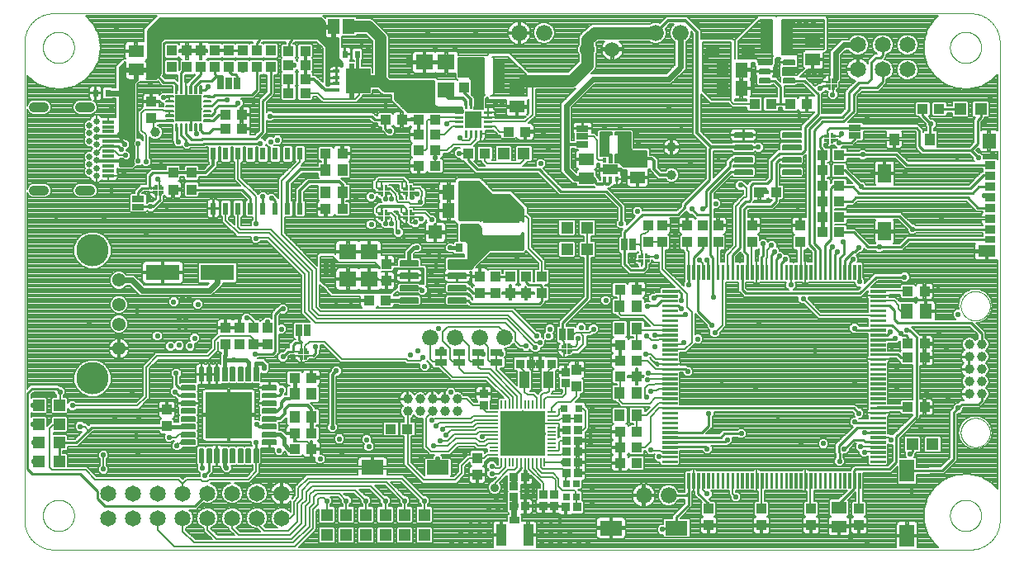
<source format=gtl>
G75*
%MOIN*%
%OFA0B0*%
%FSLAX25Y25*%
%IPPOS*%
%LPD*%
%AMOC8*
5,1,8,0,0,1.08239X$1,22.5*
%
%ADD10C,0.00000*%
%ADD11C,0.00039*%
%ADD12R,0.05118X0.05906*%
%ADD13R,0.04331X0.03937*%
%ADD14R,0.03937X0.04331*%
%ADD15R,0.05906X0.05118*%
%ADD16C,0.00276*%
%ADD17C,0.00541*%
%ADD18R,0.18504X0.18504*%
%ADD19R,0.02362X0.04724*%
%ADD20R,0.04724X0.04724*%
%ADD21R,0.05906X0.09055*%
%ADD22R,0.04331X0.04724*%
%ADD23R,0.04331X0.02953*%
%ADD24R,0.04331X0.03346*%
%ADD25R,0.04331X0.03445*%
%ADD26R,0.03937X0.04724*%
%ADD27R,0.05315X0.07480*%
%ADD28R,0.07087X0.04606*%
%ADD29R,0.05315X0.06102*%
%ADD30C,0.05433*%
%ADD31C,0.13055*%
%ADD32C,0.00581*%
%ADD33R,0.09055X0.05906*%
%ADD34R,0.02756X0.02953*%
%ADD35R,0.03346X0.03543*%
%ADD36R,0.03937X0.07087*%
%ADD37R,0.03543X0.03346*%
%ADD38C,0.03937*%
%ADD39C,0.03543*%
%ADD40R,0.05000X0.02500*%
%ADD41R,0.01000X0.01600*%
%ADD42C,0.06600*%
%ADD43R,0.03150X0.03150*%
%ADD44R,0.04724X0.01181*%
%ADD45C,0.02575*%
%ADD46C,0.03937*%
%ADD47C,0.00512*%
%ADD48R,0.10630X0.10630*%
%ADD49R,0.02953X0.01575*%
%ADD50R,0.09449X0.09646*%
%ADD51R,0.02165X0.03150*%
%ADD52C,0.00226*%
%ADD53R,0.06693X0.06693*%
%ADD54R,0.07087X0.06299*%
%ADD55R,0.05118X0.13386*%
%ADD56R,0.02500X0.05000*%
%ADD57R,0.00787X0.00787*%
%ADD58C,0.00571*%
%ADD59R,0.05512X0.05512*%
%ADD60C,0.06000*%
%ADD61C,0.00591*%
%ADD62R,0.02756X0.03543*%
%ADD63R,0.14567X0.03858*%
%ADD64R,0.04134X0.08661*%
%ADD65R,0.03937X0.03150*%
%ADD66R,0.13780X0.06299*%
%ADD67C,0.06496*%
%ADD68R,0.00906X0.03465*%
%ADD69R,0.18110X0.18110*%
%ADD70R,0.03465X0.00906*%
%ADD71R,0.04600X0.06300*%
%ADD72R,0.01181X0.01969*%
%ADD73R,0.05906X0.04331*%
%ADD74R,0.03346X0.09055*%
%ADD75C,0.00800*%
%ADD76OC8,0.02220*%
%ADD77C,0.01000*%
%ADD78C,0.01200*%
%ADD79C,0.01600*%
%ADD80C,0.00600*%
%ADD81C,0.05000*%
%ADD82C,0.02400*%
%ADD83C,0.04500*%
D10*
X0083936Y0127750D02*
X0454015Y0127750D01*
X0454300Y0127753D01*
X0454586Y0127764D01*
X0454871Y0127781D01*
X0455155Y0127805D01*
X0455439Y0127836D01*
X0455722Y0127874D01*
X0456003Y0127919D01*
X0456284Y0127970D01*
X0456564Y0128028D01*
X0456842Y0128093D01*
X0457118Y0128165D01*
X0457392Y0128243D01*
X0457665Y0128328D01*
X0457935Y0128420D01*
X0458203Y0128518D01*
X0458469Y0128622D01*
X0458732Y0128733D01*
X0458992Y0128850D01*
X0459250Y0128973D01*
X0459504Y0129103D01*
X0459755Y0129239D01*
X0460003Y0129380D01*
X0460247Y0129528D01*
X0460488Y0129681D01*
X0460724Y0129841D01*
X0460957Y0130006D01*
X0461186Y0130176D01*
X0461411Y0130352D01*
X0461631Y0130534D01*
X0461847Y0130720D01*
X0462058Y0130912D01*
X0462265Y0131109D01*
X0462467Y0131311D01*
X0462664Y0131518D01*
X0462856Y0131729D01*
X0463042Y0131945D01*
X0463224Y0132165D01*
X0463400Y0132390D01*
X0463570Y0132619D01*
X0463735Y0132852D01*
X0463895Y0133088D01*
X0464048Y0133329D01*
X0464196Y0133573D01*
X0464337Y0133821D01*
X0464473Y0134072D01*
X0464603Y0134326D01*
X0464726Y0134584D01*
X0464843Y0134844D01*
X0464954Y0135107D01*
X0465058Y0135373D01*
X0465156Y0135641D01*
X0465248Y0135911D01*
X0465333Y0136184D01*
X0465411Y0136458D01*
X0465483Y0136734D01*
X0465548Y0137012D01*
X0465606Y0137292D01*
X0465657Y0137573D01*
X0465702Y0137854D01*
X0465740Y0138137D01*
X0465771Y0138421D01*
X0465795Y0138705D01*
X0465812Y0138990D01*
X0465823Y0139276D01*
X0465826Y0139561D01*
X0465826Y0332474D01*
X0465823Y0332759D01*
X0465812Y0333045D01*
X0465795Y0333330D01*
X0465771Y0333614D01*
X0465740Y0333898D01*
X0465702Y0334181D01*
X0465657Y0334462D01*
X0465606Y0334743D01*
X0465548Y0335023D01*
X0465483Y0335301D01*
X0465411Y0335577D01*
X0465333Y0335851D01*
X0465248Y0336124D01*
X0465156Y0336394D01*
X0465058Y0336662D01*
X0464954Y0336928D01*
X0464843Y0337191D01*
X0464726Y0337451D01*
X0464603Y0337709D01*
X0464473Y0337963D01*
X0464337Y0338214D01*
X0464196Y0338462D01*
X0464048Y0338706D01*
X0463895Y0338947D01*
X0463735Y0339183D01*
X0463570Y0339416D01*
X0463400Y0339645D01*
X0463224Y0339870D01*
X0463042Y0340090D01*
X0462856Y0340306D01*
X0462664Y0340517D01*
X0462467Y0340724D01*
X0462265Y0340926D01*
X0462058Y0341123D01*
X0461847Y0341315D01*
X0461631Y0341501D01*
X0461411Y0341683D01*
X0461186Y0341859D01*
X0460957Y0342029D01*
X0460724Y0342194D01*
X0460488Y0342354D01*
X0460247Y0342507D01*
X0460003Y0342655D01*
X0459755Y0342796D01*
X0459504Y0342932D01*
X0459250Y0343062D01*
X0458992Y0343185D01*
X0458732Y0343302D01*
X0458469Y0343413D01*
X0458203Y0343517D01*
X0457935Y0343615D01*
X0457665Y0343707D01*
X0457392Y0343792D01*
X0457118Y0343870D01*
X0456842Y0343942D01*
X0456564Y0344007D01*
X0456284Y0344065D01*
X0456003Y0344116D01*
X0455722Y0344161D01*
X0455439Y0344199D01*
X0455155Y0344230D01*
X0454871Y0344254D01*
X0454586Y0344271D01*
X0454300Y0344282D01*
X0454015Y0344285D01*
X0083936Y0344285D01*
X0083651Y0344282D01*
X0083365Y0344271D01*
X0083080Y0344254D01*
X0082796Y0344230D01*
X0082512Y0344199D01*
X0082229Y0344161D01*
X0081948Y0344116D01*
X0081667Y0344065D01*
X0081387Y0344007D01*
X0081109Y0343942D01*
X0080833Y0343870D01*
X0080559Y0343792D01*
X0080286Y0343707D01*
X0080016Y0343615D01*
X0079748Y0343517D01*
X0079482Y0343413D01*
X0079219Y0343302D01*
X0078959Y0343185D01*
X0078701Y0343062D01*
X0078447Y0342932D01*
X0078196Y0342796D01*
X0077948Y0342655D01*
X0077704Y0342507D01*
X0077463Y0342354D01*
X0077227Y0342194D01*
X0076994Y0342029D01*
X0076765Y0341859D01*
X0076540Y0341683D01*
X0076320Y0341501D01*
X0076104Y0341315D01*
X0075893Y0341123D01*
X0075686Y0340926D01*
X0075484Y0340724D01*
X0075287Y0340517D01*
X0075095Y0340306D01*
X0074909Y0340090D01*
X0074727Y0339870D01*
X0074551Y0339645D01*
X0074381Y0339416D01*
X0074216Y0339183D01*
X0074056Y0338947D01*
X0073903Y0338706D01*
X0073755Y0338462D01*
X0073614Y0338214D01*
X0073478Y0337963D01*
X0073348Y0337709D01*
X0073225Y0337451D01*
X0073108Y0337191D01*
X0072997Y0336928D01*
X0072893Y0336662D01*
X0072795Y0336394D01*
X0072703Y0336124D01*
X0072618Y0335851D01*
X0072540Y0335577D01*
X0072468Y0335301D01*
X0072403Y0335023D01*
X0072345Y0334743D01*
X0072294Y0334462D01*
X0072249Y0334181D01*
X0072211Y0333898D01*
X0072180Y0333614D01*
X0072156Y0333330D01*
X0072139Y0333045D01*
X0072128Y0332759D01*
X0072125Y0332474D01*
X0072125Y0139561D01*
X0072128Y0139276D01*
X0072139Y0138990D01*
X0072156Y0138705D01*
X0072180Y0138421D01*
X0072211Y0138137D01*
X0072249Y0137854D01*
X0072294Y0137573D01*
X0072345Y0137292D01*
X0072403Y0137012D01*
X0072468Y0136734D01*
X0072540Y0136458D01*
X0072618Y0136184D01*
X0072703Y0135911D01*
X0072795Y0135641D01*
X0072893Y0135373D01*
X0072997Y0135107D01*
X0073108Y0134844D01*
X0073225Y0134584D01*
X0073348Y0134326D01*
X0073478Y0134072D01*
X0073614Y0133821D01*
X0073755Y0133573D01*
X0073903Y0133329D01*
X0074056Y0133088D01*
X0074216Y0132852D01*
X0074381Y0132619D01*
X0074551Y0132390D01*
X0074727Y0132165D01*
X0074909Y0131945D01*
X0075095Y0131729D01*
X0075287Y0131518D01*
X0075484Y0131311D01*
X0075686Y0131109D01*
X0075893Y0130912D01*
X0076104Y0130720D01*
X0076320Y0130534D01*
X0076540Y0130352D01*
X0076765Y0130176D01*
X0076994Y0130006D01*
X0077227Y0129841D01*
X0077463Y0129681D01*
X0077704Y0129528D01*
X0077948Y0129380D01*
X0078196Y0129239D01*
X0078447Y0129103D01*
X0078701Y0128973D01*
X0078959Y0128850D01*
X0079219Y0128733D01*
X0079482Y0128622D01*
X0079748Y0128518D01*
X0080016Y0128420D01*
X0080286Y0128328D01*
X0080559Y0128243D01*
X0080833Y0128165D01*
X0081109Y0128093D01*
X0081387Y0128028D01*
X0081667Y0127970D01*
X0081948Y0127919D01*
X0082229Y0127874D01*
X0082512Y0127836D01*
X0082796Y0127805D01*
X0083080Y0127781D01*
X0083365Y0127764D01*
X0083651Y0127753D01*
X0083936Y0127750D01*
X0079606Y0141530D02*
X0079608Y0141688D01*
X0079614Y0141846D01*
X0079624Y0142004D01*
X0079638Y0142162D01*
X0079656Y0142319D01*
X0079677Y0142476D01*
X0079703Y0142632D01*
X0079733Y0142788D01*
X0079766Y0142943D01*
X0079804Y0143096D01*
X0079845Y0143249D01*
X0079890Y0143401D01*
X0079939Y0143552D01*
X0079992Y0143701D01*
X0080048Y0143849D01*
X0080108Y0143995D01*
X0080172Y0144140D01*
X0080240Y0144283D01*
X0080311Y0144425D01*
X0080385Y0144565D01*
X0080463Y0144702D01*
X0080545Y0144838D01*
X0080629Y0144972D01*
X0080718Y0145103D01*
X0080809Y0145232D01*
X0080904Y0145359D01*
X0081001Y0145484D01*
X0081102Y0145606D01*
X0081206Y0145725D01*
X0081313Y0145842D01*
X0081423Y0145956D01*
X0081536Y0146067D01*
X0081651Y0146176D01*
X0081769Y0146281D01*
X0081890Y0146383D01*
X0082013Y0146483D01*
X0082139Y0146579D01*
X0082267Y0146672D01*
X0082397Y0146762D01*
X0082530Y0146848D01*
X0082665Y0146932D01*
X0082801Y0147011D01*
X0082940Y0147088D01*
X0083081Y0147160D01*
X0083223Y0147230D01*
X0083367Y0147295D01*
X0083513Y0147357D01*
X0083660Y0147415D01*
X0083809Y0147470D01*
X0083959Y0147521D01*
X0084110Y0147568D01*
X0084262Y0147611D01*
X0084415Y0147650D01*
X0084570Y0147686D01*
X0084725Y0147717D01*
X0084881Y0147745D01*
X0085037Y0147769D01*
X0085194Y0147789D01*
X0085352Y0147805D01*
X0085509Y0147817D01*
X0085668Y0147825D01*
X0085826Y0147829D01*
X0085984Y0147829D01*
X0086142Y0147825D01*
X0086301Y0147817D01*
X0086458Y0147805D01*
X0086616Y0147789D01*
X0086773Y0147769D01*
X0086929Y0147745D01*
X0087085Y0147717D01*
X0087240Y0147686D01*
X0087395Y0147650D01*
X0087548Y0147611D01*
X0087700Y0147568D01*
X0087851Y0147521D01*
X0088001Y0147470D01*
X0088150Y0147415D01*
X0088297Y0147357D01*
X0088443Y0147295D01*
X0088587Y0147230D01*
X0088729Y0147160D01*
X0088870Y0147088D01*
X0089009Y0147011D01*
X0089145Y0146932D01*
X0089280Y0146848D01*
X0089413Y0146762D01*
X0089543Y0146672D01*
X0089671Y0146579D01*
X0089797Y0146483D01*
X0089920Y0146383D01*
X0090041Y0146281D01*
X0090159Y0146176D01*
X0090274Y0146067D01*
X0090387Y0145956D01*
X0090497Y0145842D01*
X0090604Y0145725D01*
X0090708Y0145606D01*
X0090809Y0145484D01*
X0090906Y0145359D01*
X0091001Y0145232D01*
X0091092Y0145103D01*
X0091181Y0144972D01*
X0091265Y0144838D01*
X0091347Y0144702D01*
X0091425Y0144565D01*
X0091499Y0144425D01*
X0091570Y0144283D01*
X0091638Y0144140D01*
X0091702Y0143995D01*
X0091762Y0143849D01*
X0091818Y0143701D01*
X0091871Y0143552D01*
X0091920Y0143401D01*
X0091965Y0143249D01*
X0092006Y0143096D01*
X0092044Y0142943D01*
X0092077Y0142788D01*
X0092107Y0142632D01*
X0092133Y0142476D01*
X0092154Y0142319D01*
X0092172Y0142162D01*
X0092186Y0142004D01*
X0092196Y0141846D01*
X0092202Y0141688D01*
X0092204Y0141530D01*
X0092202Y0141372D01*
X0092196Y0141214D01*
X0092186Y0141056D01*
X0092172Y0140898D01*
X0092154Y0140741D01*
X0092133Y0140584D01*
X0092107Y0140428D01*
X0092077Y0140272D01*
X0092044Y0140117D01*
X0092006Y0139964D01*
X0091965Y0139811D01*
X0091920Y0139659D01*
X0091871Y0139508D01*
X0091818Y0139359D01*
X0091762Y0139211D01*
X0091702Y0139065D01*
X0091638Y0138920D01*
X0091570Y0138777D01*
X0091499Y0138635D01*
X0091425Y0138495D01*
X0091347Y0138358D01*
X0091265Y0138222D01*
X0091181Y0138088D01*
X0091092Y0137957D01*
X0091001Y0137828D01*
X0090906Y0137701D01*
X0090809Y0137576D01*
X0090708Y0137454D01*
X0090604Y0137335D01*
X0090497Y0137218D01*
X0090387Y0137104D01*
X0090274Y0136993D01*
X0090159Y0136884D01*
X0090041Y0136779D01*
X0089920Y0136677D01*
X0089797Y0136577D01*
X0089671Y0136481D01*
X0089543Y0136388D01*
X0089413Y0136298D01*
X0089280Y0136212D01*
X0089145Y0136128D01*
X0089009Y0136049D01*
X0088870Y0135972D01*
X0088729Y0135900D01*
X0088587Y0135830D01*
X0088443Y0135765D01*
X0088297Y0135703D01*
X0088150Y0135645D01*
X0088001Y0135590D01*
X0087851Y0135539D01*
X0087700Y0135492D01*
X0087548Y0135449D01*
X0087395Y0135410D01*
X0087240Y0135374D01*
X0087085Y0135343D01*
X0086929Y0135315D01*
X0086773Y0135291D01*
X0086616Y0135271D01*
X0086458Y0135255D01*
X0086301Y0135243D01*
X0086142Y0135235D01*
X0085984Y0135231D01*
X0085826Y0135231D01*
X0085668Y0135235D01*
X0085509Y0135243D01*
X0085352Y0135255D01*
X0085194Y0135271D01*
X0085037Y0135291D01*
X0084881Y0135315D01*
X0084725Y0135343D01*
X0084570Y0135374D01*
X0084415Y0135410D01*
X0084262Y0135449D01*
X0084110Y0135492D01*
X0083959Y0135539D01*
X0083809Y0135590D01*
X0083660Y0135645D01*
X0083513Y0135703D01*
X0083367Y0135765D01*
X0083223Y0135830D01*
X0083081Y0135900D01*
X0082940Y0135972D01*
X0082801Y0136049D01*
X0082665Y0136128D01*
X0082530Y0136212D01*
X0082397Y0136298D01*
X0082267Y0136388D01*
X0082139Y0136481D01*
X0082013Y0136577D01*
X0081890Y0136677D01*
X0081769Y0136779D01*
X0081651Y0136884D01*
X0081536Y0136993D01*
X0081423Y0137104D01*
X0081313Y0137218D01*
X0081206Y0137335D01*
X0081102Y0137454D01*
X0081001Y0137576D01*
X0080904Y0137701D01*
X0080809Y0137828D01*
X0080718Y0137957D01*
X0080629Y0138088D01*
X0080545Y0138222D01*
X0080463Y0138358D01*
X0080385Y0138495D01*
X0080311Y0138635D01*
X0080240Y0138777D01*
X0080172Y0138920D01*
X0080108Y0139065D01*
X0080048Y0139211D01*
X0079992Y0139359D01*
X0079939Y0139508D01*
X0079890Y0139659D01*
X0079845Y0139811D01*
X0079804Y0139964D01*
X0079766Y0140117D01*
X0079733Y0140272D01*
X0079703Y0140428D01*
X0079677Y0140584D01*
X0079656Y0140741D01*
X0079638Y0140898D01*
X0079624Y0141056D01*
X0079614Y0141214D01*
X0079608Y0141372D01*
X0079606Y0141530D01*
X0079606Y0330506D02*
X0079608Y0330664D01*
X0079614Y0330822D01*
X0079624Y0330980D01*
X0079638Y0331138D01*
X0079656Y0331295D01*
X0079677Y0331452D01*
X0079703Y0331608D01*
X0079733Y0331764D01*
X0079766Y0331919D01*
X0079804Y0332072D01*
X0079845Y0332225D01*
X0079890Y0332377D01*
X0079939Y0332528D01*
X0079992Y0332677D01*
X0080048Y0332825D01*
X0080108Y0332971D01*
X0080172Y0333116D01*
X0080240Y0333259D01*
X0080311Y0333401D01*
X0080385Y0333541D01*
X0080463Y0333678D01*
X0080545Y0333814D01*
X0080629Y0333948D01*
X0080718Y0334079D01*
X0080809Y0334208D01*
X0080904Y0334335D01*
X0081001Y0334460D01*
X0081102Y0334582D01*
X0081206Y0334701D01*
X0081313Y0334818D01*
X0081423Y0334932D01*
X0081536Y0335043D01*
X0081651Y0335152D01*
X0081769Y0335257D01*
X0081890Y0335359D01*
X0082013Y0335459D01*
X0082139Y0335555D01*
X0082267Y0335648D01*
X0082397Y0335738D01*
X0082530Y0335824D01*
X0082665Y0335908D01*
X0082801Y0335987D01*
X0082940Y0336064D01*
X0083081Y0336136D01*
X0083223Y0336206D01*
X0083367Y0336271D01*
X0083513Y0336333D01*
X0083660Y0336391D01*
X0083809Y0336446D01*
X0083959Y0336497D01*
X0084110Y0336544D01*
X0084262Y0336587D01*
X0084415Y0336626D01*
X0084570Y0336662D01*
X0084725Y0336693D01*
X0084881Y0336721D01*
X0085037Y0336745D01*
X0085194Y0336765D01*
X0085352Y0336781D01*
X0085509Y0336793D01*
X0085668Y0336801D01*
X0085826Y0336805D01*
X0085984Y0336805D01*
X0086142Y0336801D01*
X0086301Y0336793D01*
X0086458Y0336781D01*
X0086616Y0336765D01*
X0086773Y0336745D01*
X0086929Y0336721D01*
X0087085Y0336693D01*
X0087240Y0336662D01*
X0087395Y0336626D01*
X0087548Y0336587D01*
X0087700Y0336544D01*
X0087851Y0336497D01*
X0088001Y0336446D01*
X0088150Y0336391D01*
X0088297Y0336333D01*
X0088443Y0336271D01*
X0088587Y0336206D01*
X0088729Y0336136D01*
X0088870Y0336064D01*
X0089009Y0335987D01*
X0089145Y0335908D01*
X0089280Y0335824D01*
X0089413Y0335738D01*
X0089543Y0335648D01*
X0089671Y0335555D01*
X0089797Y0335459D01*
X0089920Y0335359D01*
X0090041Y0335257D01*
X0090159Y0335152D01*
X0090274Y0335043D01*
X0090387Y0334932D01*
X0090497Y0334818D01*
X0090604Y0334701D01*
X0090708Y0334582D01*
X0090809Y0334460D01*
X0090906Y0334335D01*
X0091001Y0334208D01*
X0091092Y0334079D01*
X0091181Y0333948D01*
X0091265Y0333814D01*
X0091347Y0333678D01*
X0091425Y0333541D01*
X0091499Y0333401D01*
X0091570Y0333259D01*
X0091638Y0333116D01*
X0091702Y0332971D01*
X0091762Y0332825D01*
X0091818Y0332677D01*
X0091871Y0332528D01*
X0091920Y0332377D01*
X0091965Y0332225D01*
X0092006Y0332072D01*
X0092044Y0331919D01*
X0092077Y0331764D01*
X0092107Y0331608D01*
X0092133Y0331452D01*
X0092154Y0331295D01*
X0092172Y0331138D01*
X0092186Y0330980D01*
X0092196Y0330822D01*
X0092202Y0330664D01*
X0092204Y0330506D01*
X0092202Y0330348D01*
X0092196Y0330190D01*
X0092186Y0330032D01*
X0092172Y0329874D01*
X0092154Y0329717D01*
X0092133Y0329560D01*
X0092107Y0329404D01*
X0092077Y0329248D01*
X0092044Y0329093D01*
X0092006Y0328940D01*
X0091965Y0328787D01*
X0091920Y0328635D01*
X0091871Y0328484D01*
X0091818Y0328335D01*
X0091762Y0328187D01*
X0091702Y0328041D01*
X0091638Y0327896D01*
X0091570Y0327753D01*
X0091499Y0327611D01*
X0091425Y0327471D01*
X0091347Y0327334D01*
X0091265Y0327198D01*
X0091181Y0327064D01*
X0091092Y0326933D01*
X0091001Y0326804D01*
X0090906Y0326677D01*
X0090809Y0326552D01*
X0090708Y0326430D01*
X0090604Y0326311D01*
X0090497Y0326194D01*
X0090387Y0326080D01*
X0090274Y0325969D01*
X0090159Y0325860D01*
X0090041Y0325755D01*
X0089920Y0325653D01*
X0089797Y0325553D01*
X0089671Y0325457D01*
X0089543Y0325364D01*
X0089413Y0325274D01*
X0089280Y0325188D01*
X0089145Y0325104D01*
X0089009Y0325025D01*
X0088870Y0324948D01*
X0088729Y0324876D01*
X0088587Y0324806D01*
X0088443Y0324741D01*
X0088297Y0324679D01*
X0088150Y0324621D01*
X0088001Y0324566D01*
X0087851Y0324515D01*
X0087700Y0324468D01*
X0087548Y0324425D01*
X0087395Y0324386D01*
X0087240Y0324350D01*
X0087085Y0324319D01*
X0086929Y0324291D01*
X0086773Y0324267D01*
X0086616Y0324247D01*
X0086458Y0324231D01*
X0086301Y0324219D01*
X0086142Y0324211D01*
X0085984Y0324207D01*
X0085826Y0324207D01*
X0085668Y0324211D01*
X0085509Y0324219D01*
X0085352Y0324231D01*
X0085194Y0324247D01*
X0085037Y0324267D01*
X0084881Y0324291D01*
X0084725Y0324319D01*
X0084570Y0324350D01*
X0084415Y0324386D01*
X0084262Y0324425D01*
X0084110Y0324468D01*
X0083959Y0324515D01*
X0083809Y0324566D01*
X0083660Y0324621D01*
X0083513Y0324679D01*
X0083367Y0324741D01*
X0083223Y0324806D01*
X0083081Y0324876D01*
X0082940Y0324948D01*
X0082801Y0325025D01*
X0082665Y0325104D01*
X0082530Y0325188D01*
X0082397Y0325274D01*
X0082267Y0325364D01*
X0082139Y0325457D01*
X0082013Y0325553D01*
X0081890Y0325653D01*
X0081769Y0325755D01*
X0081651Y0325860D01*
X0081536Y0325969D01*
X0081423Y0326080D01*
X0081313Y0326194D01*
X0081206Y0326311D01*
X0081102Y0326430D01*
X0081001Y0326552D01*
X0080904Y0326677D01*
X0080809Y0326804D01*
X0080718Y0326933D01*
X0080629Y0327064D01*
X0080545Y0327198D01*
X0080463Y0327334D01*
X0080385Y0327471D01*
X0080311Y0327611D01*
X0080240Y0327753D01*
X0080172Y0327896D01*
X0080108Y0328041D01*
X0080048Y0328187D01*
X0079992Y0328335D01*
X0079939Y0328484D01*
X0079890Y0328635D01*
X0079845Y0328787D01*
X0079804Y0328940D01*
X0079766Y0329093D01*
X0079733Y0329248D01*
X0079703Y0329404D01*
X0079677Y0329560D01*
X0079656Y0329717D01*
X0079638Y0329874D01*
X0079624Y0330032D01*
X0079614Y0330190D01*
X0079608Y0330348D01*
X0079606Y0330506D01*
X0445747Y0330506D02*
X0445749Y0330664D01*
X0445755Y0330822D01*
X0445765Y0330980D01*
X0445779Y0331138D01*
X0445797Y0331295D01*
X0445818Y0331452D01*
X0445844Y0331608D01*
X0445874Y0331764D01*
X0445907Y0331919D01*
X0445945Y0332072D01*
X0445986Y0332225D01*
X0446031Y0332377D01*
X0446080Y0332528D01*
X0446133Y0332677D01*
X0446189Y0332825D01*
X0446249Y0332971D01*
X0446313Y0333116D01*
X0446381Y0333259D01*
X0446452Y0333401D01*
X0446526Y0333541D01*
X0446604Y0333678D01*
X0446686Y0333814D01*
X0446770Y0333948D01*
X0446859Y0334079D01*
X0446950Y0334208D01*
X0447045Y0334335D01*
X0447142Y0334460D01*
X0447243Y0334582D01*
X0447347Y0334701D01*
X0447454Y0334818D01*
X0447564Y0334932D01*
X0447677Y0335043D01*
X0447792Y0335152D01*
X0447910Y0335257D01*
X0448031Y0335359D01*
X0448154Y0335459D01*
X0448280Y0335555D01*
X0448408Y0335648D01*
X0448538Y0335738D01*
X0448671Y0335824D01*
X0448806Y0335908D01*
X0448942Y0335987D01*
X0449081Y0336064D01*
X0449222Y0336136D01*
X0449364Y0336206D01*
X0449508Y0336271D01*
X0449654Y0336333D01*
X0449801Y0336391D01*
X0449950Y0336446D01*
X0450100Y0336497D01*
X0450251Y0336544D01*
X0450403Y0336587D01*
X0450556Y0336626D01*
X0450711Y0336662D01*
X0450866Y0336693D01*
X0451022Y0336721D01*
X0451178Y0336745D01*
X0451335Y0336765D01*
X0451493Y0336781D01*
X0451650Y0336793D01*
X0451809Y0336801D01*
X0451967Y0336805D01*
X0452125Y0336805D01*
X0452283Y0336801D01*
X0452442Y0336793D01*
X0452599Y0336781D01*
X0452757Y0336765D01*
X0452914Y0336745D01*
X0453070Y0336721D01*
X0453226Y0336693D01*
X0453381Y0336662D01*
X0453536Y0336626D01*
X0453689Y0336587D01*
X0453841Y0336544D01*
X0453992Y0336497D01*
X0454142Y0336446D01*
X0454291Y0336391D01*
X0454438Y0336333D01*
X0454584Y0336271D01*
X0454728Y0336206D01*
X0454870Y0336136D01*
X0455011Y0336064D01*
X0455150Y0335987D01*
X0455286Y0335908D01*
X0455421Y0335824D01*
X0455554Y0335738D01*
X0455684Y0335648D01*
X0455812Y0335555D01*
X0455938Y0335459D01*
X0456061Y0335359D01*
X0456182Y0335257D01*
X0456300Y0335152D01*
X0456415Y0335043D01*
X0456528Y0334932D01*
X0456638Y0334818D01*
X0456745Y0334701D01*
X0456849Y0334582D01*
X0456950Y0334460D01*
X0457047Y0334335D01*
X0457142Y0334208D01*
X0457233Y0334079D01*
X0457322Y0333948D01*
X0457406Y0333814D01*
X0457488Y0333678D01*
X0457566Y0333541D01*
X0457640Y0333401D01*
X0457711Y0333259D01*
X0457779Y0333116D01*
X0457843Y0332971D01*
X0457903Y0332825D01*
X0457959Y0332677D01*
X0458012Y0332528D01*
X0458061Y0332377D01*
X0458106Y0332225D01*
X0458147Y0332072D01*
X0458185Y0331919D01*
X0458218Y0331764D01*
X0458248Y0331608D01*
X0458274Y0331452D01*
X0458295Y0331295D01*
X0458313Y0331138D01*
X0458327Y0330980D01*
X0458337Y0330822D01*
X0458343Y0330664D01*
X0458345Y0330506D01*
X0458343Y0330348D01*
X0458337Y0330190D01*
X0458327Y0330032D01*
X0458313Y0329874D01*
X0458295Y0329717D01*
X0458274Y0329560D01*
X0458248Y0329404D01*
X0458218Y0329248D01*
X0458185Y0329093D01*
X0458147Y0328940D01*
X0458106Y0328787D01*
X0458061Y0328635D01*
X0458012Y0328484D01*
X0457959Y0328335D01*
X0457903Y0328187D01*
X0457843Y0328041D01*
X0457779Y0327896D01*
X0457711Y0327753D01*
X0457640Y0327611D01*
X0457566Y0327471D01*
X0457488Y0327334D01*
X0457406Y0327198D01*
X0457322Y0327064D01*
X0457233Y0326933D01*
X0457142Y0326804D01*
X0457047Y0326677D01*
X0456950Y0326552D01*
X0456849Y0326430D01*
X0456745Y0326311D01*
X0456638Y0326194D01*
X0456528Y0326080D01*
X0456415Y0325969D01*
X0456300Y0325860D01*
X0456182Y0325755D01*
X0456061Y0325653D01*
X0455938Y0325553D01*
X0455812Y0325457D01*
X0455684Y0325364D01*
X0455554Y0325274D01*
X0455421Y0325188D01*
X0455286Y0325104D01*
X0455150Y0325025D01*
X0455011Y0324948D01*
X0454870Y0324876D01*
X0454728Y0324806D01*
X0454584Y0324741D01*
X0454438Y0324679D01*
X0454291Y0324621D01*
X0454142Y0324566D01*
X0453992Y0324515D01*
X0453841Y0324468D01*
X0453689Y0324425D01*
X0453536Y0324386D01*
X0453381Y0324350D01*
X0453226Y0324319D01*
X0453070Y0324291D01*
X0452914Y0324267D01*
X0452757Y0324247D01*
X0452599Y0324231D01*
X0452442Y0324219D01*
X0452283Y0324211D01*
X0452125Y0324207D01*
X0451967Y0324207D01*
X0451809Y0324211D01*
X0451650Y0324219D01*
X0451493Y0324231D01*
X0451335Y0324247D01*
X0451178Y0324267D01*
X0451022Y0324291D01*
X0450866Y0324319D01*
X0450711Y0324350D01*
X0450556Y0324386D01*
X0450403Y0324425D01*
X0450251Y0324468D01*
X0450100Y0324515D01*
X0449950Y0324566D01*
X0449801Y0324621D01*
X0449654Y0324679D01*
X0449508Y0324741D01*
X0449364Y0324806D01*
X0449222Y0324876D01*
X0449081Y0324948D01*
X0448942Y0325025D01*
X0448806Y0325104D01*
X0448671Y0325188D01*
X0448538Y0325274D01*
X0448408Y0325364D01*
X0448280Y0325457D01*
X0448154Y0325553D01*
X0448031Y0325653D01*
X0447910Y0325755D01*
X0447792Y0325860D01*
X0447677Y0325969D01*
X0447564Y0326080D01*
X0447454Y0326194D01*
X0447347Y0326311D01*
X0447243Y0326430D01*
X0447142Y0326552D01*
X0447045Y0326677D01*
X0446950Y0326804D01*
X0446859Y0326933D01*
X0446770Y0327064D01*
X0446686Y0327198D01*
X0446604Y0327334D01*
X0446526Y0327471D01*
X0446452Y0327611D01*
X0446381Y0327753D01*
X0446313Y0327896D01*
X0446249Y0328041D01*
X0446189Y0328187D01*
X0446133Y0328335D01*
X0446080Y0328484D01*
X0446031Y0328635D01*
X0445986Y0328787D01*
X0445945Y0328940D01*
X0445907Y0329093D01*
X0445874Y0329248D01*
X0445844Y0329404D01*
X0445818Y0329560D01*
X0445797Y0329717D01*
X0445779Y0329874D01*
X0445765Y0330032D01*
X0445755Y0330190D01*
X0445749Y0330348D01*
X0445747Y0330506D01*
X0445747Y0141530D02*
X0445749Y0141688D01*
X0445755Y0141846D01*
X0445765Y0142004D01*
X0445779Y0142162D01*
X0445797Y0142319D01*
X0445818Y0142476D01*
X0445844Y0142632D01*
X0445874Y0142788D01*
X0445907Y0142943D01*
X0445945Y0143096D01*
X0445986Y0143249D01*
X0446031Y0143401D01*
X0446080Y0143552D01*
X0446133Y0143701D01*
X0446189Y0143849D01*
X0446249Y0143995D01*
X0446313Y0144140D01*
X0446381Y0144283D01*
X0446452Y0144425D01*
X0446526Y0144565D01*
X0446604Y0144702D01*
X0446686Y0144838D01*
X0446770Y0144972D01*
X0446859Y0145103D01*
X0446950Y0145232D01*
X0447045Y0145359D01*
X0447142Y0145484D01*
X0447243Y0145606D01*
X0447347Y0145725D01*
X0447454Y0145842D01*
X0447564Y0145956D01*
X0447677Y0146067D01*
X0447792Y0146176D01*
X0447910Y0146281D01*
X0448031Y0146383D01*
X0448154Y0146483D01*
X0448280Y0146579D01*
X0448408Y0146672D01*
X0448538Y0146762D01*
X0448671Y0146848D01*
X0448806Y0146932D01*
X0448942Y0147011D01*
X0449081Y0147088D01*
X0449222Y0147160D01*
X0449364Y0147230D01*
X0449508Y0147295D01*
X0449654Y0147357D01*
X0449801Y0147415D01*
X0449950Y0147470D01*
X0450100Y0147521D01*
X0450251Y0147568D01*
X0450403Y0147611D01*
X0450556Y0147650D01*
X0450711Y0147686D01*
X0450866Y0147717D01*
X0451022Y0147745D01*
X0451178Y0147769D01*
X0451335Y0147789D01*
X0451493Y0147805D01*
X0451650Y0147817D01*
X0451809Y0147825D01*
X0451967Y0147829D01*
X0452125Y0147829D01*
X0452283Y0147825D01*
X0452442Y0147817D01*
X0452599Y0147805D01*
X0452757Y0147789D01*
X0452914Y0147769D01*
X0453070Y0147745D01*
X0453226Y0147717D01*
X0453381Y0147686D01*
X0453536Y0147650D01*
X0453689Y0147611D01*
X0453841Y0147568D01*
X0453992Y0147521D01*
X0454142Y0147470D01*
X0454291Y0147415D01*
X0454438Y0147357D01*
X0454584Y0147295D01*
X0454728Y0147230D01*
X0454870Y0147160D01*
X0455011Y0147088D01*
X0455150Y0147011D01*
X0455286Y0146932D01*
X0455421Y0146848D01*
X0455554Y0146762D01*
X0455684Y0146672D01*
X0455812Y0146579D01*
X0455938Y0146483D01*
X0456061Y0146383D01*
X0456182Y0146281D01*
X0456300Y0146176D01*
X0456415Y0146067D01*
X0456528Y0145956D01*
X0456638Y0145842D01*
X0456745Y0145725D01*
X0456849Y0145606D01*
X0456950Y0145484D01*
X0457047Y0145359D01*
X0457142Y0145232D01*
X0457233Y0145103D01*
X0457322Y0144972D01*
X0457406Y0144838D01*
X0457488Y0144702D01*
X0457566Y0144565D01*
X0457640Y0144425D01*
X0457711Y0144283D01*
X0457779Y0144140D01*
X0457843Y0143995D01*
X0457903Y0143849D01*
X0457959Y0143701D01*
X0458012Y0143552D01*
X0458061Y0143401D01*
X0458106Y0143249D01*
X0458147Y0143096D01*
X0458185Y0142943D01*
X0458218Y0142788D01*
X0458248Y0142632D01*
X0458274Y0142476D01*
X0458295Y0142319D01*
X0458313Y0142162D01*
X0458327Y0142004D01*
X0458337Y0141846D01*
X0458343Y0141688D01*
X0458345Y0141530D01*
X0458343Y0141372D01*
X0458337Y0141214D01*
X0458327Y0141056D01*
X0458313Y0140898D01*
X0458295Y0140741D01*
X0458274Y0140584D01*
X0458248Y0140428D01*
X0458218Y0140272D01*
X0458185Y0140117D01*
X0458147Y0139964D01*
X0458106Y0139811D01*
X0458061Y0139659D01*
X0458012Y0139508D01*
X0457959Y0139359D01*
X0457903Y0139211D01*
X0457843Y0139065D01*
X0457779Y0138920D01*
X0457711Y0138777D01*
X0457640Y0138635D01*
X0457566Y0138495D01*
X0457488Y0138358D01*
X0457406Y0138222D01*
X0457322Y0138088D01*
X0457233Y0137957D01*
X0457142Y0137828D01*
X0457047Y0137701D01*
X0456950Y0137576D01*
X0456849Y0137454D01*
X0456745Y0137335D01*
X0456638Y0137218D01*
X0456528Y0137104D01*
X0456415Y0136993D01*
X0456300Y0136884D01*
X0456182Y0136779D01*
X0456061Y0136677D01*
X0455938Y0136577D01*
X0455812Y0136481D01*
X0455684Y0136388D01*
X0455554Y0136298D01*
X0455421Y0136212D01*
X0455286Y0136128D01*
X0455150Y0136049D01*
X0455011Y0135972D01*
X0454870Y0135900D01*
X0454728Y0135830D01*
X0454584Y0135765D01*
X0454438Y0135703D01*
X0454291Y0135645D01*
X0454142Y0135590D01*
X0453992Y0135539D01*
X0453841Y0135492D01*
X0453689Y0135449D01*
X0453536Y0135410D01*
X0453381Y0135374D01*
X0453226Y0135343D01*
X0453070Y0135315D01*
X0452914Y0135291D01*
X0452757Y0135271D01*
X0452599Y0135255D01*
X0452442Y0135243D01*
X0452283Y0135235D01*
X0452125Y0135231D01*
X0451967Y0135231D01*
X0451809Y0135235D01*
X0451650Y0135243D01*
X0451493Y0135255D01*
X0451335Y0135271D01*
X0451178Y0135291D01*
X0451022Y0135315D01*
X0450866Y0135343D01*
X0450711Y0135374D01*
X0450556Y0135410D01*
X0450403Y0135449D01*
X0450251Y0135492D01*
X0450100Y0135539D01*
X0449950Y0135590D01*
X0449801Y0135645D01*
X0449654Y0135703D01*
X0449508Y0135765D01*
X0449364Y0135830D01*
X0449222Y0135900D01*
X0449081Y0135972D01*
X0448942Y0136049D01*
X0448806Y0136128D01*
X0448671Y0136212D01*
X0448538Y0136298D01*
X0448408Y0136388D01*
X0448280Y0136481D01*
X0448154Y0136577D01*
X0448031Y0136677D01*
X0447910Y0136779D01*
X0447792Y0136884D01*
X0447677Y0136993D01*
X0447564Y0137104D01*
X0447454Y0137218D01*
X0447347Y0137335D01*
X0447243Y0137454D01*
X0447142Y0137576D01*
X0447045Y0137701D01*
X0446950Y0137828D01*
X0446859Y0137957D01*
X0446770Y0138088D01*
X0446686Y0138222D01*
X0446604Y0138358D01*
X0446526Y0138495D01*
X0446452Y0138635D01*
X0446381Y0138777D01*
X0446313Y0138920D01*
X0446249Y0139065D01*
X0446189Y0139211D01*
X0446133Y0139359D01*
X0446080Y0139508D01*
X0446031Y0139659D01*
X0445986Y0139811D01*
X0445945Y0139964D01*
X0445907Y0140117D01*
X0445874Y0140272D01*
X0445844Y0140428D01*
X0445818Y0140584D01*
X0445797Y0140741D01*
X0445779Y0140898D01*
X0445765Y0141056D01*
X0445755Y0141214D01*
X0445749Y0141372D01*
X0445747Y0141530D01*
D11*
X0450077Y0174994D02*
X0450079Y0175147D01*
X0450085Y0175301D01*
X0450095Y0175454D01*
X0450109Y0175606D01*
X0450127Y0175759D01*
X0450149Y0175910D01*
X0450174Y0176061D01*
X0450204Y0176212D01*
X0450238Y0176362D01*
X0450275Y0176510D01*
X0450316Y0176658D01*
X0450361Y0176804D01*
X0450410Y0176950D01*
X0450463Y0177094D01*
X0450519Y0177236D01*
X0450579Y0177377D01*
X0450643Y0177517D01*
X0450710Y0177655D01*
X0450781Y0177791D01*
X0450856Y0177925D01*
X0450933Y0178057D01*
X0451015Y0178187D01*
X0451099Y0178315D01*
X0451187Y0178441D01*
X0451278Y0178564D01*
X0451372Y0178685D01*
X0451470Y0178803D01*
X0451570Y0178919D01*
X0451674Y0179032D01*
X0451780Y0179143D01*
X0451889Y0179251D01*
X0452001Y0179356D01*
X0452115Y0179457D01*
X0452233Y0179556D01*
X0452352Y0179652D01*
X0452474Y0179745D01*
X0452599Y0179834D01*
X0452726Y0179921D01*
X0452855Y0180003D01*
X0452986Y0180083D01*
X0453119Y0180159D01*
X0453254Y0180232D01*
X0453391Y0180301D01*
X0453530Y0180366D01*
X0453670Y0180428D01*
X0453812Y0180486D01*
X0453955Y0180541D01*
X0454100Y0180592D01*
X0454246Y0180639D01*
X0454393Y0180682D01*
X0454541Y0180721D01*
X0454690Y0180757D01*
X0454840Y0180788D01*
X0454991Y0180816D01*
X0455142Y0180840D01*
X0455295Y0180860D01*
X0455447Y0180876D01*
X0455600Y0180888D01*
X0455753Y0180896D01*
X0455906Y0180900D01*
X0456060Y0180900D01*
X0456213Y0180896D01*
X0456366Y0180888D01*
X0456519Y0180876D01*
X0456671Y0180860D01*
X0456824Y0180840D01*
X0456975Y0180816D01*
X0457126Y0180788D01*
X0457276Y0180757D01*
X0457425Y0180721D01*
X0457573Y0180682D01*
X0457720Y0180639D01*
X0457866Y0180592D01*
X0458011Y0180541D01*
X0458154Y0180486D01*
X0458296Y0180428D01*
X0458436Y0180366D01*
X0458575Y0180301D01*
X0458712Y0180232D01*
X0458847Y0180159D01*
X0458980Y0180083D01*
X0459111Y0180003D01*
X0459240Y0179921D01*
X0459367Y0179834D01*
X0459492Y0179745D01*
X0459614Y0179652D01*
X0459733Y0179556D01*
X0459851Y0179457D01*
X0459965Y0179356D01*
X0460077Y0179251D01*
X0460186Y0179143D01*
X0460292Y0179032D01*
X0460396Y0178919D01*
X0460496Y0178803D01*
X0460594Y0178685D01*
X0460688Y0178564D01*
X0460779Y0178441D01*
X0460867Y0178315D01*
X0460951Y0178187D01*
X0461033Y0178057D01*
X0461110Y0177925D01*
X0461185Y0177791D01*
X0461256Y0177655D01*
X0461323Y0177517D01*
X0461387Y0177377D01*
X0461447Y0177236D01*
X0461503Y0177094D01*
X0461556Y0176950D01*
X0461605Y0176804D01*
X0461650Y0176658D01*
X0461691Y0176510D01*
X0461728Y0176362D01*
X0461762Y0176212D01*
X0461792Y0176061D01*
X0461817Y0175910D01*
X0461839Y0175759D01*
X0461857Y0175606D01*
X0461871Y0175454D01*
X0461881Y0175301D01*
X0461887Y0175147D01*
X0461889Y0174994D01*
X0461887Y0174841D01*
X0461881Y0174687D01*
X0461871Y0174534D01*
X0461857Y0174382D01*
X0461839Y0174229D01*
X0461817Y0174078D01*
X0461792Y0173927D01*
X0461762Y0173776D01*
X0461728Y0173626D01*
X0461691Y0173478D01*
X0461650Y0173330D01*
X0461605Y0173184D01*
X0461556Y0173038D01*
X0461503Y0172894D01*
X0461447Y0172752D01*
X0461387Y0172611D01*
X0461323Y0172471D01*
X0461256Y0172333D01*
X0461185Y0172197D01*
X0461110Y0172063D01*
X0461033Y0171931D01*
X0460951Y0171801D01*
X0460867Y0171673D01*
X0460779Y0171547D01*
X0460688Y0171424D01*
X0460594Y0171303D01*
X0460496Y0171185D01*
X0460396Y0171069D01*
X0460292Y0170956D01*
X0460186Y0170845D01*
X0460077Y0170737D01*
X0459965Y0170632D01*
X0459851Y0170531D01*
X0459733Y0170432D01*
X0459614Y0170336D01*
X0459492Y0170243D01*
X0459367Y0170154D01*
X0459240Y0170067D01*
X0459111Y0169985D01*
X0458980Y0169905D01*
X0458847Y0169829D01*
X0458712Y0169756D01*
X0458575Y0169687D01*
X0458436Y0169622D01*
X0458296Y0169560D01*
X0458154Y0169502D01*
X0458011Y0169447D01*
X0457866Y0169396D01*
X0457720Y0169349D01*
X0457573Y0169306D01*
X0457425Y0169267D01*
X0457276Y0169231D01*
X0457126Y0169200D01*
X0456975Y0169172D01*
X0456824Y0169148D01*
X0456671Y0169128D01*
X0456519Y0169112D01*
X0456366Y0169100D01*
X0456213Y0169092D01*
X0456060Y0169088D01*
X0455906Y0169088D01*
X0455753Y0169092D01*
X0455600Y0169100D01*
X0455447Y0169112D01*
X0455295Y0169128D01*
X0455142Y0169148D01*
X0454991Y0169172D01*
X0454840Y0169200D01*
X0454690Y0169231D01*
X0454541Y0169267D01*
X0454393Y0169306D01*
X0454246Y0169349D01*
X0454100Y0169396D01*
X0453955Y0169447D01*
X0453812Y0169502D01*
X0453670Y0169560D01*
X0453530Y0169622D01*
X0453391Y0169687D01*
X0453254Y0169756D01*
X0453119Y0169829D01*
X0452986Y0169905D01*
X0452855Y0169985D01*
X0452726Y0170067D01*
X0452599Y0170154D01*
X0452474Y0170243D01*
X0452352Y0170336D01*
X0452233Y0170432D01*
X0452115Y0170531D01*
X0452001Y0170632D01*
X0451889Y0170737D01*
X0451780Y0170845D01*
X0451674Y0170956D01*
X0451570Y0171069D01*
X0451470Y0171185D01*
X0451372Y0171303D01*
X0451278Y0171424D01*
X0451187Y0171547D01*
X0451099Y0171673D01*
X0451015Y0171801D01*
X0450933Y0171931D01*
X0450856Y0172063D01*
X0450781Y0172197D01*
X0450710Y0172333D01*
X0450643Y0172471D01*
X0450579Y0172611D01*
X0450519Y0172752D01*
X0450463Y0172894D01*
X0450410Y0173038D01*
X0450361Y0173184D01*
X0450316Y0173330D01*
X0450275Y0173478D01*
X0450238Y0173626D01*
X0450204Y0173776D01*
X0450174Y0173927D01*
X0450149Y0174078D01*
X0450127Y0174229D01*
X0450109Y0174382D01*
X0450095Y0174534D01*
X0450085Y0174687D01*
X0450079Y0174841D01*
X0450077Y0174994D01*
X0450077Y0226175D02*
X0450079Y0226328D01*
X0450085Y0226482D01*
X0450095Y0226635D01*
X0450109Y0226787D01*
X0450127Y0226940D01*
X0450149Y0227091D01*
X0450174Y0227242D01*
X0450204Y0227393D01*
X0450238Y0227543D01*
X0450275Y0227691D01*
X0450316Y0227839D01*
X0450361Y0227985D01*
X0450410Y0228131D01*
X0450463Y0228275D01*
X0450519Y0228417D01*
X0450579Y0228558D01*
X0450643Y0228698D01*
X0450710Y0228836D01*
X0450781Y0228972D01*
X0450856Y0229106D01*
X0450933Y0229238D01*
X0451015Y0229368D01*
X0451099Y0229496D01*
X0451187Y0229622D01*
X0451278Y0229745D01*
X0451372Y0229866D01*
X0451470Y0229984D01*
X0451570Y0230100D01*
X0451674Y0230213D01*
X0451780Y0230324D01*
X0451889Y0230432D01*
X0452001Y0230537D01*
X0452115Y0230638D01*
X0452233Y0230737D01*
X0452352Y0230833D01*
X0452474Y0230926D01*
X0452599Y0231015D01*
X0452726Y0231102D01*
X0452855Y0231184D01*
X0452986Y0231264D01*
X0453119Y0231340D01*
X0453254Y0231413D01*
X0453391Y0231482D01*
X0453530Y0231547D01*
X0453670Y0231609D01*
X0453812Y0231667D01*
X0453955Y0231722D01*
X0454100Y0231773D01*
X0454246Y0231820D01*
X0454393Y0231863D01*
X0454541Y0231902D01*
X0454690Y0231938D01*
X0454840Y0231969D01*
X0454991Y0231997D01*
X0455142Y0232021D01*
X0455295Y0232041D01*
X0455447Y0232057D01*
X0455600Y0232069D01*
X0455753Y0232077D01*
X0455906Y0232081D01*
X0456060Y0232081D01*
X0456213Y0232077D01*
X0456366Y0232069D01*
X0456519Y0232057D01*
X0456671Y0232041D01*
X0456824Y0232021D01*
X0456975Y0231997D01*
X0457126Y0231969D01*
X0457276Y0231938D01*
X0457425Y0231902D01*
X0457573Y0231863D01*
X0457720Y0231820D01*
X0457866Y0231773D01*
X0458011Y0231722D01*
X0458154Y0231667D01*
X0458296Y0231609D01*
X0458436Y0231547D01*
X0458575Y0231482D01*
X0458712Y0231413D01*
X0458847Y0231340D01*
X0458980Y0231264D01*
X0459111Y0231184D01*
X0459240Y0231102D01*
X0459367Y0231015D01*
X0459492Y0230926D01*
X0459614Y0230833D01*
X0459733Y0230737D01*
X0459851Y0230638D01*
X0459965Y0230537D01*
X0460077Y0230432D01*
X0460186Y0230324D01*
X0460292Y0230213D01*
X0460396Y0230100D01*
X0460496Y0229984D01*
X0460594Y0229866D01*
X0460688Y0229745D01*
X0460779Y0229622D01*
X0460867Y0229496D01*
X0460951Y0229368D01*
X0461033Y0229238D01*
X0461110Y0229106D01*
X0461185Y0228972D01*
X0461256Y0228836D01*
X0461323Y0228698D01*
X0461387Y0228558D01*
X0461447Y0228417D01*
X0461503Y0228275D01*
X0461556Y0228131D01*
X0461605Y0227985D01*
X0461650Y0227839D01*
X0461691Y0227691D01*
X0461728Y0227543D01*
X0461762Y0227393D01*
X0461792Y0227242D01*
X0461817Y0227091D01*
X0461839Y0226940D01*
X0461857Y0226787D01*
X0461871Y0226635D01*
X0461881Y0226482D01*
X0461887Y0226328D01*
X0461889Y0226175D01*
X0461887Y0226022D01*
X0461881Y0225868D01*
X0461871Y0225715D01*
X0461857Y0225563D01*
X0461839Y0225410D01*
X0461817Y0225259D01*
X0461792Y0225108D01*
X0461762Y0224957D01*
X0461728Y0224807D01*
X0461691Y0224659D01*
X0461650Y0224511D01*
X0461605Y0224365D01*
X0461556Y0224219D01*
X0461503Y0224075D01*
X0461447Y0223933D01*
X0461387Y0223792D01*
X0461323Y0223652D01*
X0461256Y0223514D01*
X0461185Y0223378D01*
X0461110Y0223244D01*
X0461033Y0223112D01*
X0460951Y0222982D01*
X0460867Y0222854D01*
X0460779Y0222728D01*
X0460688Y0222605D01*
X0460594Y0222484D01*
X0460496Y0222366D01*
X0460396Y0222250D01*
X0460292Y0222137D01*
X0460186Y0222026D01*
X0460077Y0221918D01*
X0459965Y0221813D01*
X0459851Y0221712D01*
X0459733Y0221613D01*
X0459614Y0221517D01*
X0459492Y0221424D01*
X0459367Y0221335D01*
X0459240Y0221248D01*
X0459111Y0221166D01*
X0458980Y0221086D01*
X0458847Y0221010D01*
X0458712Y0220937D01*
X0458575Y0220868D01*
X0458436Y0220803D01*
X0458296Y0220741D01*
X0458154Y0220683D01*
X0458011Y0220628D01*
X0457866Y0220577D01*
X0457720Y0220530D01*
X0457573Y0220487D01*
X0457425Y0220448D01*
X0457276Y0220412D01*
X0457126Y0220381D01*
X0456975Y0220353D01*
X0456824Y0220329D01*
X0456671Y0220309D01*
X0456519Y0220293D01*
X0456366Y0220281D01*
X0456213Y0220273D01*
X0456060Y0220269D01*
X0455906Y0220269D01*
X0455753Y0220273D01*
X0455600Y0220281D01*
X0455447Y0220293D01*
X0455295Y0220309D01*
X0455142Y0220329D01*
X0454991Y0220353D01*
X0454840Y0220381D01*
X0454690Y0220412D01*
X0454541Y0220448D01*
X0454393Y0220487D01*
X0454246Y0220530D01*
X0454100Y0220577D01*
X0453955Y0220628D01*
X0453812Y0220683D01*
X0453670Y0220741D01*
X0453530Y0220803D01*
X0453391Y0220868D01*
X0453254Y0220937D01*
X0453119Y0221010D01*
X0452986Y0221086D01*
X0452855Y0221166D01*
X0452726Y0221248D01*
X0452599Y0221335D01*
X0452474Y0221424D01*
X0452352Y0221517D01*
X0452233Y0221613D01*
X0452115Y0221712D01*
X0452001Y0221813D01*
X0451889Y0221918D01*
X0451780Y0222026D01*
X0451674Y0222137D01*
X0451570Y0222250D01*
X0451470Y0222366D01*
X0451372Y0222484D01*
X0451278Y0222605D01*
X0451187Y0222728D01*
X0451099Y0222854D01*
X0451015Y0222982D01*
X0450933Y0223112D01*
X0450856Y0223244D01*
X0450781Y0223378D01*
X0450710Y0223514D01*
X0450643Y0223652D01*
X0450579Y0223792D01*
X0450519Y0223933D01*
X0450463Y0224075D01*
X0450410Y0224219D01*
X0450361Y0224365D01*
X0450316Y0224511D01*
X0450275Y0224659D01*
X0450238Y0224807D01*
X0450204Y0224957D01*
X0450174Y0225108D01*
X0450149Y0225259D01*
X0450127Y0225410D01*
X0450109Y0225563D01*
X0450095Y0225715D01*
X0450085Y0225868D01*
X0450079Y0226022D01*
X0450077Y0226175D01*
X0398385Y0291913D02*
X0397479Y0291913D01*
X0397479Y0293646D01*
X0399212Y0293646D01*
X0399212Y0292740D01*
X0398385Y0292740D01*
X0398385Y0291913D01*
X0398385Y0291928D02*
X0397479Y0291928D01*
X0397479Y0291966D02*
X0398385Y0291966D01*
X0398385Y0292004D02*
X0397479Y0292004D01*
X0397479Y0292042D02*
X0398385Y0292042D01*
X0398385Y0292080D02*
X0397479Y0292080D01*
X0397479Y0292117D02*
X0398385Y0292117D01*
X0398385Y0292155D02*
X0397479Y0292155D01*
X0397479Y0292193D02*
X0398385Y0292193D01*
X0398385Y0292231D02*
X0397479Y0292231D01*
X0397479Y0292269D02*
X0398385Y0292269D01*
X0398385Y0292307D02*
X0397479Y0292307D01*
X0397479Y0292345D02*
X0398385Y0292345D01*
X0398385Y0292383D02*
X0397479Y0292383D01*
X0397479Y0292420D02*
X0398385Y0292420D01*
X0398385Y0292458D02*
X0397479Y0292458D01*
X0397479Y0292496D02*
X0398385Y0292496D01*
X0398385Y0292534D02*
X0397479Y0292534D01*
X0397479Y0292572D02*
X0398385Y0292572D01*
X0398385Y0292610D02*
X0397479Y0292610D01*
X0397479Y0292648D02*
X0398385Y0292648D01*
X0398385Y0292686D02*
X0397479Y0292686D01*
X0397479Y0292723D02*
X0398385Y0292723D01*
X0399212Y0292761D02*
X0397479Y0292761D01*
X0397479Y0292799D02*
X0399212Y0292799D01*
X0399212Y0292837D02*
X0397479Y0292837D01*
X0397479Y0292875D02*
X0399212Y0292875D01*
X0399212Y0292913D02*
X0397479Y0292913D01*
X0397479Y0292951D02*
X0399212Y0292951D01*
X0399212Y0292989D02*
X0397479Y0292989D01*
X0397479Y0293027D02*
X0399212Y0293027D01*
X0399212Y0293064D02*
X0397479Y0293064D01*
X0397479Y0293102D02*
X0399212Y0293102D01*
X0399212Y0293140D02*
X0397479Y0293140D01*
X0397479Y0293178D02*
X0399212Y0293178D01*
X0399212Y0293216D02*
X0397479Y0293216D01*
X0397479Y0293254D02*
X0399212Y0293254D01*
X0399212Y0293292D02*
X0397479Y0293292D01*
X0397479Y0293330D02*
X0399212Y0293330D01*
X0399212Y0293367D02*
X0397479Y0293367D01*
X0397479Y0293405D02*
X0399212Y0293405D01*
X0399212Y0293443D02*
X0397479Y0293443D01*
X0397479Y0293481D02*
X0399212Y0293481D01*
X0399212Y0293519D02*
X0397479Y0293519D01*
X0397479Y0293557D02*
X0399212Y0293557D01*
X0399212Y0293595D02*
X0397479Y0293595D01*
X0397479Y0293633D02*
X0399212Y0293633D01*
X0399212Y0294354D02*
X0399212Y0295260D01*
X0398385Y0295260D01*
X0398385Y0296087D01*
X0397479Y0296087D01*
X0397479Y0294354D01*
X0399212Y0294354D01*
X0399212Y0294390D02*
X0397479Y0294390D01*
X0397479Y0294428D02*
X0399212Y0294428D01*
X0399212Y0294466D02*
X0397479Y0294466D01*
X0397479Y0294504D02*
X0399212Y0294504D01*
X0399212Y0294542D02*
X0397479Y0294542D01*
X0397479Y0294580D02*
X0399212Y0294580D01*
X0399212Y0294618D02*
X0397479Y0294618D01*
X0397479Y0294655D02*
X0399212Y0294655D01*
X0399212Y0294693D02*
X0397479Y0294693D01*
X0397479Y0294731D02*
X0399212Y0294731D01*
X0399212Y0294769D02*
X0397479Y0294769D01*
X0397479Y0294807D02*
X0399212Y0294807D01*
X0399212Y0294845D02*
X0397479Y0294845D01*
X0397479Y0294883D02*
X0399212Y0294883D01*
X0399212Y0294921D02*
X0397479Y0294921D01*
X0397479Y0294958D02*
X0399212Y0294958D01*
X0399212Y0294996D02*
X0397479Y0294996D01*
X0397479Y0295034D02*
X0399212Y0295034D01*
X0399212Y0295072D02*
X0397479Y0295072D01*
X0397479Y0295110D02*
X0399212Y0295110D01*
X0399212Y0295148D02*
X0397479Y0295148D01*
X0397479Y0295186D02*
X0399212Y0295186D01*
X0399212Y0295224D02*
X0397479Y0295224D01*
X0397479Y0295262D02*
X0398385Y0295262D01*
X0398385Y0295299D02*
X0397479Y0295299D01*
X0397479Y0295337D02*
X0398385Y0295337D01*
X0398385Y0295375D02*
X0397479Y0295375D01*
X0397479Y0295413D02*
X0398385Y0295413D01*
X0398385Y0295451D02*
X0397479Y0295451D01*
X0397479Y0295489D02*
X0398385Y0295489D01*
X0398385Y0295527D02*
X0397479Y0295527D01*
X0397479Y0295565D02*
X0398385Y0295565D01*
X0398385Y0295602D02*
X0397479Y0295602D01*
X0397479Y0295640D02*
X0398385Y0295640D01*
X0398385Y0295678D02*
X0397479Y0295678D01*
X0397479Y0295716D02*
X0398385Y0295716D01*
X0398385Y0295754D02*
X0397479Y0295754D01*
X0397479Y0295792D02*
X0398385Y0295792D01*
X0398385Y0295830D02*
X0397479Y0295830D01*
X0397479Y0295868D02*
X0398385Y0295868D01*
X0398385Y0295906D02*
X0397479Y0295906D01*
X0397479Y0295943D02*
X0398385Y0295943D01*
X0398385Y0295981D02*
X0397479Y0295981D01*
X0397479Y0296019D02*
X0398385Y0296019D01*
X0398385Y0296057D02*
X0397479Y0296057D01*
X0396771Y0296057D02*
X0395865Y0296057D01*
X0395865Y0296087D02*
X0396771Y0296087D01*
X0396771Y0294354D01*
X0395038Y0294354D01*
X0395038Y0295260D01*
X0395865Y0295260D01*
X0395865Y0296087D01*
X0395865Y0296019D02*
X0396771Y0296019D01*
X0396771Y0295981D02*
X0395865Y0295981D01*
X0395865Y0295943D02*
X0396771Y0295943D01*
X0396771Y0295906D02*
X0395865Y0295906D01*
X0395865Y0295868D02*
X0396771Y0295868D01*
X0396771Y0295830D02*
X0395865Y0295830D01*
X0395865Y0295792D02*
X0396771Y0295792D01*
X0396771Y0295754D02*
X0395865Y0295754D01*
X0395865Y0295716D02*
X0396771Y0295716D01*
X0396771Y0295678D02*
X0395865Y0295678D01*
X0395865Y0295640D02*
X0396771Y0295640D01*
X0396771Y0295602D02*
X0395865Y0295602D01*
X0395865Y0295565D02*
X0396771Y0295565D01*
X0396771Y0295527D02*
X0395865Y0295527D01*
X0395865Y0295489D02*
X0396771Y0295489D01*
X0396771Y0295451D02*
X0395865Y0295451D01*
X0395865Y0295413D02*
X0396771Y0295413D01*
X0396771Y0295375D02*
X0395865Y0295375D01*
X0395865Y0295337D02*
X0396771Y0295337D01*
X0396771Y0295299D02*
X0395865Y0295299D01*
X0395865Y0295262D02*
X0396771Y0295262D01*
X0396771Y0295224D02*
X0395038Y0295224D01*
X0395038Y0295186D02*
X0396771Y0295186D01*
X0396771Y0295148D02*
X0395038Y0295148D01*
X0395038Y0295110D02*
X0396771Y0295110D01*
X0396771Y0295072D02*
X0395038Y0295072D01*
X0395038Y0295034D02*
X0396771Y0295034D01*
X0396771Y0294996D02*
X0395038Y0294996D01*
X0395038Y0294958D02*
X0396771Y0294958D01*
X0396771Y0294921D02*
X0395038Y0294921D01*
X0395038Y0294883D02*
X0396771Y0294883D01*
X0396771Y0294845D02*
X0395038Y0294845D01*
X0395038Y0294807D02*
X0396771Y0294807D01*
X0396771Y0294769D02*
X0395038Y0294769D01*
X0395038Y0294731D02*
X0396771Y0294731D01*
X0396771Y0294693D02*
X0395038Y0294693D01*
X0395038Y0294655D02*
X0396771Y0294655D01*
X0396771Y0294618D02*
X0395038Y0294618D01*
X0395038Y0294580D02*
X0396771Y0294580D01*
X0396771Y0294542D02*
X0395038Y0294542D01*
X0395038Y0294504D02*
X0396771Y0294504D01*
X0396771Y0294466D02*
X0395038Y0294466D01*
X0395038Y0294428D02*
X0396771Y0294428D01*
X0396771Y0294390D02*
X0395038Y0294390D01*
X0395038Y0293646D02*
X0395038Y0292740D01*
X0395865Y0292740D01*
X0395865Y0291913D01*
X0396771Y0291913D01*
X0396771Y0293646D01*
X0395038Y0293646D01*
X0395038Y0293633D02*
X0396771Y0293633D01*
X0396771Y0293595D02*
X0395038Y0293595D01*
X0395038Y0293557D02*
X0396771Y0293557D01*
X0396771Y0293519D02*
X0395038Y0293519D01*
X0395038Y0293481D02*
X0396771Y0293481D01*
X0396771Y0293443D02*
X0395038Y0293443D01*
X0395038Y0293405D02*
X0396771Y0293405D01*
X0396771Y0293367D02*
X0395038Y0293367D01*
X0395038Y0293330D02*
X0396771Y0293330D01*
X0396771Y0293292D02*
X0395038Y0293292D01*
X0395038Y0293254D02*
X0396771Y0293254D01*
X0396771Y0293216D02*
X0395038Y0293216D01*
X0395038Y0293178D02*
X0396771Y0293178D01*
X0396771Y0293140D02*
X0395038Y0293140D01*
X0395038Y0293102D02*
X0396771Y0293102D01*
X0396771Y0293064D02*
X0395038Y0293064D01*
X0395038Y0293027D02*
X0396771Y0293027D01*
X0396771Y0292989D02*
X0395038Y0292989D01*
X0395038Y0292951D02*
X0396771Y0292951D01*
X0396771Y0292913D02*
X0395038Y0292913D01*
X0395038Y0292875D02*
X0396771Y0292875D01*
X0396771Y0292837D02*
X0395038Y0292837D01*
X0395038Y0292799D02*
X0396771Y0292799D01*
X0396771Y0292761D02*
X0395038Y0292761D01*
X0395865Y0292723D02*
X0396771Y0292723D01*
X0396771Y0292686D02*
X0395865Y0292686D01*
X0395865Y0292648D02*
X0396771Y0292648D01*
X0396771Y0292610D02*
X0395865Y0292610D01*
X0395865Y0292572D02*
X0396771Y0292572D01*
X0396771Y0292534D02*
X0395865Y0292534D01*
X0395865Y0292496D02*
X0396771Y0292496D01*
X0396771Y0292458D02*
X0395865Y0292458D01*
X0395865Y0292420D02*
X0396771Y0292420D01*
X0396771Y0292383D02*
X0395865Y0292383D01*
X0395865Y0292345D02*
X0396771Y0292345D01*
X0396771Y0292307D02*
X0395865Y0292307D01*
X0395865Y0292269D02*
X0396771Y0292269D01*
X0396771Y0292231D02*
X0395865Y0292231D01*
X0395865Y0292193D02*
X0396771Y0292193D01*
X0396771Y0292155D02*
X0395865Y0292155D01*
X0395865Y0292117D02*
X0396771Y0292117D01*
X0396771Y0292080D02*
X0395865Y0292080D01*
X0395865Y0292042D02*
X0396771Y0292042D01*
X0396771Y0292004D02*
X0395865Y0292004D01*
X0395865Y0291966D02*
X0396771Y0291966D01*
X0396771Y0291928D02*
X0395865Y0291928D01*
X0396490Y0313788D02*
X0396490Y0314615D01*
X0395663Y0314615D01*
X0395663Y0315521D01*
X0397396Y0315521D01*
X0397396Y0313788D01*
X0396490Y0313788D01*
X0396490Y0313823D02*
X0397396Y0313823D01*
X0397396Y0313861D02*
X0396490Y0313861D01*
X0396490Y0313899D02*
X0397396Y0313899D01*
X0397396Y0313937D02*
X0396490Y0313937D01*
X0396490Y0313975D02*
X0397396Y0313975D01*
X0397396Y0314013D02*
X0396490Y0314013D01*
X0396490Y0314051D02*
X0397396Y0314051D01*
X0397396Y0314089D02*
X0396490Y0314089D01*
X0396490Y0314126D02*
X0397396Y0314126D01*
X0397396Y0314164D02*
X0396490Y0314164D01*
X0396490Y0314202D02*
X0397396Y0314202D01*
X0397396Y0314240D02*
X0396490Y0314240D01*
X0396490Y0314278D02*
X0397396Y0314278D01*
X0397396Y0314316D02*
X0396490Y0314316D01*
X0396490Y0314354D02*
X0397396Y0314354D01*
X0397396Y0314392D02*
X0396490Y0314392D01*
X0396490Y0314430D02*
X0397396Y0314430D01*
X0397396Y0314467D02*
X0396490Y0314467D01*
X0396490Y0314505D02*
X0397396Y0314505D01*
X0397396Y0314543D02*
X0396490Y0314543D01*
X0396490Y0314581D02*
X0397396Y0314581D01*
X0397396Y0314619D02*
X0395663Y0314619D01*
X0395663Y0314657D02*
X0397396Y0314657D01*
X0397396Y0314695D02*
X0395663Y0314695D01*
X0395663Y0314733D02*
X0397396Y0314733D01*
X0397396Y0314770D02*
X0395663Y0314770D01*
X0395663Y0314808D02*
X0397396Y0314808D01*
X0397396Y0314846D02*
X0395663Y0314846D01*
X0395663Y0314884D02*
X0397396Y0314884D01*
X0397396Y0314922D02*
X0395663Y0314922D01*
X0395663Y0314960D02*
X0397396Y0314960D01*
X0397396Y0314998D02*
X0395663Y0314998D01*
X0395663Y0315036D02*
X0397396Y0315036D01*
X0397396Y0315074D02*
X0395663Y0315074D01*
X0395663Y0315111D02*
X0397396Y0315111D01*
X0397396Y0315149D02*
X0395663Y0315149D01*
X0395663Y0315187D02*
X0397396Y0315187D01*
X0397396Y0315225D02*
X0395663Y0315225D01*
X0395663Y0315263D02*
X0397396Y0315263D01*
X0397396Y0315301D02*
X0395663Y0315301D01*
X0395663Y0315339D02*
X0397396Y0315339D01*
X0397396Y0315377D02*
X0395663Y0315377D01*
X0395663Y0315414D02*
X0397396Y0315414D01*
X0397396Y0315452D02*
X0395663Y0315452D01*
X0395663Y0315490D02*
X0397396Y0315490D01*
X0398104Y0315490D02*
X0399837Y0315490D01*
X0399837Y0315521D02*
X0398104Y0315521D01*
X0398104Y0313788D01*
X0399010Y0313788D01*
X0399010Y0314615D01*
X0399837Y0314615D01*
X0399837Y0315521D01*
X0399837Y0315452D02*
X0398104Y0315452D01*
X0398104Y0315414D02*
X0399837Y0315414D01*
X0399837Y0315377D02*
X0398104Y0315377D01*
X0398104Y0315339D02*
X0399837Y0315339D01*
X0399837Y0315301D02*
X0398104Y0315301D01*
X0398104Y0315263D02*
X0399837Y0315263D01*
X0399837Y0315225D02*
X0398104Y0315225D01*
X0398104Y0315187D02*
X0399837Y0315187D01*
X0399837Y0315149D02*
X0398104Y0315149D01*
X0398104Y0315111D02*
X0399837Y0315111D01*
X0399837Y0315074D02*
X0398104Y0315074D01*
X0398104Y0315036D02*
X0399837Y0315036D01*
X0399837Y0314998D02*
X0398104Y0314998D01*
X0398104Y0314960D02*
X0399837Y0314960D01*
X0399837Y0314922D02*
X0398104Y0314922D01*
X0398104Y0314884D02*
X0399837Y0314884D01*
X0399837Y0314846D02*
X0398104Y0314846D01*
X0398104Y0314808D02*
X0399837Y0314808D01*
X0399837Y0314770D02*
X0398104Y0314770D01*
X0398104Y0314733D02*
X0399837Y0314733D01*
X0399837Y0314695D02*
X0398104Y0314695D01*
X0398104Y0314657D02*
X0399837Y0314657D01*
X0399837Y0314619D02*
X0398104Y0314619D01*
X0398104Y0314581D02*
X0399010Y0314581D01*
X0399010Y0314543D02*
X0398104Y0314543D01*
X0398104Y0314505D02*
X0399010Y0314505D01*
X0399010Y0314467D02*
X0398104Y0314467D01*
X0398104Y0314430D02*
X0399010Y0314430D01*
X0399010Y0314392D02*
X0398104Y0314392D01*
X0398104Y0314354D02*
X0399010Y0314354D01*
X0399010Y0314316D02*
X0398104Y0314316D01*
X0398104Y0314278D02*
X0399010Y0314278D01*
X0399010Y0314240D02*
X0398104Y0314240D01*
X0398104Y0314202D02*
X0399010Y0314202D01*
X0399010Y0314164D02*
X0398104Y0314164D01*
X0398104Y0314126D02*
X0399010Y0314126D01*
X0399010Y0314089D02*
X0398104Y0314089D01*
X0398104Y0314051D02*
X0399010Y0314051D01*
X0399010Y0314013D02*
X0398104Y0314013D01*
X0398104Y0313975D02*
X0399010Y0313975D01*
X0399010Y0313937D02*
X0398104Y0313937D01*
X0398104Y0313899D02*
X0399010Y0313899D01*
X0399010Y0313861D02*
X0398104Y0313861D01*
X0398104Y0313823D02*
X0399010Y0313823D01*
X0399837Y0316229D02*
X0398104Y0316229D01*
X0398104Y0317962D01*
X0399010Y0317962D01*
X0399010Y0317135D01*
X0399837Y0317135D01*
X0399837Y0316229D01*
X0399837Y0316248D02*
X0398104Y0316248D01*
X0398104Y0316286D02*
X0399837Y0316286D01*
X0399837Y0316324D02*
X0398104Y0316324D01*
X0398104Y0316361D02*
X0399837Y0316361D01*
X0399837Y0316399D02*
X0398104Y0316399D01*
X0398104Y0316437D02*
X0399837Y0316437D01*
X0399837Y0316475D02*
X0398104Y0316475D01*
X0398104Y0316513D02*
X0399837Y0316513D01*
X0399837Y0316551D02*
X0398104Y0316551D01*
X0398104Y0316589D02*
X0399837Y0316589D01*
X0399837Y0316627D02*
X0398104Y0316627D01*
X0398104Y0316665D02*
X0399837Y0316665D01*
X0399837Y0316702D02*
X0398104Y0316702D01*
X0398104Y0316740D02*
X0399837Y0316740D01*
X0399837Y0316778D02*
X0398104Y0316778D01*
X0398104Y0316816D02*
X0399837Y0316816D01*
X0399837Y0316854D02*
X0398104Y0316854D01*
X0398104Y0316892D02*
X0399837Y0316892D01*
X0399837Y0316930D02*
X0398104Y0316930D01*
X0398104Y0316968D02*
X0399837Y0316968D01*
X0399837Y0317005D02*
X0398104Y0317005D01*
X0398104Y0317043D02*
X0399837Y0317043D01*
X0399837Y0317081D02*
X0398104Y0317081D01*
X0398104Y0317119D02*
X0399837Y0317119D01*
X0399010Y0317157D02*
X0398104Y0317157D01*
X0398104Y0317195D02*
X0399010Y0317195D01*
X0399010Y0317233D02*
X0398104Y0317233D01*
X0398104Y0317271D02*
X0399010Y0317271D01*
X0399010Y0317309D02*
X0398104Y0317309D01*
X0398104Y0317346D02*
X0399010Y0317346D01*
X0399010Y0317384D02*
X0398104Y0317384D01*
X0398104Y0317422D02*
X0399010Y0317422D01*
X0399010Y0317460D02*
X0398104Y0317460D01*
X0398104Y0317498D02*
X0399010Y0317498D01*
X0399010Y0317536D02*
X0398104Y0317536D01*
X0398104Y0317574D02*
X0399010Y0317574D01*
X0399010Y0317612D02*
X0398104Y0317612D01*
X0398104Y0317649D02*
X0399010Y0317649D01*
X0399010Y0317687D02*
X0398104Y0317687D01*
X0398104Y0317725D02*
X0399010Y0317725D01*
X0399010Y0317763D02*
X0398104Y0317763D01*
X0398104Y0317801D02*
X0399010Y0317801D01*
X0399010Y0317839D02*
X0398104Y0317839D01*
X0398104Y0317877D02*
X0399010Y0317877D01*
X0399010Y0317915D02*
X0398104Y0317915D01*
X0398104Y0317952D02*
X0399010Y0317952D01*
X0397396Y0317952D02*
X0396490Y0317952D01*
X0396490Y0317962D02*
X0396490Y0317135D01*
X0395663Y0317135D01*
X0395663Y0316229D01*
X0397396Y0316229D01*
X0397396Y0317962D01*
X0396490Y0317962D01*
X0396490Y0317915D02*
X0397396Y0317915D01*
X0397396Y0317877D02*
X0396490Y0317877D01*
X0396490Y0317839D02*
X0397396Y0317839D01*
X0397396Y0317801D02*
X0396490Y0317801D01*
X0396490Y0317763D02*
X0397396Y0317763D01*
X0397396Y0317725D02*
X0396490Y0317725D01*
X0396490Y0317687D02*
X0397396Y0317687D01*
X0397396Y0317649D02*
X0396490Y0317649D01*
X0396490Y0317612D02*
X0397396Y0317612D01*
X0397396Y0317574D02*
X0396490Y0317574D01*
X0396490Y0317536D02*
X0397396Y0317536D01*
X0397396Y0317498D02*
X0396490Y0317498D01*
X0396490Y0317460D02*
X0397396Y0317460D01*
X0397396Y0317422D02*
X0396490Y0317422D01*
X0396490Y0317384D02*
X0397396Y0317384D01*
X0397396Y0317346D02*
X0396490Y0317346D01*
X0396490Y0317309D02*
X0397396Y0317309D01*
X0397396Y0317271D02*
X0396490Y0317271D01*
X0396490Y0317233D02*
X0397396Y0317233D01*
X0397396Y0317195D02*
X0396490Y0317195D01*
X0396490Y0317157D02*
X0397396Y0317157D01*
X0397396Y0317119D02*
X0395663Y0317119D01*
X0395663Y0317081D02*
X0397396Y0317081D01*
X0397396Y0317043D02*
X0395663Y0317043D01*
X0395663Y0317005D02*
X0397396Y0317005D01*
X0397396Y0316968D02*
X0395663Y0316968D01*
X0395663Y0316930D02*
X0397396Y0316930D01*
X0397396Y0316892D02*
X0395663Y0316892D01*
X0395663Y0316854D02*
X0397396Y0316854D01*
X0397396Y0316816D02*
X0395663Y0316816D01*
X0395663Y0316778D02*
X0397396Y0316778D01*
X0397396Y0316740D02*
X0395663Y0316740D01*
X0395663Y0316702D02*
X0397396Y0316702D01*
X0397396Y0316665D02*
X0395663Y0316665D01*
X0395663Y0316627D02*
X0397396Y0316627D01*
X0397396Y0316589D02*
X0395663Y0316589D01*
X0395663Y0316551D02*
X0397396Y0316551D01*
X0397396Y0316513D02*
X0395663Y0316513D01*
X0395663Y0316475D02*
X0397396Y0316475D01*
X0397396Y0316437D02*
X0395663Y0316437D01*
X0395663Y0316399D02*
X0397396Y0316399D01*
X0397396Y0316361D02*
X0395663Y0316361D01*
X0395663Y0316324D02*
X0397396Y0316324D01*
X0397396Y0316286D02*
X0395663Y0316286D01*
X0395663Y0316248D02*
X0397396Y0316248D01*
X0323385Y0247337D02*
X0322479Y0247337D01*
X0322479Y0245604D01*
X0324212Y0245604D01*
X0324212Y0246510D01*
X0323385Y0246510D01*
X0323385Y0247337D01*
X0323385Y0247304D02*
X0322479Y0247304D01*
X0322479Y0247266D02*
X0323385Y0247266D01*
X0323385Y0247228D02*
X0322479Y0247228D01*
X0322479Y0247190D02*
X0323385Y0247190D01*
X0323385Y0247152D02*
X0322479Y0247152D01*
X0322479Y0247114D02*
X0323385Y0247114D01*
X0323385Y0247076D02*
X0322479Y0247076D01*
X0322479Y0247039D02*
X0323385Y0247039D01*
X0323385Y0247001D02*
X0322479Y0247001D01*
X0322479Y0246963D02*
X0323385Y0246963D01*
X0323385Y0246925D02*
X0322479Y0246925D01*
X0322479Y0246887D02*
X0323385Y0246887D01*
X0323385Y0246849D02*
X0322479Y0246849D01*
X0322479Y0246811D02*
X0323385Y0246811D01*
X0323385Y0246773D02*
X0322479Y0246773D01*
X0322479Y0246735D02*
X0323385Y0246735D01*
X0323385Y0246698D02*
X0322479Y0246698D01*
X0322479Y0246660D02*
X0323385Y0246660D01*
X0323385Y0246622D02*
X0322479Y0246622D01*
X0322479Y0246584D02*
X0323385Y0246584D01*
X0323385Y0246546D02*
X0322479Y0246546D01*
X0322479Y0246508D02*
X0324212Y0246508D01*
X0324212Y0246470D02*
X0322479Y0246470D01*
X0322479Y0246432D02*
X0324212Y0246432D01*
X0324212Y0246395D02*
X0322479Y0246395D01*
X0322479Y0246357D02*
X0324212Y0246357D01*
X0324212Y0246319D02*
X0322479Y0246319D01*
X0322479Y0246281D02*
X0324212Y0246281D01*
X0324212Y0246243D02*
X0322479Y0246243D01*
X0322479Y0246205D02*
X0324212Y0246205D01*
X0324212Y0246167D02*
X0322479Y0246167D01*
X0322479Y0246129D02*
X0324212Y0246129D01*
X0324212Y0246091D02*
X0322479Y0246091D01*
X0322479Y0246054D02*
X0324212Y0246054D01*
X0324212Y0246016D02*
X0322479Y0246016D01*
X0322479Y0245978D02*
X0324212Y0245978D01*
X0324212Y0245940D02*
X0322479Y0245940D01*
X0322479Y0245902D02*
X0324212Y0245902D01*
X0324212Y0245864D02*
X0322479Y0245864D01*
X0322479Y0245826D02*
X0324212Y0245826D01*
X0324212Y0245788D02*
X0322479Y0245788D01*
X0322479Y0245751D02*
X0324212Y0245751D01*
X0324212Y0245713D02*
X0322479Y0245713D01*
X0322479Y0245675D02*
X0324212Y0245675D01*
X0324212Y0245637D02*
X0322479Y0245637D01*
X0321771Y0245637D02*
X0320038Y0245637D01*
X0320038Y0245604D02*
X0320038Y0246510D01*
X0320865Y0246510D01*
X0320865Y0247337D01*
X0321771Y0247337D01*
X0321771Y0245604D01*
X0320038Y0245604D01*
X0320038Y0245675D02*
X0321771Y0245675D01*
X0321771Y0245713D02*
X0320038Y0245713D01*
X0320038Y0245751D02*
X0321771Y0245751D01*
X0321771Y0245788D02*
X0320038Y0245788D01*
X0320038Y0245826D02*
X0321771Y0245826D01*
X0321771Y0245864D02*
X0320038Y0245864D01*
X0320038Y0245902D02*
X0321771Y0245902D01*
X0321771Y0245940D02*
X0320038Y0245940D01*
X0320038Y0245978D02*
X0321771Y0245978D01*
X0321771Y0246016D02*
X0320038Y0246016D01*
X0320038Y0246054D02*
X0321771Y0246054D01*
X0321771Y0246091D02*
X0320038Y0246091D01*
X0320038Y0246129D02*
X0321771Y0246129D01*
X0321771Y0246167D02*
X0320038Y0246167D01*
X0320038Y0246205D02*
X0321771Y0246205D01*
X0321771Y0246243D02*
X0320038Y0246243D01*
X0320038Y0246281D02*
X0321771Y0246281D01*
X0321771Y0246319D02*
X0320038Y0246319D01*
X0320038Y0246357D02*
X0321771Y0246357D01*
X0321771Y0246395D02*
X0320038Y0246395D01*
X0320038Y0246432D02*
X0321771Y0246432D01*
X0321771Y0246470D02*
X0320038Y0246470D01*
X0320038Y0246508D02*
X0321771Y0246508D01*
X0321771Y0246546D02*
X0320865Y0246546D01*
X0320865Y0246584D02*
X0321771Y0246584D01*
X0321771Y0246622D02*
X0320865Y0246622D01*
X0320865Y0246660D02*
X0321771Y0246660D01*
X0321771Y0246698D02*
X0320865Y0246698D01*
X0320865Y0246735D02*
X0321771Y0246735D01*
X0321771Y0246773D02*
X0320865Y0246773D01*
X0320865Y0246811D02*
X0321771Y0246811D01*
X0321771Y0246849D02*
X0320865Y0246849D01*
X0320865Y0246887D02*
X0321771Y0246887D01*
X0321771Y0246925D02*
X0320865Y0246925D01*
X0320865Y0246963D02*
X0321771Y0246963D01*
X0321771Y0247001D02*
X0320865Y0247001D01*
X0320865Y0247039D02*
X0321771Y0247039D01*
X0321771Y0247076D02*
X0320865Y0247076D01*
X0320865Y0247114D02*
X0321771Y0247114D01*
X0321771Y0247152D02*
X0320865Y0247152D01*
X0320865Y0247190D02*
X0321771Y0247190D01*
X0321771Y0247228D02*
X0320865Y0247228D01*
X0320865Y0247266D02*
X0321771Y0247266D01*
X0321771Y0247304D02*
X0320865Y0247304D01*
X0320038Y0244896D02*
X0320038Y0243990D01*
X0320865Y0243990D01*
X0320865Y0243163D01*
X0321771Y0243163D01*
X0321771Y0244896D01*
X0320038Y0244896D01*
X0320038Y0244879D02*
X0321771Y0244879D01*
X0321771Y0244841D02*
X0320038Y0244841D01*
X0320038Y0244804D02*
X0321771Y0244804D01*
X0321771Y0244766D02*
X0320038Y0244766D01*
X0320038Y0244728D02*
X0321771Y0244728D01*
X0321771Y0244690D02*
X0320038Y0244690D01*
X0320038Y0244652D02*
X0321771Y0244652D01*
X0321771Y0244614D02*
X0320038Y0244614D01*
X0320038Y0244576D02*
X0321771Y0244576D01*
X0321771Y0244538D02*
X0320038Y0244538D01*
X0320038Y0244500D02*
X0321771Y0244500D01*
X0321771Y0244463D02*
X0320038Y0244463D01*
X0320038Y0244425D02*
X0321771Y0244425D01*
X0321771Y0244387D02*
X0320038Y0244387D01*
X0320038Y0244349D02*
X0321771Y0244349D01*
X0321771Y0244311D02*
X0320038Y0244311D01*
X0320038Y0244273D02*
X0321771Y0244273D01*
X0321771Y0244235D02*
X0320038Y0244235D01*
X0320038Y0244197D02*
X0321771Y0244197D01*
X0321771Y0244160D02*
X0320038Y0244160D01*
X0320038Y0244122D02*
X0321771Y0244122D01*
X0321771Y0244084D02*
X0320038Y0244084D01*
X0320038Y0244046D02*
X0321771Y0244046D01*
X0321771Y0244008D02*
X0320038Y0244008D01*
X0320865Y0243970D02*
X0321771Y0243970D01*
X0321771Y0243932D02*
X0320865Y0243932D01*
X0320865Y0243894D02*
X0321771Y0243894D01*
X0321771Y0243856D02*
X0320865Y0243856D01*
X0320865Y0243819D02*
X0321771Y0243819D01*
X0321771Y0243781D02*
X0320865Y0243781D01*
X0320865Y0243743D02*
X0321771Y0243743D01*
X0321771Y0243705D02*
X0320865Y0243705D01*
X0320865Y0243667D02*
X0321771Y0243667D01*
X0321771Y0243629D02*
X0320865Y0243629D01*
X0320865Y0243591D02*
X0321771Y0243591D01*
X0321771Y0243553D02*
X0320865Y0243553D01*
X0320865Y0243516D02*
X0321771Y0243516D01*
X0321771Y0243478D02*
X0320865Y0243478D01*
X0320865Y0243440D02*
X0321771Y0243440D01*
X0321771Y0243402D02*
X0320865Y0243402D01*
X0320865Y0243364D02*
X0321771Y0243364D01*
X0321771Y0243326D02*
X0320865Y0243326D01*
X0320865Y0243288D02*
X0321771Y0243288D01*
X0321771Y0243250D02*
X0320865Y0243250D01*
X0320865Y0243212D02*
X0321771Y0243212D01*
X0321771Y0243175D02*
X0320865Y0243175D01*
X0322479Y0243175D02*
X0323385Y0243175D01*
X0323385Y0243163D02*
X0322479Y0243163D01*
X0322479Y0244896D01*
X0324212Y0244896D01*
X0324212Y0243990D01*
X0323385Y0243990D01*
X0323385Y0243163D01*
X0323385Y0243212D02*
X0322479Y0243212D01*
X0322479Y0243250D02*
X0323385Y0243250D01*
X0323385Y0243288D02*
X0322479Y0243288D01*
X0322479Y0243326D02*
X0323385Y0243326D01*
X0323385Y0243364D02*
X0322479Y0243364D01*
X0322479Y0243402D02*
X0323385Y0243402D01*
X0323385Y0243440D02*
X0322479Y0243440D01*
X0322479Y0243478D02*
X0323385Y0243478D01*
X0323385Y0243516D02*
X0322479Y0243516D01*
X0322479Y0243553D02*
X0323385Y0243553D01*
X0323385Y0243591D02*
X0322479Y0243591D01*
X0322479Y0243629D02*
X0323385Y0243629D01*
X0323385Y0243667D02*
X0322479Y0243667D01*
X0322479Y0243705D02*
X0323385Y0243705D01*
X0323385Y0243743D02*
X0322479Y0243743D01*
X0322479Y0243781D02*
X0323385Y0243781D01*
X0323385Y0243819D02*
X0322479Y0243819D01*
X0322479Y0243856D02*
X0323385Y0243856D01*
X0323385Y0243894D02*
X0322479Y0243894D01*
X0322479Y0243932D02*
X0323385Y0243932D01*
X0323385Y0243970D02*
X0322479Y0243970D01*
X0322479Y0244008D02*
X0324212Y0244008D01*
X0324212Y0244046D02*
X0322479Y0244046D01*
X0322479Y0244084D02*
X0324212Y0244084D01*
X0324212Y0244122D02*
X0322479Y0244122D01*
X0322479Y0244160D02*
X0324212Y0244160D01*
X0324212Y0244197D02*
X0322479Y0244197D01*
X0322479Y0244235D02*
X0324212Y0244235D01*
X0324212Y0244273D02*
X0322479Y0244273D01*
X0322479Y0244311D02*
X0324212Y0244311D01*
X0324212Y0244349D02*
X0322479Y0244349D01*
X0322479Y0244387D02*
X0324212Y0244387D01*
X0324212Y0244425D02*
X0322479Y0244425D01*
X0322479Y0244463D02*
X0324212Y0244463D01*
X0324212Y0244500D02*
X0322479Y0244500D01*
X0322479Y0244538D02*
X0324212Y0244538D01*
X0324212Y0244576D02*
X0322479Y0244576D01*
X0322479Y0244614D02*
X0324212Y0244614D01*
X0324212Y0244652D02*
X0322479Y0244652D01*
X0322479Y0244690D02*
X0324212Y0244690D01*
X0324212Y0244728D02*
X0322479Y0244728D01*
X0322479Y0244766D02*
X0324212Y0244766D01*
X0324212Y0244804D02*
X0322479Y0244804D01*
X0322479Y0244841D02*
X0324212Y0244841D01*
X0324212Y0244879D02*
X0322479Y0244879D01*
X0292135Y0211087D02*
X0291229Y0211087D01*
X0291229Y0209354D01*
X0292962Y0209354D01*
X0292962Y0210260D01*
X0292135Y0210260D01*
X0292135Y0211087D01*
X0292135Y0211051D02*
X0291229Y0211051D01*
X0291229Y0211013D02*
X0292135Y0211013D01*
X0292135Y0210975D02*
X0291229Y0210975D01*
X0291229Y0210938D02*
X0292135Y0210938D01*
X0292135Y0210900D02*
X0291229Y0210900D01*
X0291229Y0210862D02*
X0292135Y0210862D01*
X0292135Y0210824D02*
X0291229Y0210824D01*
X0291229Y0210786D02*
X0292135Y0210786D01*
X0292135Y0210748D02*
X0291229Y0210748D01*
X0291229Y0210710D02*
X0292135Y0210710D01*
X0292135Y0210672D02*
X0291229Y0210672D01*
X0291229Y0210634D02*
X0292135Y0210634D01*
X0292135Y0210597D02*
X0291229Y0210597D01*
X0291229Y0210559D02*
X0292135Y0210559D01*
X0292135Y0210521D02*
X0291229Y0210521D01*
X0291229Y0210483D02*
X0292135Y0210483D01*
X0292135Y0210445D02*
X0291229Y0210445D01*
X0291229Y0210407D02*
X0292135Y0210407D01*
X0292135Y0210369D02*
X0291229Y0210369D01*
X0291229Y0210331D02*
X0292135Y0210331D01*
X0292135Y0210294D02*
X0291229Y0210294D01*
X0291229Y0210256D02*
X0292962Y0210256D01*
X0292962Y0210218D02*
X0291229Y0210218D01*
X0291229Y0210180D02*
X0292962Y0210180D01*
X0292962Y0210142D02*
X0291229Y0210142D01*
X0291229Y0210104D02*
X0292962Y0210104D01*
X0292962Y0210066D02*
X0291229Y0210066D01*
X0291229Y0210028D02*
X0292962Y0210028D01*
X0292962Y0209991D02*
X0291229Y0209991D01*
X0291229Y0209953D02*
X0292962Y0209953D01*
X0292962Y0209915D02*
X0291229Y0209915D01*
X0291229Y0209877D02*
X0292962Y0209877D01*
X0292962Y0209839D02*
X0291229Y0209839D01*
X0291229Y0209801D02*
X0292962Y0209801D01*
X0292962Y0209763D02*
X0291229Y0209763D01*
X0291229Y0209725D02*
X0292962Y0209725D01*
X0292962Y0209687D02*
X0291229Y0209687D01*
X0291229Y0209650D02*
X0292962Y0209650D01*
X0292962Y0209612D02*
X0291229Y0209612D01*
X0291229Y0209574D02*
X0292962Y0209574D01*
X0292962Y0209536D02*
X0291229Y0209536D01*
X0291229Y0209498D02*
X0292962Y0209498D01*
X0292962Y0209460D02*
X0291229Y0209460D01*
X0291229Y0209422D02*
X0292962Y0209422D01*
X0292962Y0209384D02*
X0291229Y0209384D01*
X0290521Y0209384D02*
X0288788Y0209384D01*
X0288788Y0209354D02*
X0288788Y0210260D01*
X0289615Y0210260D01*
X0289615Y0211087D01*
X0290521Y0211087D01*
X0290521Y0209354D01*
X0288788Y0209354D01*
X0288788Y0209422D02*
X0290521Y0209422D01*
X0290521Y0209460D02*
X0288788Y0209460D01*
X0288788Y0209498D02*
X0290521Y0209498D01*
X0290521Y0209536D02*
X0288788Y0209536D01*
X0288788Y0209574D02*
X0290521Y0209574D01*
X0290521Y0209612D02*
X0288788Y0209612D01*
X0288788Y0209650D02*
X0290521Y0209650D01*
X0290521Y0209687D02*
X0288788Y0209687D01*
X0288788Y0209725D02*
X0290521Y0209725D01*
X0290521Y0209763D02*
X0288788Y0209763D01*
X0288788Y0209801D02*
X0290521Y0209801D01*
X0290521Y0209839D02*
X0288788Y0209839D01*
X0288788Y0209877D02*
X0290521Y0209877D01*
X0290521Y0209915D02*
X0288788Y0209915D01*
X0288788Y0209953D02*
X0290521Y0209953D01*
X0290521Y0209991D02*
X0288788Y0209991D01*
X0288788Y0210028D02*
X0290521Y0210028D01*
X0290521Y0210066D02*
X0288788Y0210066D01*
X0288788Y0210104D02*
X0290521Y0210104D01*
X0290521Y0210142D02*
X0288788Y0210142D01*
X0288788Y0210180D02*
X0290521Y0210180D01*
X0290521Y0210218D02*
X0288788Y0210218D01*
X0288788Y0210256D02*
X0290521Y0210256D01*
X0290521Y0210294D02*
X0289615Y0210294D01*
X0289615Y0210331D02*
X0290521Y0210331D01*
X0290521Y0210369D02*
X0289615Y0210369D01*
X0289615Y0210407D02*
X0290521Y0210407D01*
X0290521Y0210445D02*
X0289615Y0210445D01*
X0289615Y0210483D02*
X0290521Y0210483D01*
X0290521Y0210521D02*
X0289615Y0210521D01*
X0289615Y0210559D02*
X0290521Y0210559D01*
X0290521Y0210597D02*
X0289615Y0210597D01*
X0289615Y0210634D02*
X0290521Y0210634D01*
X0290521Y0210672D02*
X0289615Y0210672D01*
X0289615Y0210710D02*
X0290521Y0210710D01*
X0290521Y0210748D02*
X0289615Y0210748D01*
X0289615Y0210786D02*
X0290521Y0210786D01*
X0290521Y0210824D02*
X0289615Y0210824D01*
X0289615Y0210862D02*
X0290521Y0210862D01*
X0290521Y0210900D02*
X0289615Y0210900D01*
X0289615Y0210938D02*
X0290521Y0210938D01*
X0290521Y0210975D02*
X0289615Y0210975D01*
X0289615Y0211013D02*
X0290521Y0211013D01*
X0290521Y0211051D02*
X0289615Y0211051D01*
X0288788Y0208646D02*
X0288788Y0207740D01*
X0289615Y0207740D01*
X0289615Y0206913D01*
X0290521Y0206913D01*
X0290521Y0208646D01*
X0288788Y0208646D01*
X0288788Y0208627D02*
X0290521Y0208627D01*
X0290521Y0208589D02*
X0288788Y0208589D01*
X0288788Y0208551D02*
X0290521Y0208551D01*
X0290521Y0208513D02*
X0288788Y0208513D01*
X0288788Y0208475D02*
X0290521Y0208475D01*
X0290521Y0208437D02*
X0288788Y0208437D01*
X0288788Y0208399D02*
X0290521Y0208399D01*
X0290521Y0208362D02*
X0288788Y0208362D01*
X0288788Y0208324D02*
X0290521Y0208324D01*
X0290521Y0208286D02*
X0288788Y0208286D01*
X0288788Y0208248D02*
X0290521Y0208248D01*
X0290521Y0208210D02*
X0288788Y0208210D01*
X0288788Y0208172D02*
X0290521Y0208172D01*
X0290521Y0208134D02*
X0288788Y0208134D01*
X0288788Y0208096D02*
X0290521Y0208096D01*
X0290521Y0208059D02*
X0288788Y0208059D01*
X0288788Y0208021D02*
X0290521Y0208021D01*
X0290521Y0207983D02*
X0288788Y0207983D01*
X0288788Y0207945D02*
X0290521Y0207945D01*
X0290521Y0207907D02*
X0288788Y0207907D01*
X0288788Y0207869D02*
X0290521Y0207869D01*
X0290521Y0207831D02*
X0288788Y0207831D01*
X0288788Y0207793D02*
X0290521Y0207793D01*
X0290521Y0207756D02*
X0288788Y0207756D01*
X0289615Y0207718D02*
X0290521Y0207718D01*
X0290521Y0207680D02*
X0289615Y0207680D01*
X0289615Y0207642D02*
X0290521Y0207642D01*
X0290521Y0207604D02*
X0289615Y0207604D01*
X0289615Y0207566D02*
X0290521Y0207566D01*
X0290521Y0207528D02*
X0289615Y0207528D01*
X0289615Y0207490D02*
X0290521Y0207490D01*
X0290521Y0207452D02*
X0289615Y0207452D01*
X0289615Y0207415D02*
X0290521Y0207415D01*
X0290521Y0207377D02*
X0289615Y0207377D01*
X0289615Y0207339D02*
X0290521Y0207339D01*
X0290521Y0207301D02*
X0289615Y0207301D01*
X0289615Y0207263D02*
X0290521Y0207263D01*
X0290521Y0207225D02*
X0289615Y0207225D01*
X0289615Y0207187D02*
X0290521Y0207187D01*
X0290521Y0207149D02*
X0289615Y0207149D01*
X0289615Y0207112D02*
X0290521Y0207112D01*
X0290521Y0207074D02*
X0289615Y0207074D01*
X0289615Y0207036D02*
X0290521Y0207036D01*
X0290521Y0206998D02*
X0289615Y0206998D01*
X0289615Y0206960D02*
X0290521Y0206960D01*
X0290521Y0206922D02*
X0289615Y0206922D01*
X0291229Y0206922D02*
X0292135Y0206922D01*
X0292135Y0206913D02*
X0291229Y0206913D01*
X0291229Y0208646D01*
X0292962Y0208646D01*
X0292962Y0207740D01*
X0292135Y0207740D01*
X0292135Y0206913D01*
X0292135Y0206960D02*
X0291229Y0206960D01*
X0291229Y0206998D02*
X0292135Y0206998D01*
X0292135Y0207036D02*
X0291229Y0207036D01*
X0291229Y0207074D02*
X0292135Y0207074D01*
X0292135Y0207112D02*
X0291229Y0207112D01*
X0291229Y0207149D02*
X0292135Y0207149D01*
X0292135Y0207187D02*
X0291229Y0207187D01*
X0291229Y0207225D02*
X0292135Y0207225D01*
X0292135Y0207263D02*
X0291229Y0207263D01*
X0291229Y0207301D02*
X0292135Y0207301D01*
X0292135Y0207339D02*
X0291229Y0207339D01*
X0291229Y0207377D02*
X0292135Y0207377D01*
X0292135Y0207415D02*
X0291229Y0207415D01*
X0291229Y0207452D02*
X0292135Y0207452D01*
X0292135Y0207490D02*
X0291229Y0207490D01*
X0291229Y0207528D02*
X0292135Y0207528D01*
X0292135Y0207566D02*
X0291229Y0207566D01*
X0291229Y0207604D02*
X0292135Y0207604D01*
X0292135Y0207642D02*
X0291229Y0207642D01*
X0291229Y0207680D02*
X0292135Y0207680D01*
X0292135Y0207718D02*
X0291229Y0207718D01*
X0291229Y0207756D02*
X0292962Y0207756D01*
X0292962Y0207793D02*
X0291229Y0207793D01*
X0291229Y0207831D02*
X0292962Y0207831D01*
X0292962Y0207869D02*
X0291229Y0207869D01*
X0291229Y0207907D02*
X0292962Y0207907D01*
X0292962Y0207945D02*
X0291229Y0207945D01*
X0291229Y0207983D02*
X0292962Y0207983D01*
X0292962Y0208021D02*
X0291229Y0208021D01*
X0291229Y0208059D02*
X0292962Y0208059D01*
X0292962Y0208096D02*
X0291229Y0208096D01*
X0291229Y0208134D02*
X0292962Y0208134D01*
X0292962Y0208172D02*
X0291229Y0208172D01*
X0291229Y0208210D02*
X0292962Y0208210D01*
X0292962Y0208248D02*
X0291229Y0208248D01*
X0291229Y0208286D02*
X0292962Y0208286D01*
X0292962Y0208324D02*
X0291229Y0208324D01*
X0291229Y0208362D02*
X0292962Y0208362D01*
X0292962Y0208399D02*
X0291229Y0208399D01*
X0291229Y0208437D02*
X0292962Y0208437D01*
X0292962Y0208475D02*
X0291229Y0208475D01*
X0291229Y0208513D02*
X0292962Y0208513D01*
X0292962Y0208551D02*
X0291229Y0208551D01*
X0291229Y0208589D02*
X0292962Y0208589D01*
X0292962Y0208627D02*
X0291229Y0208627D01*
X0229212Y0261490D02*
X0228385Y0261490D01*
X0228385Y0260663D01*
X0227479Y0260663D01*
X0227479Y0262396D01*
X0229212Y0262396D01*
X0229212Y0261490D01*
X0229212Y0261509D02*
X0227479Y0261509D01*
X0227479Y0261471D02*
X0228385Y0261471D01*
X0228385Y0261433D02*
X0227479Y0261433D01*
X0227479Y0261396D02*
X0228385Y0261396D01*
X0228385Y0261358D02*
X0227479Y0261358D01*
X0227479Y0261320D02*
X0228385Y0261320D01*
X0228385Y0261282D02*
X0227479Y0261282D01*
X0227479Y0261244D02*
X0228385Y0261244D01*
X0228385Y0261206D02*
X0227479Y0261206D01*
X0227479Y0261168D02*
X0228385Y0261168D01*
X0228385Y0261130D02*
X0227479Y0261130D01*
X0227479Y0261093D02*
X0228385Y0261093D01*
X0228385Y0261055D02*
X0227479Y0261055D01*
X0227479Y0261017D02*
X0228385Y0261017D01*
X0228385Y0260979D02*
X0227479Y0260979D01*
X0227479Y0260941D02*
X0228385Y0260941D01*
X0228385Y0260903D02*
X0227479Y0260903D01*
X0227479Y0260865D02*
X0228385Y0260865D01*
X0228385Y0260827D02*
X0227479Y0260827D01*
X0227479Y0260789D02*
X0228385Y0260789D01*
X0228385Y0260752D02*
X0227479Y0260752D01*
X0227479Y0260714D02*
X0228385Y0260714D01*
X0228385Y0260676D02*
X0227479Y0260676D01*
X0226771Y0260676D02*
X0225865Y0260676D01*
X0225865Y0260663D02*
X0226771Y0260663D01*
X0226771Y0262396D01*
X0225038Y0262396D01*
X0225038Y0261490D01*
X0225865Y0261490D01*
X0225865Y0260663D01*
X0225865Y0260714D02*
X0226771Y0260714D01*
X0226771Y0260752D02*
X0225865Y0260752D01*
X0225865Y0260789D02*
X0226771Y0260789D01*
X0226771Y0260827D02*
X0225865Y0260827D01*
X0225865Y0260865D02*
X0226771Y0260865D01*
X0226771Y0260903D02*
X0225865Y0260903D01*
X0225865Y0260941D02*
X0226771Y0260941D01*
X0226771Y0260979D02*
X0225865Y0260979D01*
X0225865Y0261017D02*
X0226771Y0261017D01*
X0226771Y0261055D02*
X0225865Y0261055D01*
X0225865Y0261093D02*
X0226771Y0261093D01*
X0226771Y0261130D02*
X0225865Y0261130D01*
X0225865Y0261168D02*
X0226771Y0261168D01*
X0226771Y0261206D02*
X0225865Y0261206D01*
X0225865Y0261244D02*
X0226771Y0261244D01*
X0226771Y0261282D02*
X0225865Y0261282D01*
X0225865Y0261320D02*
X0226771Y0261320D01*
X0226771Y0261358D02*
X0225865Y0261358D01*
X0225865Y0261396D02*
X0226771Y0261396D01*
X0226771Y0261433D02*
X0225865Y0261433D01*
X0225865Y0261471D02*
X0226771Y0261471D01*
X0226771Y0261509D02*
X0225038Y0261509D01*
X0225038Y0261547D02*
X0226771Y0261547D01*
X0226771Y0261585D02*
X0225038Y0261585D01*
X0225038Y0261623D02*
X0226771Y0261623D01*
X0226771Y0261661D02*
X0225038Y0261661D01*
X0225038Y0261699D02*
X0226771Y0261699D01*
X0226771Y0261737D02*
X0225038Y0261737D01*
X0225038Y0261774D02*
X0226771Y0261774D01*
X0226771Y0261812D02*
X0225038Y0261812D01*
X0225038Y0261850D02*
X0226771Y0261850D01*
X0226771Y0261888D02*
X0225038Y0261888D01*
X0225038Y0261926D02*
X0226771Y0261926D01*
X0226771Y0261964D02*
X0225038Y0261964D01*
X0225038Y0262002D02*
X0226771Y0262002D01*
X0226771Y0262040D02*
X0225038Y0262040D01*
X0225038Y0262077D02*
X0226771Y0262077D01*
X0226771Y0262115D02*
X0225038Y0262115D01*
X0225038Y0262153D02*
X0226771Y0262153D01*
X0226771Y0262191D02*
X0225038Y0262191D01*
X0225038Y0262229D02*
X0226771Y0262229D01*
X0226771Y0262267D02*
X0225038Y0262267D01*
X0225038Y0262305D02*
X0226771Y0262305D01*
X0226771Y0262343D02*
X0225038Y0262343D01*
X0225038Y0262380D02*
X0226771Y0262380D01*
X0227479Y0262380D02*
X0229212Y0262380D01*
X0229212Y0262343D02*
X0227479Y0262343D01*
X0227479Y0262305D02*
X0229212Y0262305D01*
X0229212Y0262267D02*
X0227479Y0262267D01*
X0227479Y0262229D02*
X0229212Y0262229D01*
X0229212Y0262191D02*
X0227479Y0262191D01*
X0227479Y0262153D02*
X0229212Y0262153D01*
X0229212Y0262115D02*
X0227479Y0262115D01*
X0227479Y0262077D02*
X0229212Y0262077D01*
X0229212Y0262040D02*
X0227479Y0262040D01*
X0227479Y0262002D02*
X0229212Y0262002D01*
X0229212Y0261964D02*
X0227479Y0261964D01*
X0227479Y0261926D02*
X0229212Y0261926D01*
X0229212Y0261888D02*
X0227479Y0261888D01*
X0227479Y0261850D02*
X0229212Y0261850D01*
X0229212Y0261812D02*
X0227479Y0261812D01*
X0227479Y0261774D02*
X0229212Y0261774D01*
X0229212Y0261737D02*
X0227479Y0261737D01*
X0227479Y0261699D02*
X0229212Y0261699D01*
X0229212Y0261661D02*
X0227479Y0261661D01*
X0227479Y0261623D02*
X0229212Y0261623D01*
X0229212Y0261585D02*
X0227479Y0261585D01*
X0227479Y0261547D02*
X0229212Y0261547D01*
X0229212Y0263104D02*
X0229212Y0264010D01*
X0228385Y0264010D01*
X0228385Y0264837D01*
X0227479Y0264837D01*
X0227479Y0263104D01*
X0229212Y0263104D01*
X0229212Y0263138D02*
X0227479Y0263138D01*
X0227479Y0263176D02*
X0229212Y0263176D01*
X0229212Y0263214D02*
X0227479Y0263214D01*
X0227479Y0263252D02*
X0229212Y0263252D01*
X0229212Y0263290D02*
X0227479Y0263290D01*
X0227479Y0263328D02*
X0229212Y0263328D01*
X0229212Y0263365D02*
X0227479Y0263365D01*
X0227479Y0263403D02*
X0229212Y0263403D01*
X0229212Y0263441D02*
X0227479Y0263441D01*
X0227479Y0263479D02*
X0229212Y0263479D01*
X0229212Y0263517D02*
X0227479Y0263517D01*
X0227479Y0263555D02*
X0229212Y0263555D01*
X0229212Y0263593D02*
X0227479Y0263593D01*
X0227479Y0263631D02*
X0229212Y0263631D01*
X0229212Y0263668D02*
X0227479Y0263668D01*
X0227479Y0263706D02*
X0229212Y0263706D01*
X0229212Y0263744D02*
X0227479Y0263744D01*
X0227479Y0263782D02*
X0229212Y0263782D01*
X0229212Y0263820D02*
X0227479Y0263820D01*
X0227479Y0263858D02*
X0229212Y0263858D01*
X0229212Y0263896D02*
X0227479Y0263896D01*
X0227479Y0263934D02*
X0229212Y0263934D01*
X0229212Y0263972D02*
X0227479Y0263972D01*
X0227479Y0264009D02*
X0229212Y0264009D01*
X0228385Y0264047D02*
X0227479Y0264047D01*
X0227479Y0264085D02*
X0228385Y0264085D01*
X0228385Y0264123D02*
X0227479Y0264123D01*
X0227479Y0264161D02*
X0228385Y0264161D01*
X0228385Y0264199D02*
X0227479Y0264199D01*
X0227479Y0264237D02*
X0228385Y0264237D01*
X0228385Y0264275D02*
X0227479Y0264275D01*
X0227479Y0264312D02*
X0228385Y0264312D01*
X0228385Y0264350D02*
X0227479Y0264350D01*
X0227479Y0264388D02*
X0228385Y0264388D01*
X0228385Y0264426D02*
X0227479Y0264426D01*
X0227479Y0264464D02*
X0228385Y0264464D01*
X0228385Y0264502D02*
X0227479Y0264502D01*
X0227479Y0264540D02*
X0228385Y0264540D01*
X0228385Y0264578D02*
X0227479Y0264578D01*
X0227479Y0264615D02*
X0228385Y0264615D01*
X0228385Y0264653D02*
X0227479Y0264653D01*
X0227479Y0264691D02*
X0228385Y0264691D01*
X0228385Y0264729D02*
X0227479Y0264729D01*
X0227479Y0264767D02*
X0228385Y0264767D01*
X0228385Y0264805D02*
X0227479Y0264805D01*
X0226771Y0264805D02*
X0225865Y0264805D01*
X0225865Y0264837D02*
X0226771Y0264837D01*
X0226771Y0263104D01*
X0225038Y0263104D01*
X0225038Y0264010D01*
X0225865Y0264010D01*
X0225865Y0264837D01*
X0225865Y0264767D02*
X0226771Y0264767D01*
X0226771Y0264729D02*
X0225865Y0264729D01*
X0225865Y0264691D02*
X0226771Y0264691D01*
X0226771Y0264653D02*
X0225865Y0264653D01*
X0225865Y0264615D02*
X0226771Y0264615D01*
X0226771Y0264578D02*
X0225865Y0264578D01*
X0225865Y0264540D02*
X0226771Y0264540D01*
X0226771Y0264502D02*
X0225865Y0264502D01*
X0225865Y0264464D02*
X0226771Y0264464D01*
X0226771Y0264426D02*
X0225865Y0264426D01*
X0225865Y0264388D02*
X0226771Y0264388D01*
X0226771Y0264350D02*
X0225865Y0264350D01*
X0225865Y0264312D02*
X0226771Y0264312D01*
X0226771Y0264275D02*
X0225865Y0264275D01*
X0225865Y0264237D02*
X0226771Y0264237D01*
X0226771Y0264199D02*
X0225865Y0264199D01*
X0225865Y0264161D02*
X0226771Y0264161D01*
X0226771Y0264123D02*
X0225865Y0264123D01*
X0225865Y0264085D02*
X0226771Y0264085D01*
X0226771Y0264047D02*
X0225865Y0264047D01*
X0225038Y0264009D02*
X0226771Y0264009D01*
X0226771Y0263972D02*
X0225038Y0263972D01*
X0225038Y0263934D02*
X0226771Y0263934D01*
X0226771Y0263896D02*
X0225038Y0263896D01*
X0225038Y0263858D02*
X0226771Y0263858D01*
X0226771Y0263820D02*
X0225038Y0263820D01*
X0225038Y0263782D02*
X0226771Y0263782D01*
X0226771Y0263744D02*
X0225038Y0263744D01*
X0225038Y0263706D02*
X0226771Y0263706D01*
X0226771Y0263668D02*
X0225038Y0263668D01*
X0225038Y0263631D02*
X0226771Y0263631D01*
X0226771Y0263593D02*
X0225038Y0263593D01*
X0225038Y0263555D02*
X0226771Y0263555D01*
X0226771Y0263517D02*
X0225038Y0263517D01*
X0225038Y0263479D02*
X0226771Y0263479D01*
X0226771Y0263441D02*
X0225038Y0263441D01*
X0225038Y0263403D02*
X0226771Y0263403D01*
X0226771Y0263365D02*
X0225038Y0263365D01*
X0225038Y0263328D02*
X0226771Y0263328D01*
X0226771Y0263290D02*
X0225038Y0263290D01*
X0225038Y0263252D02*
X0226771Y0263252D01*
X0226771Y0263214D02*
X0225038Y0263214D01*
X0225038Y0263176D02*
X0226771Y0263176D01*
X0226771Y0263138D02*
X0225038Y0263138D01*
X0219212Y0263138D02*
X0217479Y0263138D01*
X0217479Y0263104D02*
X0217479Y0264837D01*
X0218385Y0264837D01*
X0218385Y0264010D01*
X0219212Y0264010D01*
X0219212Y0263104D01*
X0217479Y0263104D01*
X0217479Y0263176D02*
X0219212Y0263176D01*
X0219212Y0263214D02*
X0217479Y0263214D01*
X0217479Y0263252D02*
X0219212Y0263252D01*
X0219212Y0263290D02*
X0217479Y0263290D01*
X0217479Y0263328D02*
X0219212Y0263328D01*
X0219212Y0263365D02*
X0217479Y0263365D01*
X0217479Y0263403D02*
X0219212Y0263403D01*
X0219212Y0263441D02*
X0217479Y0263441D01*
X0217479Y0263479D02*
X0219212Y0263479D01*
X0219212Y0263517D02*
X0217479Y0263517D01*
X0217479Y0263555D02*
X0219212Y0263555D01*
X0219212Y0263593D02*
X0217479Y0263593D01*
X0217479Y0263631D02*
X0219212Y0263631D01*
X0219212Y0263668D02*
X0217479Y0263668D01*
X0217479Y0263706D02*
X0219212Y0263706D01*
X0219212Y0263744D02*
X0217479Y0263744D01*
X0217479Y0263782D02*
X0219212Y0263782D01*
X0219212Y0263820D02*
X0217479Y0263820D01*
X0217479Y0263858D02*
X0219212Y0263858D01*
X0219212Y0263896D02*
X0217479Y0263896D01*
X0217479Y0263934D02*
X0219212Y0263934D01*
X0219212Y0263972D02*
X0217479Y0263972D01*
X0217479Y0264009D02*
X0219212Y0264009D01*
X0218385Y0264047D02*
X0217479Y0264047D01*
X0217479Y0264085D02*
X0218385Y0264085D01*
X0218385Y0264123D02*
X0217479Y0264123D01*
X0217479Y0264161D02*
X0218385Y0264161D01*
X0218385Y0264199D02*
X0217479Y0264199D01*
X0217479Y0264237D02*
X0218385Y0264237D01*
X0218385Y0264275D02*
X0217479Y0264275D01*
X0217479Y0264312D02*
X0218385Y0264312D01*
X0218385Y0264350D02*
X0217479Y0264350D01*
X0217479Y0264388D02*
X0218385Y0264388D01*
X0218385Y0264426D02*
X0217479Y0264426D01*
X0217479Y0264464D02*
X0218385Y0264464D01*
X0218385Y0264502D02*
X0217479Y0264502D01*
X0217479Y0264540D02*
X0218385Y0264540D01*
X0218385Y0264578D02*
X0217479Y0264578D01*
X0217479Y0264615D02*
X0218385Y0264615D01*
X0218385Y0264653D02*
X0217479Y0264653D01*
X0217479Y0264691D02*
X0218385Y0264691D01*
X0218385Y0264729D02*
X0217479Y0264729D01*
X0217479Y0264767D02*
X0218385Y0264767D01*
X0218385Y0264805D02*
X0217479Y0264805D01*
X0216771Y0264805D02*
X0215865Y0264805D01*
X0215865Y0264837D02*
X0216771Y0264837D01*
X0216771Y0263104D01*
X0215038Y0263104D01*
X0215038Y0264010D01*
X0215865Y0264010D01*
X0215865Y0264837D01*
X0215865Y0264767D02*
X0216771Y0264767D01*
X0216771Y0264729D02*
X0215865Y0264729D01*
X0215865Y0264691D02*
X0216771Y0264691D01*
X0216771Y0264653D02*
X0215865Y0264653D01*
X0215865Y0264615D02*
X0216771Y0264615D01*
X0216771Y0264578D02*
X0215865Y0264578D01*
X0215865Y0264540D02*
X0216771Y0264540D01*
X0216771Y0264502D02*
X0215865Y0264502D01*
X0215865Y0264464D02*
X0216771Y0264464D01*
X0216771Y0264426D02*
X0215865Y0264426D01*
X0215865Y0264388D02*
X0216771Y0264388D01*
X0216771Y0264350D02*
X0215865Y0264350D01*
X0215865Y0264312D02*
X0216771Y0264312D01*
X0216771Y0264275D02*
X0215865Y0264275D01*
X0215865Y0264237D02*
X0216771Y0264237D01*
X0216771Y0264199D02*
X0215865Y0264199D01*
X0215865Y0264161D02*
X0216771Y0264161D01*
X0216771Y0264123D02*
X0215865Y0264123D01*
X0215865Y0264085D02*
X0216771Y0264085D01*
X0216771Y0264047D02*
X0215865Y0264047D01*
X0215038Y0264009D02*
X0216771Y0264009D01*
X0216771Y0263972D02*
X0215038Y0263972D01*
X0215038Y0263934D02*
X0216771Y0263934D01*
X0216771Y0263896D02*
X0215038Y0263896D01*
X0215038Y0263858D02*
X0216771Y0263858D01*
X0216771Y0263820D02*
X0215038Y0263820D01*
X0215038Y0263782D02*
X0216771Y0263782D01*
X0216771Y0263744D02*
X0215038Y0263744D01*
X0215038Y0263706D02*
X0216771Y0263706D01*
X0216771Y0263668D02*
X0215038Y0263668D01*
X0215038Y0263631D02*
X0216771Y0263631D01*
X0216771Y0263593D02*
X0215038Y0263593D01*
X0215038Y0263555D02*
X0216771Y0263555D01*
X0216771Y0263517D02*
X0215038Y0263517D01*
X0215038Y0263479D02*
X0216771Y0263479D01*
X0216771Y0263441D02*
X0215038Y0263441D01*
X0215038Y0263403D02*
X0216771Y0263403D01*
X0216771Y0263365D02*
X0215038Y0263365D01*
X0215038Y0263328D02*
X0216771Y0263328D01*
X0216771Y0263290D02*
X0215038Y0263290D01*
X0215038Y0263252D02*
X0216771Y0263252D01*
X0216771Y0263214D02*
X0215038Y0263214D01*
X0215038Y0263176D02*
X0216771Y0263176D01*
X0216771Y0263138D02*
X0215038Y0263138D01*
X0215038Y0262396D02*
X0215038Y0261490D01*
X0215865Y0261490D01*
X0215865Y0260663D01*
X0216771Y0260663D01*
X0216771Y0262396D01*
X0215038Y0262396D01*
X0215038Y0262380D02*
X0216771Y0262380D01*
X0216771Y0262343D02*
X0215038Y0262343D01*
X0215038Y0262305D02*
X0216771Y0262305D01*
X0216771Y0262267D02*
X0215038Y0262267D01*
X0215038Y0262229D02*
X0216771Y0262229D01*
X0216771Y0262191D02*
X0215038Y0262191D01*
X0215038Y0262153D02*
X0216771Y0262153D01*
X0216771Y0262115D02*
X0215038Y0262115D01*
X0215038Y0262077D02*
X0216771Y0262077D01*
X0216771Y0262040D02*
X0215038Y0262040D01*
X0215038Y0262002D02*
X0216771Y0262002D01*
X0216771Y0261964D02*
X0215038Y0261964D01*
X0215038Y0261926D02*
X0216771Y0261926D01*
X0216771Y0261888D02*
X0215038Y0261888D01*
X0215038Y0261850D02*
X0216771Y0261850D01*
X0216771Y0261812D02*
X0215038Y0261812D01*
X0215038Y0261774D02*
X0216771Y0261774D01*
X0216771Y0261737D02*
X0215038Y0261737D01*
X0215038Y0261699D02*
X0216771Y0261699D01*
X0216771Y0261661D02*
X0215038Y0261661D01*
X0215038Y0261623D02*
X0216771Y0261623D01*
X0216771Y0261585D02*
X0215038Y0261585D01*
X0215038Y0261547D02*
X0216771Y0261547D01*
X0216771Y0261509D02*
X0215038Y0261509D01*
X0215865Y0261471D02*
X0216771Y0261471D01*
X0216771Y0261433D02*
X0215865Y0261433D01*
X0215865Y0261396D02*
X0216771Y0261396D01*
X0216771Y0261358D02*
X0215865Y0261358D01*
X0215865Y0261320D02*
X0216771Y0261320D01*
X0216771Y0261282D02*
X0215865Y0261282D01*
X0215865Y0261244D02*
X0216771Y0261244D01*
X0216771Y0261206D02*
X0215865Y0261206D01*
X0215865Y0261168D02*
X0216771Y0261168D01*
X0216771Y0261130D02*
X0215865Y0261130D01*
X0215865Y0261093D02*
X0216771Y0261093D01*
X0216771Y0261055D02*
X0215865Y0261055D01*
X0215865Y0261017D02*
X0216771Y0261017D01*
X0216771Y0260979D02*
X0215865Y0260979D01*
X0215865Y0260941D02*
X0216771Y0260941D01*
X0216771Y0260903D02*
X0215865Y0260903D01*
X0215865Y0260865D02*
X0216771Y0260865D01*
X0216771Y0260827D02*
X0215865Y0260827D01*
X0215865Y0260789D02*
X0216771Y0260789D01*
X0216771Y0260752D02*
X0215865Y0260752D01*
X0215865Y0260714D02*
X0216771Y0260714D01*
X0216771Y0260676D02*
X0215865Y0260676D01*
X0217479Y0260676D02*
X0218385Y0260676D01*
X0218385Y0260663D02*
X0217479Y0260663D01*
X0217479Y0262396D01*
X0219212Y0262396D01*
X0219212Y0261490D01*
X0218385Y0261490D01*
X0218385Y0260663D01*
X0218385Y0260714D02*
X0217479Y0260714D01*
X0217479Y0260752D02*
X0218385Y0260752D01*
X0218385Y0260789D02*
X0217479Y0260789D01*
X0217479Y0260827D02*
X0218385Y0260827D01*
X0218385Y0260865D02*
X0217479Y0260865D01*
X0217479Y0260903D02*
X0218385Y0260903D01*
X0218385Y0260941D02*
X0217479Y0260941D01*
X0217479Y0260979D02*
X0218385Y0260979D01*
X0218385Y0261017D02*
X0217479Y0261017D01*
X0217479Y0261055D02*
X0218385Y0261055D01*
X0218385Y0261093D02*
X0217479Y0261093D01*
X0217479Y0261130D02*
X0218385Y0261130D01*
X0218385Y0261168D02*
X0217479Y0261168D01*
X0217479Y0261206D02*
X0218385Y0261206D01*
X0218385Y0261244D02*
X0217479Y0261244D01*
X0217479Y0261282D02*
X0218385Y0261282D01*
X0218385Y0261320D02*
X0217479Y0261320D01*
X0217479Y0261358D02*
X0218385Y0261358D01*
X0218385Y0261396D02*
X0217479Y0261396D01*
X0217479Y0261433D02*
X0218385Y0261433D01*
X0218385Y0261471D02*
X0217479Y0261471D01*
X0217479Y0261509D02*
X0219212Y0261509D01*
X0219212Y0261547D02*
X0217479Y0261547D01*
X0217479Y0261585D02*
X0219212Y0261585D01*
X0219212Y0261623D02*
X0217479Y0261623D01*
X0217479Y0261661D02*
X0219212Y0261661D01*
X0219212Y0261699D02*
X0217479Y0261699D01*
X0217479Y0261737D02*
X0219212Y0261737D01*
X0219212Y0261774D02*
X0217479Y0261774D01*
X0217479Y0261812D02*
X0219212Y0261812D01*
X0219212Y0261850D02*
X0217479Y0261850D01*
X0217479Y0261888D02*
X0219212Y0261888D01*
X0219212Y0261926D02*
X0217479Y0261926D01*
X0217479Y0261964D02*
X0219212Y0261964D01*
X0219212Y0262002D02*
X0217479Y0262002D01*
X0217479Y0262040D02*
X0219212Y0262040D01*
X0219212Y0262077D02*
X0217479Y0262077D01*
X0217479Y0262115D02*
X0219212Y0262115D01*
X0219212Y0262153D02*
X0217479Y0262153D01*
X0217479Y0262191D02*
X0219212Y0262191D01*
X0219212Y0262229D02*
X0217479Y0262229D01*
X0217479Y0262267D02*
X0219212Y0262267D01*
X0219212Y0262305D02*
X0217479Y0262305D01*
X0217479Y0262343D02*
X0219212Y0262343D01*
X0219212Y0262380D02*
X0217479Y0262380D01*
X0217479Y0270663D02*
X0217479Y0272396D01*
X0219212Y0272396D01*
X0219212Y0271490D01*
X0218385Y0271490D01*
X0218385Y0270663D01*
X0217479Y0270663D01*
X0217479Y0270677D02*
X0218385Y0270677D01*
X0218385Y0270714D02*
X0217479Y0270714D01*
X0217479Y0270752D02*
X0218385Y0270752D01*
X0218385Y0270790D02*
X0217479Y0270790D01*
X0217479Y0270828D02*
X0218385Y0270828D01*
X0218385Y0270866D02*
X0217479Y0270866D01*
X0217479Y0270904D02*
X0218385Y0270904D01*
X0218385Y0270942D02*
X0217479Y0270942D01*
X0217479Y0270980D02*
X0218385Y0270980D01*
X0218385Y0271017D02*
X0217479Y0271017D01*
X0217479Y0271055D02*
X0218385Y0271055D01*
X0218385Y0271093D02*
X0217479Y0271093D01*
X0217479Y0271131D02*
X0218385Y0271131D01*
X0218385Y0271169D02*
X0217479Y0271169D01*
X0217479Y0271207D02*
X0218385Y0271207D01*
X0218385Y0271245D02*
X0217479Y0271245D01*
X0217479Y0271283D02*
X0218385Y0271283D01*
X0218385Y0271320D02*
X0217479Y0271320D01*
X0217479Y0271358D02*
X0218385Y0271358D01*
X0218385Y0271396D02*
X0217479Y0271396D01*
X0217479Y0271434D02*
X0218385Y0271434D01*
X0218385Y0271472D02*
X0217479Y0271472D01*
X0217479Y0271510D02*
X0219212Y0271510D01*
X0219212Y0271548D02*
X0217479Y0271548D01*
X0217479Y0271586D02*
X0219212Y0271586D01*
X0219212Y0271624D02*
X0217479Y0271624D01*
X0217479Y0271661D02*
X0219212Y0271661D01*
X0219212Y0271699D02*
X0217479Y0271699D01*
X0217479Y0271737D02*
X0219212Y0271737D01*
X0219212Y0271775D02*
X0217479Y0271775D01*
X0217479Y0271813D02*
X0219212Y0271813D01*
X0219212Y0271851D02*
X0217479Y0271851D01*
X0217479Y0271889D02*
X0219212Y0271889D01*
X0219212Y0271927D02*
X0217479Y0271927D01*
X0217479Y0271964D02*
X0219212Y0271964D01*
X0219212Y0272002D02*
X0217479Y0272002D01*
X0217479Y0272040D02*
X0219212Y0272040D01*
X0219212Y0272078D02*
X0217479Y0272078D01*
X0217479Y0272116D02*
X0219212Y0272116D01*
X0219212Y0272154D02*
X0217479Y0272154D01*
X0217479Y0272192D02*
X0219212Y0272192D01*
X0219212Y0272230D02*
X0217479Y0272230D01*
X0217479Y0272268D02*
X0219212Y0272268D01*
X0219212Y0272305D02*
X0217479Y0272305D01*
X0217479Y0272343D02*
X0219212Y0272343D01*
X0219212Y0272381D02*
X0217479Y0272381D01*
X0216771Y0272381D02*
X0215038Y0272381D01*
X0215038Y0272396D02*
X0215038Y0271490D01*
X0215865Y0271490D01*
X0215865Y0270663D01*
X0216771Y0270663D01*
X0216771Y0272396D01*
X0215038Y0272396D01*
X0215038Y0272343D02*
X0216771Y0272343D01*
X0216771Y0272305D02*
X0215038Y0272305D01*
X0215038Y0272268D02*
X0216771Y0272268D01*
X0216771Y0272230D02*
X0215038Y0272230D01*
X0215038Y0272192D02*
X0216771Y0272192D01*
X0216771Y0272154D02*
X0215038Y0272154D01*
X0215038Y0272116D02*
X0216771Y0272116D01*
X0216771Y0272078D02*
X0215038Y0272078D01*
X0215038Y0272040D02*
X0216771Y0272040D01*
X0216771Y0272002D02*
X0215038Y0272002D01*
X0215038Y0271964D02*
X0216771Y0271964D01*
X0216771Y0271927D02*
X0215038Y0271927D01*
X0215038Y0271889D02*
X0216771Y0271889D01*
X0216771Y0271851D02*
X0215038Y0271851D01*
X0215038Y0271813D02*
X0216771Y0271813D01*
X0216771Y0271775D02*
X0215038Y0271775D01*
X0215038Y0271737D02*
X0216771Y0271737D01*
X0216771Y0271699D02*
X0215038Y0271699D01*
X0215038Y0271661D02*
X0216771Y0271661D01*
X0216771Y0271624D02*
X0215038Y0271624D01*
X0215038Y0271586D02*
X0216771Y0271586D01*
X0216771Y0271548D02*
X0215038Y0271548D01*
X0215038Y0271510D02*
X0216771Y0271510D01*
X0216771Y0271472D02*
X0215865Y0271472D01*
X0215865Y0271434D02*
X0216771Y0271434D01*
X0216771Y0271396D02*
X0215865Y0271396D01*
X0215865Y0271358D02*
X0216771Y0271358D01*
X0216771Y0271320D02*
X0215865Y0271320D01*
X0215865Y0271283D02*
X0216771Y0271283D01*
X0216771Y0271245D02*
X0215865Y0271245D01*
X0215865Y0271207D02*
X0216771Y0271207D01*
X0216771Y0271169D02*
X0215865Y0271169D01*
X0215865Y0271131D02*
X0216771Y0271131D01*
X0216771Y0271093D02*
X0215865Y0271093D01*
X0215865Y0271055D02*
X0216771Y0271055D01*
X0216771Y0271017D02*
X0215865Y0271017D01*
X0215865Y0270980D02*
X0216771Y0270980D01*
X0216771Y0270942D02*
X0215865Y0270942D01*
X0215865Y0270904D02*
X0216771Y0270904D01*
X0216771Y0270866D02*
X0215865Y0270866D01*
X0215865Y0270828D02*
X0216771Y0270828D01*
X0216771Y0270790D02*
X0215865Y0270790D01*
X0215865Y0270752D02*
X0216771Y0270752D01*
X0216771Y0270714D02*
X0215865Y0270714D01*
X0215865Y0270677D02*
X0216771Y0270677D01*
X0216771Y0273104D02*
X0215038Y0273104D01*
X0215038Y0274010D01*
X0215865Y0274010D01*
X0216771Y0274010D01*
X0216771Y0273972D02*
X0215038Y0273972D01*
X0215038Y0273934D02*
X0216771Y0273934D01*
X0216771Y0273896D02*
X0215038Y0273896D01*
X0215038Y0273859D02*
X0216771Y0273859D01*
X0216771Y0273821D02*
X0215038Y0273821D01*
X0215038Y0273783D02*
X0216771Y0273783D01*
X0216771Y0273745D02*
X0215038Y0273745D01*
X0215038Y0273707D02*
X0216771Y0273707D01*
X0216771Y0273669D02*
X0215038Y0273669D01*
X0215038Y0273631D02*
X0216771Y0273631D01*
X0216771Y0273593D02*
X0215038Y0273593D01*
X0215038Y0273555D02*
X0216771Y0273555D01*
X0216771Y0273518D02*
X0215038Y0273518D01*
X0215038Y0273480D02*
X0216771Y0273480D01*
X0216771Y0273442D02*
X0215038Y0273442D01*
X0215038Y0273404D02*
X0216771Y0273404D01*
X0216771Y0273366D02*
X0215038Y0273366D01*
X0215038Y0273328D02*
X0216771Y0273328D01*
X0216771Y0273290D02*
X0215038Y0273290D01*
X0215038Y0273252D02*
X0216771Y0273252D01*
X0216771Y0273215D02*
X0215038Y0273215D01*
X0215038Y0273177D02*
X0216771Y0273177D01*
X0216771Y0273139D02*
X0215038Y0273139D01*
X0215865Y0274010D02*
X0215865Y0274837D01*
X0216771Y0274837D01*
X0216771Y0273104D01*
X0217479Y0273104D02*
X0217479Y0274837D01*
X0218385Y0274837D01*
X0218385Y0274010D01*
X0217479Y0274010D01*
X0217479Y0273972D02*
X0219212Y0273972D01*
X0219212Y0273934D02*
X0217479Y0273934D01*
X0217479Y0273896D02*
X0219212Y0273896D01*
X0219212Y0273859D02*
X0217479Y0273859D01*
X0217479Y0273821D02*
X0219212Y0273821D01*
X0219212Y0273783D02*
X0217479Y0273783D01*
X0217479Y0273745D02*
X0219212Y0273745D01*
X0219212Y0273707D02*
X0217479Y0273707D01*
X0217479Y0273669D02*
X0219212Y0273669D01*
X0219212Y0273631D02*
X0217479Y0273631D01*
X0217479Y0273593D02*
X0219212Y0273593D01*
X0219212Y0273555D02*
X0217479Y0273555D01*
X0217479Y0273518D02*
X0219212Y0273518D01*
X0219212Y0273480D02*
X0217479Y0273480D01*
X0217479Y0273442D02*
X0219212Y0273442D01*
X0219212Y0273404D02*
X0217479Y0273404D01*
X0217479Y0273366D02*
X0219212Y0273366D01*
X0219212Y0273328D02*
X0217479Y0273328D01*
X0217479Y0273290D02*
X0219212Y0273290D01*
X0219212Y0273252D02*
X0217479Y0273252D01*
X0217479Y0273215D02*
X0219212Y0273215D01*
X0219212Y0273177D02*
X0217479Y0273177D01*
X0217479Y0273139D02*
X0219212Y0273139D01*
X0219212Y0273104D02*
X0219212Y0274010D01*
X0218385Y0274010D01*
X0218385Y0274048D02*
X0217479Y0274048D01*
X0217479Y0274086D02*
X0218385Y0274086D01*
X0218385Y0274124D02*
X0217479Y0274124D01*
X0217479Y0274162D02*
X0218385Y0274162D01*
X0218385Y0274199D02*
X0217479Y0274199D01*
X0217479Y0274237D02*
X0218385Y0274237D01*
X0218385Y0274275D02*
X0217479Y0274275D01*
X0217479Y0274313D02*
X0218385Y0274313D01*
X0218385Y0274351D02*
X0217479Y0274351D01*
X0217479Y0274389D02*
X0218385Y0274389D01*
X0218385Y0274427D02*
X0217479Y0274427D01*
X0217479Y0274465D02*
X0218385Y0274465D01*
X0218385Y0274503D02*
X0217479Y0274503D01*
X0217479Y0274540D02*
X0218385Y0274540D01*
X0218385Y0274578D02*
X0217479Y0274578D01*
X0217479Y0274616D02*
X0218385Y0274616D01*
X0218385Y0274654D02*
X0217479Y0274654D01*
X0217479Y0274692D02*
X0218385Y0274692D01*
X0218385Y0274730D02*
X0217479Y0274730D01*
X0217479Y0274768D02*
X0218385Y0274768D01*
X0218385Y0274806D02*
X0217479Y0274806D01*
X0216771Y0274806D02*
X0215865Y0274806D01*
X0215865Y0274768D02*
X0216771Y0274768D01*
X0216771Y0274730D02*
X0215865Y0274730D01*
X0215865Y0274692D02*
X0216771Y0274692D01*
X0216771Y0274654D02*
X0215865Y0274654D01*
X0215865Y0274616D02*
X0216771Y0274616D01*
X0216771Y0274578D02*
X0215865Y0274578D01*
X0215865Y0274540D02*
X0216771Y0274540D01*
X0216771Y0274503D02*
X0215865Y0274503D01*
X0215865Y0274465D02*
X0216771Y0274465D01*
X0216771Y0274427D02*
X0215865Y0274427D01*
X0215865Y0274389D02*
X0216771Y0274389D01*
X0216771Y0274351D02*
X0215865Y0274351D01*
X0215865Y0274313D02*
X0216771Y0274313D01*
X0216771Y0274275D02*
X0215865Y0274275D01*
X0215865Y0274237D02*
X0216771Y0274237D01*
X0216771Y0274199D02*
X0215865Y0274199D01*
X0215865Y0274162D02*
X0216771Y0274162D01*
X0216771Y0274124D02*
X0215865Y0274124D01*
X0215865Y0274086D02*
X0216771Y0274086D01*
X0216771Y0274048D02*
X0215865Y0274048D01*
X0217479Y0273104D02*
X0219212Y0273104D01*
X0225038Y0273104D02*
X0225038Y0274010D01*
X0225865Y0274010D01*
X0226771Y0274010D01*
X0226771Y0273972D02*
X0225038Y0273972D01*
X0225038Y0273934D02*
X0226771Y0273934D01*
X0226771Y0273896D02*
X0225038Y0273896D01*
X0225038Y0273859D02*
X0226771Y0273859D01*
X0226771Y0273821D02*
X0225038Y0273821D01*
X0225038Y0273783D02*
X0226771Y0273783D01*
X0226771Y0273745D02*
X0225038Y0273745D01*
X0225038Y0273707D02*
X0226771Y0273707D01*
X0226771Y0273669D02*
X0225038Y0273669D01*
X0225038Y0273631D02*
X0226771Y0273631D01*
X0226771Y0273593D02*
X0225038Y0273593D01*
X0225038Y0273555D02*
X0226771Y0273555D01*
X0226771Y0273518D02*
X0225038Y0273518D01*
X0225038Y0273480D02*
X0226771Y0273480D01*
X0226771Y0273442D02*
X0225038Y0273442D01*
X0225038Y0273404D02*
X0226771Y0273404D01*
X0226771Y0273366D02*
X0225038Y0273366D01*
X0225038Y0273328D02*
X0226771Y0273328D01*
X0226771Y0273290D02*
X0225038Y0273290D01*
X0225038Y0273252D02*
X0226771Y0273252D01*
X0226771Y0273215D02*
X0225038Y0273215D01*
X0225038Y0273177D02*
X0226771Y0273177D01*
X0226771Y0273139D02*
X0225038Y0273139D01*
X0225038Y0273104D02*
X0226771Y0273104D01*
X0226771Y0274837D01*
X0225865Y0274837D01*
X0225865Y0274010D01*
X0225865Y0274048D02*
X0226771Y0274048D01*
X0226771Y0274086D02*
X0225865Y0274086D01*
X0225865Y0274124D02*
X0226771Y0274124D01*
X0226771Y0274162D02*
X0225865Y0274162D01*
X0225865Y0274199D02*
X0226771Y0274199D01*
X0226771Y0274237D02*
X0225865Y0274237D01*
X0225865Y0274275D02*
X0226771Y0274275D01*
X0226771Y0274313D02*
X0225865Y0274313D01*
X0225865Y0274351D02*
X0226771Y0274351D01*
X0226771Y0274389D02*
X0225865Y0274389D01*
X0225865Y0274427D02*
X0226771Y0274427D01*
X0226771Y0274465D02*
X0225865Y0274465D01*
X0225865Y0274503D02*
X0226771Y0274503D01*
X0226771Y0274540D02*
X0225865Y0274540D01*
X0225865Y0274578D02*
X0226771Y0274578D01*
X0226771Y0274616D02*
X0225865Y0274616D01*
X0225865Y0274654D02*
X0226771Y0274654D01*
X0226771Y0274692D02*
X0225865Y0274692D01*
X0225865Y0274730D02*
X0226771Y0274730D01*
X0226771Y0274768D02*
X0225865Y0274768D01*
X0225865Y0274806D02*
X0226771Y0274806D01*
X0227479Y0274806D02*
X0228385Y0274806D01*
X0228385Y0274837D02*
X0227479Y0274837D01*
X0227479Y0273104D01*
X0229212Y0273104D01*
X0229212Y0274010D01*
X0228385Y0274010D01*
X0227479Y0274010D01*
X0227479Y0273972D02*
X0229212Y0273972D01*
X0229212Y0273934D02*
X0227479Y0273934D01*
X0227479Y0273896D02*
X0229212Y0273896D01*
X0229212Y0273859D02*
X0227479Y0273859D01*
X0227479Y0273821D02*
X0229212Y0273821D01*
X0229212Y0273783D02*
X0227479Y0273783D01*
X0227479Y0273745D02*
X0229212Y0273745D01*
X0229212Y0273707D02*
X0227479Y0273707D01*
X0227479Y0273669D02*
X0229212Y0273669D01*
X0229212Y0273631D02*
X0227479Y0273631D01*
X0227479Y0273593D02*
X0229212Y0273593D01*
X0229212Y0273555D02*
X0227479Y0273555D01*
X0227479Y0273518D02*
X0229212Y0273518D01*
X0229212Y0273480D02*
X0227479Y0273480D01*
X0227479Y0273442D02*
X0229212Y0273442D01*
X0229212Y0273404D02*
X0227479Y0273404D01*
X0227479Y0273366D02*
X0229212Y0273366D01*
X0229212Y0273328D02*
X0227479Y0273328D01*
X0227479Y0273290D02*
X0229212Y0273290D01*
X0229212Y0273252D02*
X0227479Y0273252D01*
X0227479Y0273215D02*
X0229212Y0273215D01*
X0229212Y0273177D02*
X0227479Y0273177D01*
X0227479Y0273139D02*
X0229212Y0273139D01*
X0229212Y0272396D02*
X0229212Y0271490D01*
X0228385Y0271490D01*
X0228385Y0270663D01*
X0227479Y0270663D01*
X0227479Y0272396D01*
X0229212Y0272396D01*
X0229212Y0272381D02*
X0227479Y0272381D01*
X0227479Y0272343D02*
X0229212Y0272343D01*
X0229212Y0272305D02*
X0227479Y0272305D01*
X0227479Y0272268D02*
X0229212Y0272268D01*
X0229212Y0272230D02*
X0227479Y0272230D01*
X0227479Y0272192D02*
X0229212Y0272192D01*
X0229212Y0272154D02*
X0227479Y0272154D01*
X0227479Y0272116D02*
X0229212Y0272116D01*
X0229212Y0272078D02*
X0227479Y0272078D01*
X0227479Y0272040D02*
X0229212Y0272040D01*
X0229212Y0272002D02*
X0227479Y0272002D01*
X0227479Y0271964D02*
X0229212Y0271964D01*
X0229212Y0271927D02*
X0227479Y0271927D01*
X0227479Y0271889D02*
X0229212Y0271889D01*
X0229212Y0271851D02*
X0227479Y0271851D01*
X0227479Y0271813D02*
X0229212Y0271813D01*
X0229212Y0271775D02*
X0227479Y0271775D01*
X0227479Y0271737D02*
X0229212Y0271737D01*
X0229212Y0271699D02*
X0227479Y0271699D01*
X0227479Y0271661D02*
X0229212Y0271661D01*
X0229212Y0271624D02*
X0227479Y0271624D01*
X0227479Y0271586D02*
X0229212Y0271586D01*
X0229212Y0271548D02*
X0227479Y0271548D01*
X0227479Y0271510D02*
X0229212Y0271510D01*
X0228385Y0271472D02*
X0227479Y0271472D01*
X0227479Y0271434D02*
X0228385Y0271434D01*
X0228385Y0271396D02*
X0227479Y0271396D01*
X0227479Y0271358D02*
X0228385Y0271358D01*
X0228385Y0271320D02*
X0227479Y0271320D01*
X0227479Y0271283D02*
X0228385Y0271283D01*
X0228385Y0271245D02*
X0227479Y0271245D01*
X0227479Y0271207D02*
X0228385Y0271207D01*
X0228385Y0271169D02*
X0227479Y0271169D01*
X0227479Y0271131D02*
X0228385Y0271131D01*
X0228385Y0271093D02*
X0227479Y0271093D01*
X0227479Y0271055D02*
X0228385Y0271055D01*
X0228385Y0271017D02*
X0227479Y0271017D01*
X0227479Y0270980D02*
X0228385Y0270980D01*
X0228385Y0270942D02*
X0227479Y0270942D01*
X0227479Y0270904D02*
X0228385Y0270904D01*
X0228385Y0270866D02*
X0227479Y0270866D01*
X0227479Y0270828D02*
X0228385Y0270828D01*
X0228385Y0270790D02*
X0227479Y0270790D01*
X0227479Y0270752D02*
X0228385Y0270752D01*
X0228385Y0270714D02*
X0227479Y0270714D01*
X0227479Y0270677D02*
X0228385Y0270677D01*
X0226771Y0270677D02*
X0225865Y0270677D01*
X0225865Y0270663D02*
X0226771Y0270663D01*
X0226771Y0272396D01*
X0225038Y0272396D01*
X0225038Y0271490D01*
X0225865Y0271490D01*
X0225865Y0270663D01*
X0225865Y0270714D02*
X0226771Y0270714D01*
X0226771Y0270752D02*
X0225865Y0270752D01*
X0225865Y0270790D02*
X0226771Y0270790D01*
X0226771Y0270828D02*
X0225865Y0270828D01*
X0225865Y0270866D02*
X0226771Y0270866D01*
X0226771Y0270904D02*
X0225865Y0270904D01*
X0225865Y0270942D02*
X0226771Y0270942D01*
X0226771Y0270980D02*
X0225865Y0270980D01*
X0225865Y0271017D02*
X0226771Y0271017D01*
X0226771Y0271055D02*
X0225865Y0271055D01*
X0225865Y0271093D02*
X0226771Y0271093D01*
X0226771Y0271131D02*
X0225865Y0271131D01*
X0225865Y0271169D02*
X0226771Y0271169D01*
X0226771Y0271207D02*
X0225865Y0271207D01*
X0225865Y0271245D02*
X0226771Y0271245D01*
X0226771Y0271283D02*
X0225865Y0271283D01*
X0225865Y0271320D02*
X0226771Y0271320D01*
X0226771Y0271358D02*
X0225865Y0271358D01*
X0225865Y0271396D02*
X0226771Y0271396D01*
X0226771Y0271434D02*
X0225865Y0271434D01*
X0225865Y0271472D02*
X0226771Y0271472D01*
X0226771Y0271510D02*
X0225038Y0271510D01*
X0225038Y0271548D02*
X0226771Y0271548D01*
X0226771Y0271586D02*
X0225038Y0271586D01*
X0225038Y0271624D02*
X0226771Y0271624D01*
X0226771Y0271661D02*
X0225038Y0271661D01*
X0225038Y0271699D02*
X0226771Y0271699D01*
X0226771Y0271737D02*
X0225038Y0271737D01*
X0225038Y0271775D02*
X0226771Y0271775D01*
X0226771Y0271813D02*
X0225038Y0271813D01*
X0225038Y0271851D02*
X0226771Y0271851D01*
X0226771Y0271889D02*
X0225038Y0271889D01*
X0225038Y0271927D02*
X0226771Y0271927D01*
X0226771Y0271964D02*
X0225038Y0271964D01*
X0225038Y0272002D02*
X0226771Y0272002D01*
X0226771Y0272040D02*
X0225038Y0272040D01*
X0225038Y0272078D02*
X0226771Y0272078D01*
X0226771Y0272116D02*
X0225038Y0272116D01*
X0225038Y0272154D02*
X0226771Y0272154D01*
X0226771Y0272192D02*
X0225038Y0272192D01*
X0225038Y0272230D02*
X0226771Y0272230D01*
X0226771Y0272268D02*
X0225038Y0272268D01*
X0225038Y0272305D02*
X0226771Y0272305D01*
X0226771Y0272343D02*
X0225038Y0272343D01*
X0225038Y0272381D02*
X0226771Y0272381D01*
X0227479Y0274048D02*
X0228385Y0274048D01*
X0228385Y0274086D02*
X0227479Y0274086D01*
X0227479Y0274124D02*
X0228385Y0274124D01*
X0228385Y0274162D02*
X0227479Y0274162D01*
X0227479Y0274199D02*
X0228385Y0274199D01*
X0228385Y0274237D02*
X0227479Y0274237D01*
X0227479Y0274275D02*
X0228385Y0274275D01*
X0228385Y0274313D02*
X0227479Y0274313D01*
X0227479Y0274351D02*
X0228385Y0274351D01*
X0228385Y0274389D02*
X0227479Y0274389D01*
X0227479Y0274427D02*
X0228385Y0274427D01*
X0228385Y0274465D02*
X0227479Y0274465D01*
X0227479Y0274503D02*
X0228385Y0274503D01*
X0228385Y0274540D02*
X0227479Y0274540D01*
X0227479Y0274578D02*
X0228385Y0274578D01*
X0228385Y0274616D02*
X0227479Y0274616D01*
X0227479Y0274654D02*
X0228385Y0274654D01*
X0228385Y0274692D02*
X0227479Y0274692D01*
X0227479Y0274730D02*
X0228385Y0274730D01*
X0228385Y0274768D02*
X0227479Y0274768D01*
X0228385Y0274837D02*
X0228385Y0274010D01*
X0204787Y0310216D02*
X0203213Y0310216D01*
X0203213Y0312302D01*
X0202031Y0312302D01*
X0202031Y0321948D01*
X0203213Y0321948D01*
X0203213Y0324034D01*
X0204787Y0324034D01*
X0204787Y0321948D01*
X0211480Y0321948D01*
X0211480Y0312302D01*
X0204787Y0312302D01*
X0204787Y0310216D01*
X0204787Y0310225D02*
X0203213Y0310225D01*
X0203213Y0310263D02*
X0204787Y0310263D01*
X0204787Y0310300D02*
X0203213Y0310300D01*
X0203213Y0310338D02*
X0204787Y0310338D01*
X0204787Y0310376D02*
X0203213Y0310376D01*
X0203213Y0310414D02*
X0204787Y0310414D01*
X0204787Y0310452D02*
X0203213Y0310452D01*
X0203213Y0310490D02*
X0204787Y0310490D01*
X0204787Y0310528D02*
X0203213Y0310528D01*
X0203213Y0310566D02*
X0204787Y0310566D01*
X0204787Y0310604D02*
X0203213Y0310604D01*
X0203213Y0310641D02*
X0204787Y0310641D01*
X0204787Y0310679D02*
X0203213Y0310679D01*
X0203213Y0310717D02*
X0204787Y0310717D01*
X0204787Y0310755D02*
X0203213Y0310755D01*
X0203213Y0310793D02*
X0204787Y0310793D01*
X0204787Y0310831D02*
X0203213Y0310831D01*
X0203213Y0310869D02*
X0204787Y0310869D01*
X0204787Y0310907D02*
X0203213Y0310907D01*
X0203213Y0310944D02*
X0204787Y0310944D01*
X0204787Y0310982D02*
X0203213Y0310982D01*
X0203213Y0311020D02*
X0204787Y0311020D01*
X0204787Y0311058D02*
X0203213Y0311058D01*
X0203213Y0311096D02*
X0204787Y0311096D01*
X0204787Y0311134D02*
X0203213Y0311134D01*
X0203213Y0311172D02*
X0204787Y0311172D01*
X0204787Y0311210D02*
X0203213Y0311210D01*
X0203213Y0311247D02*
X0204787Y0311247D01*
X0204787Y0311285D02*
X0203213Y0311285D01*
X0203213Y0311323D02*
X0204787Y0311323D01*
X0204787Y0311361D02*
X0203213Y0311361D01*
X0203213Y0311399D02*
X0204787Y0311399D01*
X0204787Y0311437D02*
X0203213Y0311437D01*
X0203213Y0311475D02*
X0204787Y0311475D01*
X0204787Y0311513D02*
X0203213Y0311513D01*
X0203213Y0311551D02*
X0204787Y0311551D01*
X0204787Y0311588D02*
X0203213Y0311588D01*
X0203213Y0311626D02*
X0204787Y0311626D01*
X0204787Y0311664D02*
X0203213Y0311664D01*
X0203213Y0311702D02*
X0204787Y0311702D01*
X0204787Y0311740D02*
X0203213Y0311740D01*
X0203213Y0311778D02*
X0204787Y0311778D01*
X0204787Y0311816D02*
X0203213Y0311816D01*
X0203213Y0311854D02*
X0204787Y0311854D01*
X0204787Y0311891D02*
X0203213Y0311891D01*
X0203213Y0311929D02*
X0204787Y0311929D01*
X0204787Y0311967D02*
X0203213Y0311967D01*
X0203213Y0312005D02*
X0204787Y0312005D01*
X0204787Y0312043D02*
X0203213Y0312043D01*
X0203213Y0312081D02*
X0204787Y0312081D01*
X0204787Y0312119D02*
X0203213Y0312119D01*
X0203213Y0312157D02*
X0204787Y0312157D01*
X0204787Y0312195D02*
X0203213Y0312195D01*
X0203213Y0312232D02*
X0204787Y0312232D01*
X0204787Y0312270D02*
X0203213Y0312270D01*
X0202031Y0312308D02*
X0211480Y0312308D01*
X0211480Y0312346D02*
X0202031Y0312346D01*
X0202031Y0312384D02*
X0211480Y0312384D01*
X0211480Y0312422D02*
X0202031Y0312422D01*
X0202031Y0312460D02*
X0211480Y0312460D01*
X0211480Y0312498D02*
X0202031Y0312498D01*
X0202031Y0312535D02*
X0211480Y0312535D01*
X0211480Y0312573D02*
X0202031Y0312573D01*
X0202031Y0312611D02*
X0211480Y0312611D01*
X0211480Y0312649D02*
X0202031Y0312649D01*
X0202031Y0312687D02*
X0211480Y0312687D01*
X0211480Y0312725D02*
X0202031Y0312725D01*
X0202031Y0312763D02*
X0211480Y0312763D01*
X0211480Y0312801D02*
X0202031Y0312801D01*
X0202031Y0312839D02*
X0211480Y0312839D01*
X0211480Y0312876D02*
X0202031Y0312876D01*
X0202031Y0312914D02*
X0211480Y0312914D01*
X0211480Y0312952D02*
X0202031Y0312952D01*
X0202031Y0312990D02*
X0211480Y0312990D01*
X0211480Y0313028D02*
X0202031Y0313028D01*
X0202031Y0313066D02*
X0211480Y0313066D01*
X0211480Y0313104D02*
X0202031Y0313104D01*
X0202031Y0313142D02*
X0211480Y0313142D01*
X0211480Y0313179D02*
X0202031Y0313179D01*
X0202031Y0313217D02*
X0211480Y0313217D01*
X0211480Y0313255D02*
X0202031Y0313255D01*
X0202031Y0313293D02*
X0211480Y0313293D01*
X0211480Y0313331D02*
X0202031Y0313331D01*
X0202031Y0313369D02*
X0211480Y0313369D01*
X0211480Y0313407D02*
X0202031Y0313407D01*
X0202031Y0313445D02*
X0211480Y0313445D01*
X0211480Y0313482D02*
X0202031Y0313482D01*
X0202031Y0313520D02*
X0211480Y0313520D01*
X0211480Y0313558D02*
X0202031Y0313558D01*
X0202031Y0313596D02*
X0211480Y0313596D01*
X0211480Y0313634D02*
X0202031Y0313634D01*
X0202031Y0313672D02*
X0211480Y0313672D01*
X0211480Y0313710D02*
X0202031Y0313710D01*
X0202031Y0313748D02*
X0211480Y0313748D01*
X0211480Y0313786D02*
X0202031Y0313786D01*
X0202031Y0313823D02*
X0211480Y0313823D01*
X0211480Y0313861D02*
X0202031Y0313861D01*
X0202031Y0313899D02*
X0211480Y0313899D01*
X0211480Y0313937D02*
X0202031Y0313937D01*
X0202031Y0313975D02*
X0211480Y0313975D01*
X0211480Y0314013D02*
X0202031Y0314013D01*
X0202031Y0314051D02*
X0211480Y0314051D01*
X0211480Y0314089D02*
X0202031Y0314089D01*
X0202031Y0314126D02*
X0211480Y0314126D01*
X0211480Y0314164D02*
X0202031Y0314164D01*
X0202031Y0314202D02*
X0211480Y0314202D01*
X0211480Y0314240D02*
X0202031Y0314240D01*
X0202031Y0314278D02*
X0211480Y0314278D01*
X0211480Y0314316D02*
X0202031Y0314316D01*
X0202031Y0314354D02*
X0211480Y0314354D01*
X0211480Y0314392D02*
X0202031Y0314392D01*
X0202031Y0314430D02*
X0211480Y0314430D01*
X0211480Y0314467D02*
X0202031Y0314467D01*
X0202031Y0314505D02*
X0211480Y0314505D01*
X0211480Y0314543D02*
X0202031Y0314543D01*
X0202031Y0314581D02*
X0211480Y0314581D01*
X0211480Y0314619D02*
X0202031Y0314619D01*
X0202031Y0314657D02*
X0211480Y0314657D01*
X0211480Y0314695D02*
X0202031Y0314695D01*
X0202031Y0314733D02*
X0211480Y0314733D01*
X0211480Y0314770D02*
X0202031Y0314770D01*
X0202031Y0314808D02*
X0211480Y0314808D01*
X0211480Y0314846D02*
X0202031Y0314846D01*
X0202031Y0314884D02*
X0211480Y0314884D01*
X0211480Y0314922D02*
X0202031Y0314922D01*
X0202031Y0314960D02*
X0211480Y0314960D01*
X0211480Y0314998D02*
X0202031Y0314998D01*
X0202031Y0315036D02*
X0211480Y0315036D01*
X0211480Y0315074D02*
X0202031Y0315074D01*
X0202031Y0315111D02*
X0211480Y0315111D01*
X0211480Y0315149D02*
X0202031Y0315149D01*
X0202031Y0315187D02*
X0211480Y0315187D01*
X0211480Y0315225D02*
X0202031Y0315225D01*
X0202031Y0315263D02*
X0211480Y0315263D01*
X0211480Y0315301D02*
X0202031Y0315301D01*
X0202031Y0315339D02*
X0211480Y0315339D01*
X0211480Y0315377D02*
X0202031Y0315377D01*
X0202031Y0315414D02*
X0211480Y0315414D01*
X0211480Y0315452D02*
X0202031Y0315452D01*
X0202031Y0315490D02*
X0211480Y0315490D01*
X0211480Y0315528D02*
X0202031Y0315528D01*
X0202031Y0315566D02*
X0211480Y0315566D01*
X0211480Y0315604D02*
X0202031Y0315604D01*
X0202031Y0315642D02*
X0211480Y0315642D01*
X0211480Y0315680D02*
X0202031Y0315680D01*
X0202031Y0315717D02*
X0211480Y0315717D01*
X0211480Y0315755D02*
X0202031Y0315755D01*
X0202031Y0315793D02*
X0211480Y0315793D01*
X0211480Y0315831D02*
X0202031Y0315831D01*
X0202031Y0315869D02*
X0211480Y0315869D01*
X0211480Y0315907D02*
X0202031Y0315907D01*
X0202031Y0315945D02*
X0211480Y0315945D01*
X0211480Y0315983D02*
X0202031Y0315983D01*
X0202031Y0316021D02*
X0211480Y0316021D01*
X0211480Y0316058D02*
X0202031Y0316058D01*
X0202031Y0316096D02*
X0211480Y0316096D01*
X0211480Y0316134D02*
X0202031Y0316134D01*
X0202031Y0316172D02*
X0211480Y0316172D01*
X0211480Y0316210D02*
X0202031Y0316210D01*
X0202031Y0316248D02*
X0211480Y0316248D01*
X0211480Y0316286D02*
X0202031Y0316286D01*
X0202031Y0316324D02*
X0211480Y0316324D01*
X0211480Y0316361D02*
X0202031Y0316361D01*
X0202031Y0316399D02*
X0211480Y0316399D01*
X0211480Y0316437D02*
X0202031Y0316437D01*
X0202031Y0316475D02*
X0211480Y0316475D01*
X0211480Y0316513D02*
X0202031Y0316513D01*
X0202031Y0316551D02*
X0211480Y0316551D01*
X0211480Y0316589D02*
X0202031Y0316589D01*
X0202031Y0316627D02*
X0211480Y0316627D01*
X0211480Y0316665D02*
X0202031Y0316665D01*
X0202031Y0316702D02*
X0211480Y0316702D01*
X0211480Y0316740D02*
X0202031Y0316740D01*
X0202031Y0316778D02*
X0211480Y0316778D01*
X0211480Y0316816D02*
X0202031Y0316816D01*
X0202031Y0316854D02*
X0211480Y0316854D01*
X0211480Y0316892D02*
X0202031Y0316892D01*
X0202031Y0316930D02*
X0211480Y0316930D01*
X0211480Y0316968D02*
X0202031Y0316968D01*
X0202031Y0317005D02*
X0211480Y0317005D01*
X0211480Y0317043D02*
X0202031Y0317043D01*
X0202031Y0317081D02*
X0211480Y0317081D01*
X0211480Y0317119D02*
X0202031Y0317119D01*
X0202031Y0317157D02*
X0211480Y0317157D01*
X0211480Y0317195D02*
X0202031Y0317195D01*
X0202031Y0317233D02*
X0211480Y0317233D01*
X0211480Y0317271D02*
X0202031Y0317271D01*
X0202031Y0317309D02*
X0211480Y0317309D01*
X0211480Y0317346D02*
X0202031Y0317346D01*
X0202031Y0317384D02*
X0211480Y0317384D01*
X0211480Y0317422D02*
X0202031Y0317422D01*
X0202031Y0317460D02*
X0211480Y0317460D01*
X0211480Y0317498D02*
X0202031Y0317498D01*
X0202031Y0317536D02*
X0211480Y0317536D01*
X0211480Y0317574D02*
X0202031Y0317574D01*
X0202031Y0317612D02*
X0211480Y0317612D01*
X0211480Y0317649D02*
X0202031Y0317649D01*
X0202031Y0317687D02*
X0211480Y0317687D01*
X0211480Y0317725D02*
X0202031Y0317725D01*
X0202031Y0317763D02*
X0211480Y0317763D01*
X0211480Y0317801D02*
X0202031Y0317801D01*
X0202031Y0317839D02*
X0211480Y0317839D01*
X0211480Y0317877D02*
X0202031Y0317877D01*
X0202031Y0317915D02*
X0211480Y0317915D01*
X0211480Y0317952D02*
X0202031Y0317952D01*
X0202031Y0317990D02*
X0211480Y0317990D01*
X0211480Y0318028D02*
X0202031Y0318028D01*
X0202031Y0318066D02*
X0211480Y0318066D01*
X0211480Y0318104D02*
X0202031Y0318104D01*
X0202031Y0318142D02*
X0211480Y0318142D01*
X0211480Y0318180D02*
X0202031Y0318180D01*
X0202031Y0318218D02*
X0211480Y0318218D01*
X0211480Y0318256D02*
X0202031Y0318256D01*
X0202031Y0318293D02*
X0211480Y0318293D01*
X0211480Y0318331D02*
X0202031Y0318331D01*
X0202031Y0318369D02*
X0211480Y0318369D01*
X0211480Y0318407D02*
X0202031Y0318407D01*
X0202031Y0318445D02*
X0211480Y0318445D01*
X0211480Y0318483D02*
X0202031Y0318483D01*
X0202031Y0318521D02*
X0211480Y0318521D01*
X0211480Y0318559D02*
X0202031Y0318559D01*
X0202031Y0318596D02*
X0211480Y0318596D01*
X0211480Y0318634D02*
X0202031Y0318634D01*
X0202031Y0318672D02*
X0211480Y0318672D01*
X0211480Y0318710D02*
X0202031Y0318710D01*
X0202031Y0318748D02*
X0211480Y0318748D01*
X0211480Y0318786D02*
X0202031Y0318786D01*
X0202031Y0318824D02*
X0211480Y0318824D01*
X0211480Y0318862D02*
X0202031Y0318862D01*
X0202031Y0318900D02*
X0211480Y0318900D01*
X0211480Y0318937D02*
X0202031Y0318937D01*
X0202031Y0318975D02*
X0211480Y0318975D01*
X0211480Y0319013D02*
X0202031Y0319013D01*
X0202031Y0319051D02*
X0211480Y0319051D01*
X0211480Y0319089D02*
X0202031Y0319089D01*
X0202031Y0319127D02*
X0211480Y0319127D01*
X0211480Y0319165D02*
X0202031Y0319165D01*
X0202031Y0319203D02*
X0211480Y0319203D01*
X0211480Y0319240D02*
X0202031Y0319240D01*
X0202031Y0319278D02*
X0211480Y0319278D01*
X0211480Y0319316D02*
X0202031Y0319316D01*
X0202031Y0319354D02*
X0211480Y0319354D01*
X0211480Y0319392D02*
X0202031Y0319392D01*
X0202031Y0319430D02*
X0211480Y0319430D01*
X0211480Y0319468D02*
X0202031Y0319468D01*
X0202031Y0319506D02*
X0211480Y0319506D01*
X0211480Y0319544D02*
X0202031Y0319544D01*
X0202031Y0319581D02*
X0211480Y0319581D01*
X0211480Y0319619D02*
X0202031Y0319619D01*
X0202031Y0319657D02*
X0211480Y0319657D01*
X0211480Y0319695D02*
X0202031Y0319695D01*
X0202031Y0319733D02*
X0211480Y0319733D01*
X0211480Y0319771D02*
X0202031Y0319771D01*
X0202031Y0319809D02*
X0211480Y0319809D01*
X0211480Y0319847D02*
X0202031Y0319847D01*
X0202031Y0319884D02*
X0211480Y0319884D01*
X0211480Y0319922D02*
X0202031Y0319922D01*
X0202031Y0319960D02*
X0211480Y0319960D01*
X0211480Y0319998D02*
X0202031Y0319998D01*
X0202031Y0320036D02*
X0211480Y0320036D01*
X0211480Y0320074D02*
X0202031Y0320074D01*
X0202031Y0320112D02*
X0211480Y0320112D01*
X0211480Y0320150D02*
X0202031Y0320150D01*
X0202031Y0320188D02*
X0211480Y0320188D01*
X0211480Y0320225D02*
X0202031Y0320225D01*
X0202031Y0320263D02*
X0211480Y0320263D01*
X0211480Y0320301D02*
X0202031Y0320301D01*
X0202031Y0320339D02*
X0211480Y0320339D01*
X0211480Y0320377D02*
X0202031Y0320377D01*
X0202031Y0320415D02*
X0211480Y0320415D01*
X0211480Y0320453D02*
X0202031Y0320453D01*
X0202031Y0320491D02*
X0211480Y0320491D01*
X0211480Y0320528D02*
X0202031Y0320528D01*
X0202031Y0320566D02*
X0211480Y0320566D01*
X0211480Y0320604D02*
X0202031Y0320604D01*
X0202031Y0320642D02*
X0211480Y0320642D01*
X0211480Y0320680D02*
X0202031Y0320680D01*
X0202031Y0320718D02*
X0211480Y0320718D01*
X0211480Y0320756D02*
X0202031Y0320756D01*
X0202031Y0320794D02*
X0211480Y0320794D01*
X0211480Y0320831D02*
X0202031Y0320831D01*
X0202031Y0320869D02*
X0211480Y0320869D01*
X0211480Y0320907D02*
X0202031Y0320907D01*
X0202031Y0320945D02*
X0211480Y0320945D01*
X0211480Y0320983D02*
X0202031Y0320983D01*
X0202031Y0321021D02*
X0211480Y0321021D01*
X0211480Y0321059D02*
X0202031Y0321059D01*
X0202031Y0321097D02*
X0211480Y0321097D01*
X0211480Y0321135D02*
X0202031Y0321135D01*
X0202031Y0321172D02*
X0211480Y0321172D01*
X0211480Y0321210D02*
X0202031Y0321210D01*
X0202031Y0321248D02*
X0211480Y0321248D01*
X0211480Y0321286D02*
X0202031Y0321286D01*
X0202031Y0321324D02*
X0211480Y0321324D01*
X0211480Y0321362D02*
X0202031Y0321362D01*
X0202031Y0321400D02*
X0211480Y0321400D01*
X0211480Y0321438D02*
X0202031Y0321438D01*
X0202031Y0321475D02*
X0211480Y0321475D01*
X0211480Y0321513D02*
X0202031Y0321513D01*
X0202031Y0321551D02*
X0211480Y0321551D01*
X0211480Y0321589D02*
X0202031Y0321589D01*
X0202031Y0321627D02*
X0211480Y0321627D01*
X0211480Y0321665D02*
X0202031Y0321665D01*
X0202031Y0321703D02*
X0211480Y0321703D01*
X0211480Y0321741D02*
X0202031Y0321741D01*
X0202031Y0321779D02*
X0211480Y0321779D01*
X0211480Y0321816D02*
X0202031Y0321816D01*
X0202031Y0321854D02*
X0211480Y0321854D01*
X0211480Y0321892D02*
X0202031Y0321892D01*
X0202031Y0321930D02*
X0211480Y0321930D01*
X0204787Y0321968D02*
X0203213Y0321968D01*
X0203213Y0322006D02*
X0204787Y0322006D01*
X0204787Y0322044D02*
X0203213Y0322044D01*
X0203213Y0322082D02*
X0204787Y0322082D01*
X0204787Y0322119D02*
X0203213Y0322119D01*
X0203213Y0322157D02*
X0204787Y0322157D01*
X0204787Y0322195D02*
X0203213Y0322195D01*
X0203213Y0322233D02*
X0204787Y0322233D01*
X0204787Y0322271D02*
X0203213Y0322271D01*
X0203213Y0322309D02*
X0204787Y0322309D01*
X0204787Y0322347D02*
X0203213Y0322347D01*
X0203213Y0322385D02*
X0204787Y0322385D01*
X0204787Y0322423D02*
X0203213Y0322423D01*
X0203213Y0322460D02*
X0204787Y0322460D01*
X0204787Y0322498D02*
X0203213Y0322498D01*
X0203213Y0322536D02*
X0204787Y0322536D01*
X0204787Y0322574D02*
X0203213Y0322574D01*
X0203213Y0322612D02*
X0204787Y0322612D01*
X0204787Y0322650D02*
X0203213Y0322650D01*
X0203213Y0322688D02*
X0204787Y0322688D01*
X0204787Y0322726D02*
X0203213Y0322726D01*
X0203213Y0322763D02*
X0204787Y0322763D01*
X0204787Y0322801D02*
X0203213Y0322801D01*
X0203213Y0322839D02*
X0204787Y0322839D01*
X0204787Y0322877D02*
X0203213Y0322877D01*
X0203213Y0322915D02*
X0204787Y0322915D01*
X0204787Y0322953D02*
X0203213Y0322953D01*
X0203213Y0322991D02*
X0204787Y0322991D01*
X0204787Y0323029D02*
X0203213Y0323029D01*
X0203213Y0323066D02*
X0204787Y0323066D01*
X0204787Y0323104D02*
X0203213Y0323104D01*
X0203213Y0323142D02*
X0204787Y0323142D01*
X0204787Y0323180D02*
X0203213Y0323180D01*
X0203213Y0323218D02*
X0204787Y0323218D01*
X0204787Y0323256D02*
X0203213Y0323256D01*
X0203213Y0323294D02*
X0204787Y0323294D01*
X0204787Y0323332D02*
X0203213Y0323332D01*
X0203213Y0323370D02*
X0204787Y0323370D01*
X0204787Y0323407D02*
X0203213Y0323407D01*
X0203213Y0323445D02*
X0204787Y0323445D01*
X0204787Y0323483D02*
X0203213Y0323483D01*
X0203213Y0323521D02*
X0204787Y0323521D01*
X0204787Y0323559D02*
X0203213Y0323559D01*
X0203213Y0323597D02*
X0204787Y0323597D01*
X0204787Y0323635D02*
X0203213Y0323635D01*
X0203213Y0323673D02*
X0204787Y0323673D01*
X0204787Y0323710D02*
X0203213Y0323710D01*
X0203213Y0323748D02*
X0204787Y0323748D01*
X0204787Y0323786D02*
X0203213Y0323786D01*
X0203213Y0323824D02*
X0204787Y0323824D01*
X0204787Y0323862D02*
X0203213Y0323862D01*
X0203213Y0323900D02*
X0204787Y0323900D01*
X0204787Y0323938D02*
X0203213Y0323938D01*
X0203213Y0323976D02*
X0204787Y0323976D01*
X0204787Y0324014D02*
X0203213Y0324014D01*
X0128040Y0274212D02*
X0127214Y0274212D01*
X0127214Y0275038D01*
X0126308Y0275038D01*
X0126308Y0273306D01*
X0128040Y0273306D01*
X0128040Y0274212D01*
X0128040Y0274199D02*
X0126308Y0274199D01*
X0126308Y0274162D02*
X0128040Y0274162D01*
X0128040Y0274124D02*
X0126308Y0274124D01*
X0126308Y0274086D02*
X0128040Y0274086D01*
X0128040Y0274048D02*
X0126308Y0274048D01*
X0126308Y0274010D02*
X0128040Y0274010D01*
X0128040Y0273972D02*
X0126308Y0273972D01*
X0126308Y0273934D02*
X0128040Y0273934D01*
X0128040Y0273896D02*
X0126308Y0273896D01*
X0126308Y0273859D02*
X0128040Y0273859D01*
X0128040Y0273821D02*
X0126308Y0273821D01*
X0126308Y0273783D02*
X0128040Y0273783D01*
X0128040Y0273745D02*
X0126308Y0273745D01*
X0126308Y0273707D02*
X0128040Y0273707D01*
X0128040Y0273669D02*
X0126308Y0273669D01*
X0126308Y0273631D02*
X0128040Y0273631D01*
X0128040Y0273593D02*
X0126308Y0273593D01*
X0126308Y0273555D02*
X0128040Y0273555D01*
X0128040Y0273518D02*
X0126308Y0273518D01*
X0126308Y0273480D02*
X0128040Y0273480D01*
X0128040Y0273442D02*
X0126308Y0273442D01*
X0126308Y0273404D02*
X0128040Y0273404D01*
X0128040Y0273366D02*
X0126308Y0273366D01*
X0126308Y0273328D02*
X0128040Y0273328D01*
X0128040Y0272597D02*
X0126308Y0272597D01*
X0126308Y0270865D01*
X0127214Y0270865D01*
X0127214Y0271692D01*
X0128040Y0271692D01*
X0128040Y0272597D01*
X0128040Y0272571D02*
X0126308Y0272571D01*
X0126308Y0272533D02*
X0128040Y0272533D01*
X0128040Y0272495D02*
X0126308Y0272495D01*
X0126308Y0272457D02*
X0128040Y0272457D01*
X0128040Y0272419D02*
X0126308Y0272419D01*
X0126308Y0272381D02*
X0128040Y0272381D01*
X0128040Y0272343D02*
X0126308Y0272343D01*
X0126308Y0272305D02*
X0128040Y0272305D01*
X0128040Y0272268D02*
X0126308Y0272268D01*
X0126308Y0272230D02*
X0128040Y0272230D01*
X0128040Y0272192D02*
X0126308Y0272192D01*
X0126308Y0272154D02*
X0128040Y0272154D01*
X0128040Y0272116D02*
X0126308Y0272116D01*
X0126308Y0272078D02*
X0128040Y0272078D01*
X0128040Y0272040D02*
X0126308Y0272040D01*
X0126308Y0272002D02*
X0128040Y0272002D01*
X0128040Y0271964D02*
X0126308Y0271964D01*
X0126308Y0271927D02*
X0128040Y0271927D01*
X0128040Y0271889D02*
X0126308Y0271889D01*
X0126308Y0271851D02*
X0128040Y0271851D01*
X0128040Y0271813D02*
X0126308Y0271813D01*
X0126308Y0271775D02*
X0128040Y0271775D01*
X0128040Y0271737D02*
X0126308Y0271737D01*
X0126308Y0271699D02*
X0128040Y0271699D01*
X0127214Y0271661D02*
X0126308Y0271661D01*
X0126308Y0271624D02*
X0127214Y0271624D01*
X0127214Y0271586D02*
X0126308Y0271586D01*
X0126308Y0271548D02*
X0127214Y0271548D01*
X0127214Y0271510D02*
X0126308Y0271510D01*
X0126308Y0271472D02*
X0127214Y0271472D01*
X0127214Y0271434D02*
X0126308Y0271434D01*
X0126308Y0271396D02*
X0127214Y0271396D01*
X0127214Y0271358D02*
X0126308Y0271358D01*
X0126308Y0271320D02*
X0127214Y0271320D01*
X0127214Y0271283D02*
X0126308Y0271283D01*
X0126308Y0271245D02*
X0127214Y0271245D01*
X0127214Y0271207D02*
X0126308Y0271207D01*
X0126308Y0271169D02*
X0127214Y0271169D01*
X0127214Y0271131D02*
X0126308Y0271131D01*
X0126308Y0271093D02*
X0127214Y0271093D01*
X0127214Y0271055D02*
X0126308Y0271055D01*
X0126308Y0271017D02*
X0127214Y0271017D01*
X0127214Y0270980D02*
X0126308Y0270980D01*
X0126308Y0270942D02*
X0127214Y0270942D01*
X0127214Y0270904D02*
X0126308Y0270904D01*
X0126308Y0270866D02*
X0127214Y0270866D01*
X0125599Y0270866D02*
X0124694Y0270866D01*
X0124694Y0270865D02*
X0125599Y0270865D01*
X0125599Y0272597D01*
X0123867Y0272597D01*
X0123867Y0271692D01*
X0124694Y0271692D01*
X0124694Y0270865D01*
X0124694Y0270904D02*
X0125599Y0270904D01*
X0125599Y0270942D02*
X0124694Y0270942D01*
X0124694Y0270980D02*
X0125599Y0270980D01*
X0125599Y0271017D02*
X0124694Y0271017D01*
X0124694Y0271055D02*
X0125599Y0271055D01*
X0125599Y0271093D02*
X0124694Y0271093D01*
X0124694Y0271131D02*
X0125599Y0271131D01*
X0125599Y0271169D02*
X0124694Y0271169D01*
X0124694Y0271207D02*
X0125599Y0271207D01*
X0125599Y0271245D02*
X0124694Y0271245D01*
X0124694Y0271283D02*
X0125599Y0271283D01*
X0125599Y0271320D02*
X0124694Y0271320D01*
X0124694Y0271358D02*
X0125599Y0271358D01*
X0125599Y0271396D02*
X0124694Y0271396D01*
X0124694Y0271434D02*
X0125599Y0271434D01*
X0125599Y0271472D02*
X0124694Y0271472D01*
X0124694Y0271510D02*
X0125599Y0271510D01*
X0125599Y0271548D02*
X0124694Y0271548D01*
X0124694Y0271586D02*
X0125599Y0271586D01*
X0125599Y0271624D02*
X0124694Y0271624D01*
X0124694Y0271661D02*
X0125599Y0271661D01*
X0125599Y0271699D02*
X0123867Y0271699D01*
X0123867Y0271737D02*
X0125599Y0271737D01*
X0125599Y0271775D02*
X0123867Y0271775D01*
X0123867Y0271813D02*
X0125599Y0271813D01*
X0125599Y0271851D02*
X0123867Y0271851D01*
X0123867Y0271889D02*
X0125599Y0271889D01*
X0125599Y0271927D02*
X0123867Y0271927D01*
X0123867Y0271964D02*
X0125599Y0271964D01*
X0125599Y0272002D02*
X0123867Y0272002D01*
X0123867Y0272040D02*
X0125599Y0272040D01*
X0125599Y0272078D02*
X0123867Y0272078D01*
X0123867Y0272116D02*
X0125599Y0272116D01*
X0125599Y0272154D02*
X0123867Y0272154D01*
X0123867Y0272192D02*
X0125599Y0272192D01*
X0125599Y0272230D02*
X0123867Y0272230D01*
X0123867Y0272268D02*
X0125599Y0272268D01*
X0125599Y0272305D02*
X0123867Y0272305D01*
X0123867Y0272343D02*
X0125599Y0272343D01*
X0125599Y0272381D02*
X0123867Y0272381D01*
X0123867Y0272419D02*
X0125599Y0272419D01*
X0125599Y0272457D02*
X0123867Y0272457D01*
X0123867Y0272495D02*
X0125599Y0272495D01*
X0125599Y0272533D02*
X0123867Y0272533D01*
X0123867Y0272571D02*
X0125599Y0272571D01*
X0125599Y0273306D02*
X0125599Y0275038D01*
X0124694Y0275038D01*
X0124694Y0274212D01*
X0123867Y0274212D01*
X0123867Y0273306D01*
X0125599Y0273306D01*
X0125599Y0273328D02*
X0123867Y0273328D01*
X0123867Y0273366D02*
X0125599Y0273366D01*
X0125599Y0273404D02*
X0123867Y0273404D01*
X0123867Y0273442D02*
X0125599Y0273442D01*
X0125599Y0273480D02*
X0123867Y0273480D01*
X0123867Y0273518D02*
X0125599Y0273518D01*
X0125599Y0273555D02*
X0123867Y0273555D01*
X0123867Y0273593D02*
X0125599Y0273593D01*
X0125599Y0273631D02*
X0123867Y0273631D01*
X0123867Y0273669D02*
X0125599Y0273669D01*
X0125599Y0273707D02*
X0123867Y0273707D01*
X0123867Y0273745D02*
X0125599Y0273745D01*
X0125599Y0273783D02*
X0123867Y0273783D01*
X0123867Y0273821D02*
X0125599Y0273821D01*
X0125599Y0273859D02*
X0123867Y0273859D01*
X0123867Y0273896D02*
X0125599Y0273896D01*
X0125599Y0273934D02*
X0123867Y0273934D01*
X0123867Y0273972D02*
X0125599Y0273972D01*
X0125599Y0274010D02*
X0123867Y0274010D01*
X0123867Y0274048D02*
X0125599Y0274048D01*
X0125599Y0274086D02*
X0123867Y0274086D01*
X0123867Y0274124D02*
X0125599Y0274124D01*
X0125599Y0274162D02*
X0123867Y0274162D01*
X0123867Y0274199D02*
X0125599Y0274199D01*
X0125599Y0274237D02*
X0124694Y0274237D01*
X0124694Y0274275D02*
X0125599Y0274275D01*
X0125599Y0274313D02*
X0124694Y0274313D01*
X0124694Y0274351D02*
X0125599Y0274351D01*
X0125599Y0274389D02*
X0124694Y0274389D01*
X0124694Y0274427D02*
X0125599Y0274427D01*
X0125599Y0274465D02*
X0124694Y0274465D01*
X0124694Y0274503D02*
X0125599Y0274503D01*
X0125599Y0274540D02*
X0124694Y0274540D01*
X0124694Y0274578D02*
X0125599Y0274578D01*
X0125599Y0274616D02*
X0124694Y0274616D01*
X0124694Y0274654D02*
X0125599Y0274654D01*
X0125599Y0274692D02*
X0124694Y0274692D01*
X0124694Y0274730D02*
X0125599Y0274730D01*
X0125599Y0274768D02*
X0124694Y0274768D01*
X0124694Y0274806D02*
X0125599Y0274806D01*
X0125599Y0274843D02*
X0124694Y0274843D01*
X0124694Y0274881D02*
X0125599Y0274881D01*
X0125599Y0274919D02*
X0124694Y0274919D01*
X0124694Y0274957D02*
X0125599Y0274957D01*
X0125599Y0274995D02*
X0124694Y0274995D01*
X0124694Y0275033D02*
X0125599Y0275033D01*
X0126308Y0275033D02*
X0127214Y0275033D01*
X0127214Y0274995D02*
X0126308Y0274995D01*
X0126308Y0274957D02*
X0127214Y0274957D01*
X0127214Y0274919D02*
X0126308Y0274919D01*
X0126308Y0274881D02*
X0127214Y0274881D01*
X0127214Y0274843D02*
X0126308Y0274843D01*
X0126308Y0274806D02*
X0127214Y0274806D01*
X0127214Y0274768D02*
X0126308Y0274768D01*
X0126308Y0274730D02*
X0127214Y0274730D01*
X0127214Y0274692D02*
X0126308Y0274692D01*
X0126308Y0274654D02*
X0127214Y0274654D01*
X0127214Y0274616D02*
X0126308Y0274616D01*
X0126308Y0274578D02*
X0127214Y0274578D01*
X0127214Y0274540D02*
X0126308Y0274540D01*
X0126308Y0274503D02*
X0127214Y0274503D01*
X0127214Y0274465D02*
X0126308Y0274465D01*
X0126308Y0274427D02*
X0127214Y0274427D01*
X0127214Y0274389D02*
X0126308Y0274389D01*
X0126308Y0274351D02*
X0127214Y0274351D01*
X0127214Y0274313D02*
X0126308Y0274313D01*
X0126308Y0274275D02*
X0127214Y0274275D01*
X0127214Y0274237D02*
X0126308Y0274237D01*
X0183365Y0208899D02*
X0184271Y0208899D01*
X0184271Y0207167D01*
X0182538Y0207167D01*
X0182538Y0208072D01*
X0183365Y0208072D01*
X0183365Y0208899D01*
X0183365Y0208892D02*
X0184271Y0208892D01*
X0184271Y0208854D02*
X0183365Y0208854D01*
X0183365Y0208816D02*
X0184271Y0208816D01*
X0184271Y0208778D02*
X0183365Y0208778D01*
X0183365Y0208740D02*
X0184271Y0208740D01*
X0184271Y0208703D02*
X0183365Y0208703D01*
X0183365Y0208665D02*
X0184271Y0208665D01*
X0184271Y0208627D02*
X0183365Y0208627D01*
X0183365Y0208589D02*
X0184271Y0208589D01*
X0184271Y0208551D02*
X0183365Y0208551D01*
X0183365Y0208513D02*
X0184271Y0208513D01*
X0184271Y0208475D02*
X0183365Y0208475D01*
X0183365Y0208437D02*
X0184271Y0208437D01*
X0184271Y0208399D02*
X0183365Y0208399D01*
X0183365Y0208362D02*
X0184271Y0208362D01*
X0184271Y0208324D02*
X0183365Y0208324D01*
X0183365Y0208286D02*
X0184271Y0208286D01*
X0184271Y0208248D02*
X0183365Y0208248D01*
X0183365Y0208210D02*
X0184271Y0208210D01*
X0184271Y0208172D02*
X0183365Y0208172D01*
X0183365Y0208134D02*
X0184271Y0208134D01*
X0184271Y0208096D02*
X0183365Y0208096D01*
X0182538Y0208059D02*
X0184271Y0208059D01*
X0184271Y0208021D02*
X0182538Y0208021D01*
X0182538Y0207983D02*
X0184271Y0207983D01*
X0184271Y0207945D02*
X0182538Y0207945D01*
X0182538Y0207907D02*
X0184271Y0207907D01*
X0184271Y0207869D02*
X0182538Y0207869D01*
X0182538Y0207831D02*
X0184271Y0207831D01*
X0184271Y0207793D02*
X0182538Y0207793D01*
X0182538Y0207756D02*
X0184271Y0207756D01*
X0184271Y0207718D02*
X0182538Y0207718D01*
X0182538Y0207680D02*
X0184271Y0207680D01*
X0184271Y0207642D02*
X0182538Y0207642D01*
X0182538Y0207604D02*
X0184271Y0207604D01*
X0184271Y0207566D02*
X0182538Y0207566D01*
X0182538Y0207528D02*
X0184271Y0207528D01*
X0184271Y0207490D02*
X0182538Y0207490D01*
X0182538Y0207452D02*
X0184271Y0207452D01*
X0184271Y0207415D02*
X0182538Y0207415D01*
X0182538Y0207377D02*
X0184271Y0207377D01*
X0184271Y0207339D02*
X0182538Y0207339D01*
X0182538Y0207301D02*
X0184271Y0207301D01*
X0184271Y0207263D02*
X0182538Y0207263D01*
X0182538Y0207225D02*
X0184271Y0207225D01*
X0184271Y0207187D02*
X0182538Y0207187D01*
X0182538Y0206458D02*
X0182538Y0205553D01*
X0183365Y0205553D01*
X0183365Y0204726D01*
X0184271Y0204726D01*
X0184271Y0206458D01*
X0182538Y0206458D01*
X0182538Y0206430D02*
X0184271Y0206430D01*
X0184271Y0206392D02*
X0182538Y0206392D01*
X0182538Y0206354D02*
X0184271Y0206354D01*
X0184271Y0206316D02*
X0182538Y0206316D01*
X0182538Y0206278D02*
X0184271Y0206278D01*
X0184271Y0206240D02*
X0182538Y0206240D01*
X0182538Y0206202D02*
X0184271Y0206202D01*
X0184271Y0206164D02*
X0182538Y0206164D01*
X0182538Y0206127D02*
X0184271Y0206127D01*
X0184271Y0206089D02*
X0182538Y0206089D01*
X0182538Y0206051D02*
X0184271Y0206051D01*
X0184271Y0206013D02*
X0182538Y0206013D01*
X0182538Y0205975D02*
X0184271Y0205975D01*
X0184271Y0205937D02*
X0182538Y0205937D01*
X0182538Y0205899D02*
X0184271Y0205899D01*
X0184271Y0205861D02*
X0182538Y0205861D01*
X0182538Y0205824D02*
X0184271Y0205824D01*
X0184271Y0205786D02*
X0182538Y0205786D01*
X0182538Y0205748D02*
X0184271Y0205748D01*
X0184271Y0205710D02*
X0182538Y0205710D01*
X0182538Y0205672D02*
X0184271Y0205672D01*
X0184271Y0205634D02*
X0182538Y0205634D01*
X0182538Y0205596D02*
X0184271Y0205596D01*
X0184271Y0205558D02*
X0182538Y0205558D01*
X0183365Y0205521D02*
X0184271Y0205521D01*
X0184271Y0205483D02*
X0183365Y0205483D01*
X0183365Y0205445D02*
X0184271Y0205445D01*
X0184271Y0205407D02*
X0183365Y0205407D01*
X0183365Y0205369D02*
X0184271Y0205369D01*
X0184271Y0205331D02*
X0183365Y0205331D01*
X0183365Y0205293D02*
X0184271Y0205293D01*
X0184271Y0205255D02*
X0183365Y0205255D01*
X0183365Y0205217D02*
X0184271Y0205217D01*
X0184271Y0205180D02*
X0183365Y0205180D01*
X0183365Y0205142D02*
X0184271Y0205142D01*
X0184271Y0205104D02*
X0183365Y0205104D01*
X0183365Y0205066D02*
X0184271Y0205066D01*
X0184271Y0205028D02*
X0183365Y0205028D01*
X0183365Y0204990D02*
X0184271Y0204990D01*
X0184271Y0204952D02*
X0183365Y0204952D01*
X0183365Y0204914D02*
X0184271Y0204914D01*
X0184271Y0204877D02*
X0183365Y0204877D01*
X0183365Y0204839D02*
X0184271Y0204839D01*
X0184271Y0204801D02*
X0183365Y0204801D01*
X0183365Y0204763D02*
X0184271Y0204763D01*
X0184979Y0204763D02*
X0185885Y0204763D01*
X0185885Y0204726D02*
X0184979Y0204726D01*
X0184979Y0206458D01*
X0186712Y0206458D01*
X0186712Y0205553D01*
X0185885Y0205553D01*
X0185885Y0204726D01*
X0185885Y0204801D02*
X0184979Y0204801D01*
X0184979Y0204839D02*
X0185885Y0204839D01*
X0185885Y0204877D02*
X0184979Y0204877D01*
X0184979Y0204914D02*
X0185885Y0204914D01*
X0185885Y0204952D02*
X0184979Y0204952D01*
X0184979Y0204990D02*
X0185885Y0204990D01*
X0185885Y0205028D02*
X0184979Y0205028D01*
X0184979Y0205066D02*
X0185885Y0205066D01*
X0185885Y0205104D02*
X0184979Y0205104D01*
X0184979Y0205142D02*
X0185885Y0205142D01*
X0185885Y0205180D02*
X0184979Y0205180D01*
X0184979Y0205217D02*
X0185885Y0205217D01*
X0185885Y0205255D02*
X0184979Y0205255D01*
X0184979Y0205293D02*
X0185885Y0205293D01*
X0185885Y0205331D02*
X0184979Y0205331D01*
X0184979Y0205369D02*
X0185885Y0205369D01*
X0185885Y0205407D02*
X0184979Y0205407D01*
X0184979Y0205445D02*
X0185885Y0205445D01*
X0185885Y0205483D02*
X0184979Y0205483D01*
X0184979Y0205521D02*
X0185885Y0205521D01*
X0186712Y0205558D02*
X0184979Y0205558D01*
X0184979Y0205596D02*
X0186712Y0205596D01*
X0186712Y0205634D02*
X0184979Y0205634D01*
X0184979Y0205672D02*
X0186712Y0205672D01*
X0186712Y0205710D02*
X0184979Y0205710D01*
X0184979Y0205748D02*
X0186712Y0205748D01*
X0186712Y0205786D02*
X0184979Y0205786D01*
X0184979Y0205824D02*
X0186712Y0205824D01*
X0186712Y0205861D02*
X0184979Y0205861D01*
X0184979Y0205899D02*
X0186712Y0205899D01*
X0186712Y0205937D02*
X0184979Y0205937D01*
X0184979Y0205975D02*
X0186712Y0205975D01*
X0186712Y0206013D02*
X0184979Y0206013D01*
X0184979Y0206051D02*
X0186712Y0206051D01*
X0186712Y0206089D02*
X0184979Y0206089D01*
X0184979Y0206127D02*
X0186712Y0206127D01*
X0186712Y0206164D02*
X0184979Y0206164D01*
X0184979Y0206202D02*
X0186712Y0206202D01*
X0186712Y0206240D02*
X0184979Y0206240D01*
X0184979Y0206278D02*
X0186712Y0206278D01*
X0186712Y0206316D02*
X0184979Y0206316D01*
X0184979Y0206354D02*
X0186712Y0206354D01*
X0186712Y0206392D02*
X0184979Y0206392D01*
X0184979Y0206430D02*
X0186712Y0206430D01*
X0186712Y0207167D02*
X0186712Y0208072D01*
X0185885Y0208072D01*
X0185885Y0208899D01*
X0184979Y0208899D01*
X0184979Y0207167D01*
X0186712Y0207167D01*
X0186712Y0207187D02*
X0184979Y0207187D01*
X0184979Y0207225D02*
X0186712Y0207225D01*
X0186712Y0207263D02*
X0184979Y0207263D01*
X0184979Y0207301D02*
X0186712Y0207301D01*
X0186712Y0207339D02*
X0184979Y0207339D01*
X0184979Y0207377D02*
X0186712Y0207377D01*
X0186712Y0207415D02*
X0184979Y0207415D01*
X0184979Y0207452D02*
X0186712Y0207452D01*
X0186712Y0207490D02*
X0184979Y0207490D01*
X0184979Y0207528D02*
X0186712Y0207528D01*
X0186712Y0207566D02*
X0184979Y0207566D01*
X0184979Y0207604D02*
X0186712Y0207604D01*
X0186712Y0207642D02*
X0184979Y0207642D01*
X0184979Y0207680D02*
X0186712Y0207680D01*
X0186712Y0207718D02*
X0184979Y0207718D01*
X0184979Y0207756D02*
X0186712Y0207756D01*
X0186712Y0207793D02*
X0184979Y0207793D01*
X0184979Y0207831D02*
X0186712Y0207831D01*
X0186712Y0207869D02*
X0184979Y0207869D01*
X0184979Y0207907D02*
X0186712Y0207907D01*
X0186712Y0207945D02*
X0184979Y0207945D01*
X0184979Y0207983D02*
X0186712Y0207983D01*
X0186712Y0208021D02*
X0184979Y0208021D01*
X0184979Y0208059D02*
X0186712Y0208059D01*
X0185885Y0208096D02*
X0184979Y0208096D01*
X0184979Y0208134D02*
X0185885Y0208134D01*
X0185885Y0208172D02*
X0184979Y0208172D01*
X0184979Y0208210D02*
X0185885Y0208210D01*
X0185885Y0208248D02*
X0184979Y0208248D01*
X0184979Y0208286D02*
X0185885Y0208286D01*
X0185885Y0208324D02*
X0184979Y0208324D01*
X0184979Y0208362D02*
X0185885Y0208362D01*
X0185885Y0208399D02*
X0184979Y0208399D01*
X0184979Y0208437D02*
X0185885Y0208437D01*
X0185885Y0208475D02*
X0184979Y0208475D01*
X0184979Y0208513D02*
X0185885Y0208513D01*
X0185885Y0208551D02*
X0184979Y0208551D01*
X0184979Y0208589D02*
X0185885Y0208589D01*
X0185885Y0208627D02*
X0184979Y0208627D01*
X0184979Y0208665D02*
X0185885Y0208665D01*
X0185885Y0208703D02*
X0184979Y0208703D01*
X0184979Y0208740D02*
X0185885Y0208740D01*
X0185885Y0208778D02*
X0184979Y0208778D01*
X0184979Y0208816D02*
X0185885Y0208816D01*
X0185885Y0208854D02*
X0184979Y0208854D01*
X0184979Y0208892D02*
X0185885Y0208892D01*
D12*
X0243385Y0264625D03*
X0243385Y0272125D03*
X0250865Y0272125D03*
X0250865Y0264625D03*
X0354010Y0314000D03*
X0361490Y0314000D03*
X0361490Y0321500D03*
X0354010Y0321500D03*
X0428385Y0224000D03*
X0435865Y0224000D03*
D13*
X0435471Y0232125D03*
X0428779Y0232125D03*
X0428779Y0210875D03*
X0428779Y0205250D03*
X0435471Y0205250D03*
X0435471Y0210875D03*
X0435471Y0185250D03*
X0428779Y0185250D03*
X0401096Y0255875D03*
X0401096Y0262125D03*
X0401096Y0268375D03*
X0394404Y0268375D03*
X0394404Y0262125D03*
X0394404Y0255875D03*
X0375471Y0272125D03*
X0368779Y0272125D03*
X0394404Y0274625D03*
X0394404Y0280875D03*
X0401096Y0280875D03*
X0401096Y0274625D03*
X0401096Y0287125D03*
X0394404Y0287125D03*
X0387971Y0307750D03*
X0381279Y0307750D03*
X0373596Y0307750D03*
X0366904Y0307750D03*
X0434716Y0305563D03*
X0441409Y0305563D03*
X0319221Y0232750D03*
X0312529Y0232750D03*
X0312529Y0210250D03*
X0312529Y0204000D03*
X0319221Y0204000D03*
X0319221Y0210250D03*
X0319221Y0197750D03*
X0312529Y0197750D03*
X0312529Y0175250D03*
X0312529Y0169000D03*
X0319221Y0169000D03*
X0319221Y0175250D03*
X0319221Y0162750D03*
X0312529Y0162750D03*
X0226721Y0176500D03*
X0220029Y0176500D03*
X0187971Y0174625D03*
X0181279Y0174625D03*
X0181279Y0168375D03*
X0187971Y0168375D03*
X0187971Y0197125D03*
X0181279Y0197125D03*
X0211279Y0228375D03*
X0217971Y0228375D03*
X0200471Y0265250D03*
X0193779Y0265250D03*
X0193779Y0287750D03*
X0200471Y0287750D03*
X0217789Y0301377D03*
X0224482Y0301377D03*
X0231279Y0301500D03*
X0231279Y0295250D03*
X0237971Y0295250D03*
X0237971Y0301500D03*
X0237971Y0289000D03*
X0237971Y0282750D03*
X0231279Y0282750D03*
X0231279Y0289000D03*
X0251279Y0287750D03*
X0257971Y0287750D03*
X0267529Y0296500D03*
X0274221Y0296500D03*
X0185471Y0312125D03*
X0185471Y0317750D03*
X0185471Y0323375D03*
X0185471Y0329000D03*
X0178779Y0329000D03*
X0178779Y0323375D03*
X0178779Y0317750D03*
X0178779Y0312125D03*
X0159846Y0303375D03*
X0153154Y0303375D03*
X0153154Y0297750D03*
X0159846Y0297750D03*
D14*
X0139625Y0279846D03*
X0139625Y0273154D03*
X0132125Y0273154D03*
X0132125Y0279846D03*
X0123375Y0301904D03*
X0123375Y0308596D03*
X0131500Y0322529D03*
X0137750Y0322529D03*
X0143375Y0322529D03*
X0149000Y0322529D03*
X0154625Y0322529D03*
X0160250Y0322529D03*
X0165875Y0322529D03*
X0171500Y0322529D03*
X0171500Y0329221D03*
X0165875Y0329221D03*
X0160250Y0329221D03*
X0154625Y0329221D03*
X0149000Y0329221D03*
X0143375Y0329221D03*
X0137750Y0329221D03*
X0131500Y0329221D03*
X0249625Y0321096D03*
X0249625Y0314404D03*
X0324000Y0258596D03*
X0329625Y0258596D03*
X0329625Y0251904D03*
X0324000Y0251904D03*
X0339625Y0251904D03*
X0345875Y0251904D03*
X0352125Y0251904D03*
X0352125Y0258596D03*
X0345875Y0258596D03*
X0339625Y0258596D03*
X0365875Y0258596D03*
X0365875Y0251904D03*
X0385250Y0251904D03*
X0385250Y0258596D03*
X0295063Y0200471D03*
X0295063Y0193779D03*
X0254937Y0164721D03*
X0254937Y0158028D03*
X0170250Y0210654D03*
X0164625Y0210654D03*
X0159000Y0210654D03*
X0153375Y0210654D03*
X0153375Y0217346D03*
X0159000Y0217346D03*
X0164625Y0217346D03*
X0170250Y0217346D03*
X0218345Y0236338D03*
X0218345Y0243031D03*
X0255875Y0237971D03*
X0255875Y0231279D03*
X0262125Y0231279D03*
X0268375Y0231279D03*
X0274625Y0231279D03*
X0280875Y0231279D03*
X0280875Y0237971D03*
X0274625Y0237971D03*
X0268375Y0237971D03*
X0262125Y0237971D03*
X0348375Y0144221D03*
X0348375Y0137529D03*
X0369625Y0137529D03*
X0369625Y0144221D03*
X0389625Y0144221D03*
X0389625Y0137529D03*
X0409000Y0137529D03*
X0409000Y0144221D03*
X0129625Y0177529D03*
X0129625Y0184221D03*
D15*
X0270875Y0306510D03*
X0270875Y0313990D03*
X0299000Y0285240D03*
X0299000Y0277760D03*
X0319625Y0278072D03*
X0319625Y0285553D03*
X0390250Y0325572D03*
X0390250Y0333053D03*
X0400875Y0144615D03*
X0400875Y0137135D03*
X0117125Y0321510D03*
X0117125Y0328990D03*
D16*
X0329645Y0231786D02*
X0335511Y0231786D01*
X0329645Y0231786D02*
X0329645Y0232612D01*
X0335511Y0232612D01*
X0335511Y0231786D01*
X0335511Y0232061D02*
X0329645Y0232061D01*
X0329645Y0232336D02*
X0335511Y0232336D01*
X0335511Y0232611D02*
X0329645Y0232611D01*
X0329645Y0229817D02*
X0335511Y0229817D01*
X0329645Y0229817D02*
X0329645Y0230643D01*
X0335511Y0230643D01*
X0335511Y0229817D01*
X0335511Y0230092D02*
X0329645Y0230092D01*
X0329645Y0230367D02*
X0335511Y0230367D01*
X0335511Y0230642D02*
X0329645Y0230642D01*
X0329645Y0227849D02*
X0335511Y0227849D01*
X0329645Y0227849D02*
X0329645Y0228675D01*
X0335511Y0228675D01*
X0335511Y0227849D01*
X0335511Y0228124D02*
X0329645Y0228124D01*
X0329645Y0228399D02*
X0335511Y0228399D01*
X0335511Y0228674D02*
X0329645Y0228674D01*
X0329645Y0225880D02*
X0335511Y0225880D01*
X0329645Y0225880D02*
X0329645Y0226706D01*
X0335511Y0226706D01*
X0335511Y0225880D01*
X0335511Y0226155D02*
X0329645Y0226155D01*
X0329645Y0226430D02*
X0335511Y0226430D01*
X0335511Y0226705D02*
X0329645Y0226705D01*
X0329645Y0223912D02*
X0335511Y0223912D01*
X0329645Y0223912D02*
X0329645Y0224738D01*
X0335511Y0224738D01*
X0335511Y0223912D01*
X0335511Y0224187D02*
X0329645Y0224187D01*
X0329645Y0224462D02*
X0335511Y0224462D01*
X0335511Y0224737D02*
X0329645Y0224737D01*
X0329645Y0221943D02*
X0335511Y0221943D01*
X0329645Y0221943D02*
X0329645Y0222769D01*
X0335511Y0222769D01*
X0335511Y0221943D01*
X0335511Y0222218D02*
X0329645Y0222218D01*
X0329645Y0222493D02*
X0335511Y0222493D01*
X0335511Y0222768D02*
X0329645Y0222768D01*
X0329645Y0219975D02*
X0335511Y0219975D01*
X0329645Y0219975D02*
X0329645Y0220801D01*
X0335511Y0220801D01*
X0335511Y0219975D01*
X0335511Y0220250D02*
X0329645Y0220250D01*
X0329645Y0220525D02*
X0335511Y0220525D01*
X0335511Y0220800D02*
X0329645Y0220800D01*
X0329645Y0218006D02*
X0335511Y0218006D01*
X0329645Y0218006D02*
X0329645Y0218832D01*
X0335511Y0218832D01*
X0335511Y0218006D01*
X0335511Y0218281D02*
X0329645Y0218281D01*
X0329645Y0218556D02*
X0335511Y0218556D01*
X0335511Y0218831D02*
X0329645Y0218831D01*
X0329645Y0216038D02*
X0335511Y0216038D01*
X0329645Y0216038D02*
X0329645Y0216864D01*
X0335511Y0216864D01*
X0335511Y0216038D01*
X0335511Y0216313D02*
X0329645Y0216313D01*
X0329645Y0216588D02*
X0335511Y0216588D01*
X0335511Y0216863D02*
X0329645Y0216863D01*
X0329645Y0214069D02*
X0335511Y0214069D01*
X0329645Y0214069D02*
X0329645Y0214895D01*
X0335511Y0214895D01*
X0335511Y0214069D01*
X0335511Y0214344D02*
X0329645Y0214344D01*
X0329645Y0214619D02*
X0335511Y0214619D01*
X0335511Y0214894D02*
X0329645Y0214894D01*
X0329645Y0212101D02*
X0335511Y0212101D01*
X0329645Y0212101D02*
X0329645Y0212927D01*
X0335511Y0212927D01*
X0335511Y0212101D01*
X0335511Y0212376D02*
X0329645Y0212376D01*
X0329645Y0212651D02*
X0335511Y0212651D01*
X0335511Y0212926D02*
X0329645Y0212926D01*
X0329645Y0210132D02*
X0335511Y0210132D01*
X0329645Y0210132D02*
X0329645Y0210958D01*
X0335511Y0210958D01*
X0335511Y0210132D01*
X0335511Y0210407D02*
X0329645Y0210407D01*
X0329645Y0210682D02*
X0335511Y0210682D01*
X0335511Y0210957D02*
X0329645Y0210957D01*
X0329645Y0208164D02*
X0335511Y0208164D01*
X0329645Y0208164D02*
X0329645Y0208990D01*
X0335511Y0208990D01*
X0335511Y0208164D01*
X0335511Y0208439D02*
X0329645Y0208439D01*
X0329645Y0208714D02*
X0335511Y0208714D01*
X0335511Y0208989D02*
X0329645Y0208989D01*
X0329645Y0206195D02*
X0335511Y0206195D01*
X0329645Y0206195D02*
X0329645Y0207021D01*
X0335511Y0207021D01*
X0335511Y0206195D01*
X0335511Y0206470D02*
X0329645Y0206470D01*
X0329645Y0206745D02*
X0335511Y0206745D01*
X0335511Y0207020D02*
X0329645Y0207020D01*
X0329645Y0204227D02*
X0335511Y0204227D01*
X0329645Y0204227D02*
X0329645Y0205053D01*
X0335511Y0205053D01*
X0335511Y0204227D01*
X0335511Y0204502D02*
X0329645Y0204502D01*
X0329645Y0204777D02*
X0335511Y0204777D01*
X0335511Y0205052D02*
X0329645Y0205052D01*
X0329645Y0202258D02*
X0335511Y0202258D01*
X0329645Y0202258D02*
X0329645Y0203084D01*
X0335511Y0203084D01*
X0335511Y0202258D01*
X0335511Y0202533D02*
X0329645Y0202533D01*
X0329645Y0202808D02*
X0335511Y0202808D01*
X0335511Y0203083D02*
X0329645Y0203083D01*
X0329645Y0200290D02*
X0335511Y0200290D01*
X0329645Y0200290D02*
X0329645Y0201116D01*
X0335511Y0201116D01*
X0335511Y0200290D01*
X0335511Y0200565D02*
X0329645Y0200565D01*
X0329645Y0200840D02*
X0335511Y0200840D01*
X0335511Y0201115D02*
X0329645Y0201115D01*
X0329645Y0198321D02*
X0335511Y0198321D01*
X0329645Y0198321D02*
X0329645Y0199147D01*
X0335511Y0199147D01*
X0335511Y0198321D01*
X0335511Y0198596D02*
X0329645Y0198596D01*
X0329645Y0198871D02*
X0335511Y0198871D01*
X0335511Y0199146D02*
X0329645Y0199146D01*
X0329645Y0196353D02*
X0335511Y0196353D01*
X0329645Y0196353D02*
X0329645Y0197179D01*
X0335511Y0197179D01*
X0335511Y0196353D01*
X0335511Y0196628D02*
X0329645Y0196628D01*
X0329645Y0196903D02*
X0335511Y0196903D01*
X0335511Y0197178D02*
X0329645Y0197178D01*
X0329645Y0194384D02*
X0335511Y0194384D01*
X0329645Y0194384D02*
X0329645Y0195210D01*
X0335511Y0195210D01*
X0335511Y0194384D01*
X0335511Y0194659D02*
X0329645Y0194659D01*
X0329645Y0194934D02*
X0335511Y0194934D01*
X0335511Y0195209D02*
X0329645Y0195209D01*
X0329645Y0192416D02*
X0335511Y0192416D01*
X0329645Y0192416D02*
X0329645Y0193242D01*
X0335511Y0193242D01*
X0335511Y0192416D01*
X0335511Y0192691D02*
X0329645Y0192691D01*
X0329645Y0192966D02*
X0335511Y0192966D01*
X0335511Y0193241D02*
X0329645Y0193241D01*
X0329645Y0190447D02*
X0335511Y0190447D01*
X0329645Y0190447D02*
X0329645Y0191273D01*
X0335511Y0191273D01*
X0335511Y0190447D01*
X0335511Y0190722D02*
X0329645Y0190722D01*
X0329645Y0190997D02*
X0335511Y0190997D01*
X0335511Y0191272D02*
X0329645Y0191272D01*
X0329645Y0188479D02*
X0335511Y0188479D01*
X0329645Y0188479D02*
X0329645Y0189305D01*
X0335511Y0189305D01*
X0335511Y0188479D01*
X0335511Y0188754D02*
X0329645Y0188754D01*
X0329645Y0189029D02*
X0335511Y0189029D01*
X0335511Y0189304D02*
X0329645Y0189304D01*
X0329645Y0186510D02*
X0335511Y0186510D01*
X0329645Y0186510D02*
X0329645Y0187336D01*
X0335511Y0187336D01*
X0335511Y0186510D01*
X0335511Y0186785D02*
X0329645Y0186785D01*
X0329645Y0187060D02*
X0335511Y0187060D01*
X0335511Y0187335D02*
X0329645Y0187335D01*
X0329645Y0184542D02*
X0335511Y0184542D01*
X0329645Y0184542D02*
X0329645Y0185368D01*
X0335511Y0185368D01*
X0335511Y0184542D01*
X0335511Y0184817D02*
X0329645Y0184817D01*
X0329645Y0185092D02*
X0335511Y0185092D01*
X0335511Y0185367D02*
X0329645Y0185367D01*
X0329645Y0182573D02*
X0335511Y0182573D01*
X0329645Y0182573D02*
X0329645Y0183399D01*
X0335511Y0183399D01*
X0335511Y0182573D01*
X0335511Y0182848D02*
X0329645Y0182848D01*
X0329645Y0183123D02*
X0335511Y0183123D01*
X0335511Y0183398D02*
X0329645Y0183398D01*
X0329645Y0180605D02*
X0335511Y0180605D01*
X0329645Y0180605D02*
X0329645Y0181431D01*
X0335511Y0181431D01*
X0335511Y0180605D01*
X0335511Y0180880D02*
X0329645Y0180880D01*
X0329645Y0181155D02*
X0335511Y0181155D01*
X0335511Y0181430D02*
X0329645Y0181430D01*
X0329645Y0178636D02*
X0335511Y0178636D01*
X0329645Y0178636D02*
X0329645Y0179462D01*
X0335511Y0179462D01*
X0335511Y0178636D01*
X0335511Y0178911D02*
X0329645Y0178911D01*
X0329645Y0179186D02*
X0335511Y0179186D01*
X0335511Y0179461D02*
X0329645Y0179461D01*
X0329645Y0176668D02*
X0335511Y0176668D01*
X0329645Y0176668D02*
X0329645Y0177494D01*
X0335511Y0177494D01*
X0335511Y0176668D01*
X0335511Y0176943D02*
X0329645Y0176943D01*
X0329645Y0177218D02*
X0335511Y0177218D01*
X0335511Y0177493D02*
X0329645Y0177493D01*
X0329645Y0174699D02*
X0335511Y0174699D01*
X0329645Y0174699D02*
X0329645Y0175525D01*
X0335511Y0175525D01*
X0335511Y0174699D01*
X0335511Y0174974D02*
X0329645Y0174974D01*
X0329645Y0175249D02*
X0335511Y0175249D01*
X0335511Y0175524D02*
X0329645Y0175524D01*
X0329645Y0172731D02*
X0335511Y0172731D01*
X0329645Y0172731D02*
X0329645Y0173557D01*
X0335511Y0173557D01*
X0335511Y0172731D01*
X0335511Y0173006D02*
X0329645Y0173006D01*
X0329645Y0173281D02*
X0335511Y0173281D01*
X0335511Y0173556D02*
X0329645Y0173556D01*
X0329645Y0170762D02*
X0335511Y0170762D01*
X0329645Y0170762D02*
X0329645Y0171588D01*
X0335511Y0171588D01*
X0335511Y0170762D01*
X0335511Y0171037D02*
X0329645Y0171037D01*
X0329645Y0171312D02*
X0335511Y0171312D01*
X0335511Y0171587D02*
X0329645Y0171587D01*
X0329645Y0168794D02*
X0335511Y0168794D01*
X0329645Y0168794D02*
X0329645Y0169620D01*
X0335511Y0169620D01*
X0335511Y0168794D01*
X0335511Y0169069D02*
X0329645Y0169069D01*
X0329645Y0169344D02*
X0335511Y0169344D01*
X0335511Y0169619D02*
X0329645Y0169619D01*
X0329645Y0166825D02*
X0335511Y0166825D01*
X0329645Y0166825D02*
X0329645Y0167651D01*
X0335511Y0167651D01*
X0335511Y0166825D01*
X0335511Y0167100D02*
X0329645Y0167100D01*
X0329645Y0167375D02*
X0335511Y0167375D01*
X0335511Y0167650D02*
X0329645Y0167650D01*
X0329645Y0164857D02*
X0335511Y0164857D01*
X0329645Y0164857D02*
X0329645Y0165683D01*
X0335511Y0165683D01*
X0335511Y0164857D01*
X0335511Y0165132D02*
X0329645Y0165132D01*
X0329645Y0165407D02*
X0335511Y0165407D01*
X0335511Y0165682D02*
X0329645Y0165682D01*
X0329645Y0162888D02*
X0335511Y0162888D01*
X0329645Y0162888D02*
X0329645Y0163714D01*
X0335511Y0163714D01*
X0335511Y0162888D01*
X0335511Y0163163D02*
X0329645Y0163163D01*
X0329645Y0163438D02*
X0335511Y0163438D01*
X0335511Y0163713D02*
X0329645Y0163713D01*
X0340589Y0158636D02*
X0340589Y0152770D01*
X0339763Y0152770D01*
X0339763Y0158636D01*
X0340589Y0158636D01*
X0340589Y0153045D02*
X0339763Y0153045D01*
X0339763Y0153320D02*
X0340589Y0153320D01*
X0340589Y0153595D02*
X0339763Y0153595D01*
X0339763Y0153870D02*
X0340589Y0153870D01*
X0340589Y0154145D02*
X0339763Y0154145D01*
X0339763Y0154420D02*
X0340589Y0154420D01*
X0340589Y0154695D02*
X0339763Y0154695D01*
X0339763Y0154970D02*
X0340589Y0154970D01*
X0340589Y0155245D02*
X0339763Y0155245D01*
X0339763Y0155520D02*
X0340589Y0155520D01*
X0340589Y0155795D02*
X0339763Y0155795D01*
X0339763Y0156070D02*
X0340589Y0156070D01*
X0340589Y0156345D02*
X0339763Y0156345D01*
X0339763Y0156620D02*
X0340589Y0156620D01*
X0340589Y0156895D02*
X0339763Y0156895D01*
X0339763Y0157170D02*
X0340589Y0157170D01*
X0340589Y0157445D02*
X0339763Y0157445D01*
X0339763Y0157720D02*
X0340589Y0157720D01*
X0340589Y0157995D02*
X0339763Y0157995D01*
X0339763Y0158270D02*
X0340589Y0158270D01*
X0340589Y0158545D02*
X0339763Y0158545D01*
X0342558Y0158636D02*
X0342558Y0152770D01*
X0341732Y0152770D01*
X0341732Y0158636D01*
X0342558Y0158636D01*
X0342558Y0153045D02*
X0341732Y0153045D01*
X0341732Y0153320D02*
X0342558Y0153320D01*
X0342558Y0153595D02*
X0341732Y0153595D01*
X0341732Y0153870D02*
X0342558Y0153870D01*
X0342558Y0154145D02*
X0341732Y0154145D01*
X0341732Y0154420D02*
X0342558Y0154420D01*
X0342558Y0154695D02*
X0341732Y0154695D01*
X0341732Y0154970D02*
X0342558Y0154970D01*
X0342558Y0155245D02*
X0341732Y0155245D01*
X0341732Y0155520D02*
X0342558Y0155520D01*
X0342558Y0155795D02*
X0341732Y0155795D01*
X0341732Y0156070D02*
X0342558Y0156070D01*
X0342558Y0156345D02*
X0341732Y0156345D01*
X0341732Y0156620D02*
X0342558Y0156620D01*
X0342558Y0156895D02*
X0341732Y0156895D01*
X0341732Y0157170D02*
X0342558Y0157170D01*
X0342558Y0157445D02*
X0341732Y0157445D01*
X0341732Y0157720D02*
X0342558Y0157720D01*
X0342558Y0157995D02*
X0341732Y0157995D01*
X0341732Y0158270D02*
X0342558Y0158270D01*
X0342558Y0158545D02*
X0341732Y0158545D01*
X0344526Y0158636D02*
X0344526Y0152770D01*
X0343700Y0152770D01*
X0343700Y0158636D01*
X0344526Y0158636D01*
X0344526Y0153045D02*
X0343700Y0153045D01*
X0343700Y0153320D02*
X0344526Y0153320D01*
X0344526Y0153595D02*
X0343700Y0153595D01*
X0343700Y0153870D02*
X0344526Y0153870D01*
X0344526Y0154145D02*
X0343700Y0154145D01*
X0343700Y0154420D02*
X0344526Y0154420D01*
X0344526Y0154695D02*
X0343700Y0154695D01*
X0343700Y0154970D02*
X0344526Y0154970D01*
X0344526Y0155245D02*
X0343700Y0155245D01*
X0343700Y0155520D02*
X0344526Y0155520D01*
X0344526Y0155795D02*
X0343700Y0155795D01*
X0343700Y0156070D02*
X0344526Y0156070D01*
X0344526Y0156345D02*
X0343700Y0156345D01*
X0343700Y0156620D02*
X0344526Y0156620D01*
X0344526Y0156895D02*
X0343700Y0156895D01*
X0343700Y0157170D02*
X0344526Y0157170D01*
X0344526Y0157445D02*
X0343700Y0157445D01*
X0343700Y0157720D02*
X0344526Y0157720D01*
X0344526Y0157995D02*
X0343700Y0157995D01*
X0343700Y0158270D02*
X0344526Y0158270D01*
X0344526Y0158545D02*
X0343700Y0158545D01*
X0346495Y0158636D02*
X0346495Y0152770D01*
X0345669Y0152770D01*
X0345669Y0158636D01*
X0346495Y0158636D01*
X0346495Y0153045D02*
X0345669Y0153045D01*
X0345669Y0153320D02*
X0346495Y0153320D01*
X0346495Y0153595D02*
X0345669Y0153595D01*
X0345669Y0153870D02*
X0346495Y0153870D01*
X0346495Y0154145D02*
X0345669Y0154145D01*
X0345669Y0154420D02*
X0346495Y0154420D01*
X0346495Y0154695D02*
X0345669Y0154695D01*
X0345669Y0154970D02*
X0346495Y0154970D01*
X0346495Y0155245D02*
X0345669Y0155245D01*
X0345669Y0155520D02*
X0346495Y0155520D01*
X0346495Y0155795D02*
X0345669Y0155795D01*
X0345669Y0156070D02*
X0346495Y0156070D01*
X0346495Y0156345D02*
X0345669Y0156345D01*
X0345669Y0156620D02*
X0346495Y0156620D01*
X0346495Y0156895D02*
X0345669Y0156895D01*
X0345669Y0157170D02*
X0346495Y0157170D01*
X0346495Y0157445D02*
X0345669Y0157445D01*
X0345669Y0157720D02*
X0346495Y0157720D01*
X0346495Y0157995D02*
X0345669Y0157995D01*
X0345669Y0158270D02*
X0346495Y0158270D01*
X0346495Y0158545D02*
X0345669Y0158545D01*
X0348463Y0158636D02*
X0348463Y0152770D01*
X0347637Y0152770D01*
X0347637Y0158636D01*
X0348463Y0158636D01*
X0348463Y0153045D02*
X0347637Y0153045D01*
X0347637Y0153320D02*
X0348463Y0153320D01*
X0348463Y0153595D02*
X0347637Y0153595D01*
X0347637Y0153870D02*
X0348463Y0153870D01*
X0348463Y0154145D02*
X0347637Y0154145D01*
X0347637Y0154420D02*
X0348463Y0154420D01*
X0348463Y0154695D02*
X0347637Y0154695D01*
X0347637Y0154970D02*
X0348463Y0154970D01*
X0348463Y0155245D02*
X0347637Y0155245D01*
X0347637Y0155520D02*
X0348463Y0155520D01*
X0348463Y0155795D02*
X0347637Y0155795D01*
X0347637Y0156070D02*
X0348463Y0156070D01*
X0348463Y0156345D02*
X0347637Y0156345D01*
X0347637Y0156620D02*
X0348463Y0156620D01*
X0348463Y0156895D02*
X0347637Y0156895D01*
X0347637Y0157170D02*
X0348463Y0157170D01*
X0348463Y0157445D02*
X0347637Y0157445D01*
X0347637Y0157720D02*
X0348463Y0157720D01*
X0348463Y0157995D02*
X0347637Y0157995D01*
X0347637Y0158270D02*
X0348463Y0158270D01*
X0348463Y0158545D02*
X0347637Y0158545D01*
X0350432Y0158636D02*
X0350432Y0152770D01*
X0349606Y0152770D01*
X0349606Y0158636D01*
X0350432Y0158636D01*
X0350432Y0153045D02*
X0349606Y0153045D01*
X0349606Y0153320D02*
X0350432Y0153320D01*
X0350432Y0153595D02*
X0349606Y0153595D01*
X0349606Y0153870D02*
X0350432Y0153870D01*
X0350432Y0154145D02*
X0349606Y0154145D01*
X0349606Y0154420D02*
X0350432Y0154420D01*
X0350432Y0154695D02*
X0349606Y0154695D01*
X0349606Y0154970D02*
X0350432Y0154970D01*
X0350432Y0155245D02*
X0349606Y0155245D01*
X0349606Y0155520D02*
X0350432Y0155520D01*
X0350432Y0155795D02*
X0349606Y0155795D01*
X0349606Y0156070D02*
X0350432Y0156070D01*
X0350432Y0156345D02*
X0349606Y0156345D01*
X0349606Y0156620D02*
X0350432Y0156620D01*
X0350432Y0156895D02*
X0349606Y0156895D01*
X0349606Y0157170D02*
X0350432Y0157170D01*
X0350432Y0157445D02*
X0349606Y0157445D01*
X0349606Y0157720D02*
X0350432Y0157720D01*
X0350432Y0157995D02*
X0349606Y0157995D01*
X0349606Y0158270D02*
X0350432Y0158270D01*
X0350432Y0158545D02*
X0349606Y0158545D01*
X0352400Y0158636D02*
X0352400Y0152770D01*
X0351574Y0152770D01*
X0351574Y0158636D01*
X0352400Y0158636D01*
X0352400Y0153045D02*
X0351574Y0153045D01*
X0351574Y0153320D02*
X0352400Y0153320D01*
X0352400Y0153595D02*
X0351574Y0153595D01*
X0351574Y0153870D02*
X0352400Y0153870D01*
X0352400Y0154145D02*
X0351574Y0154145D01*
X0351574Y0154420D02*
X0352400Y0154420D01*
X0352400Y0154695D02*
X0351574Y0154695D01*
X0351574Y0154970D02*
X0352400Y0154970D01*
X0352400Y0155245D02*
X0351574Y0155245D01*
X0351574Y0155520D02*
X0352400Y0155520D01*
X0352400Y0155795D02*
X0351574Y0155795D01*
X0351574Y0156070D02*
X0352400Y0156070D01*
X0352400Y0156345D02*
X0351574Y0156345D01*
X0351574Y0156620D02*
X0352400Y0156620D01*
X0352400Y0156895D02*
X0351574Y0156895D01*
X0351574Y0157170D02*
X0352400Y0157170D01*
X0352400Y0157445D02*
X0351574Y0157445D01*
X0351574Y0157720D02*
X0352400Y0157720D01*
X0352400Y0157995D02*
X0351574Y0157995D01*
X0351574Y0158270D02*
X0352400Y0158270D01*
X0352400Y0158545D02*
X0351574Y0158545D01*
X0354369Y0158636D02*
X0354369Y0152770D01*
X0353543Y0152770D01*
X0353543Y0158636D01*
X0354369Y0158636D01*
X0354369Y0153045D02*
X0353543Y0153045D01*
X0353543Y0153320D02*
X0354369Y0153320D01*
X0354369Y0153595D02*
X0353543Y0153595D01*
X0353543Y0153870D02*
X0354369Y0153870D01*
X0354369Y0154145D02*
X0353543Y0154145D01*
X0353543Y0154420D02*
X0354369Y0154420D01*
X0354369Y0154695D02*
X0353543Y0154695D01*
X0353543Y0154970D02*
X0354369Y0154970D01*
X0354369Y0155245D02*
X0353543Y0155245D01*
X0353543Y0155520D02*
X0354369Y0155520D01*
X0354369Y0155795D02*
X0353543Y0155795D01*
X0353543Y0156070D02*
X0354369Y0156070D01*
X0354369Y0156345D02*
X0353543Y0156345D01*
X0353543Y0156620D02*
X0354369Y0156620D01*
X0354369Y0156895D02*
X0353543Y0156895D01*
X0353543Y0157170D02*
X0354369Y0157170D01*
X0354369Y0157445D02*
X0353543Y0157445D01*
X0353543Y0157720D02*
X0354369Y0157720D01*
X0354369Y0157995D02*
X0353543Y0157995D01*
X0353543Y0158270D02*
X0354369Y0158270D01*
X0354369Y0158545D02*
X0353543Y0158545D01*
X0356337Y0158636D02*
X0356337Y0152770D01*
X0355511Y0152770D01*
X0355511Y0158636D01*
X0356337Y0158636D01*
X0356337Y0153045D02*
X0355511Y0153045D01*
X0355511Y0153320D02*
X0356337Y0153320D01*
X0356337Y0153595D02*
X0355511Y0153595D01*
X0355511Y0153870D02*
X0356337Y0153870D01*
X0356337Y0154145D02*
X0355511Y0154145D01*
X0355511Y0154420D02*
X0356337Y0154420D01*
X0356337Y0154695D02*
X0355511Y0154695D01*
X0355511Y0154970D02*
X0356337Y0154970D01*
X0356337Y0155245D02*
X0355511Y0155245D01*
X0355511Y0155520D02*
X0356337Y0155520D01*
X0356337Y0155795D02*
X0355511Y0155795D01*
X0355511Y0156070D02*
X0356337Y0156070D01*
X0356337Y0156345D02*
X0355511Y0156345D01*
X0355511Y0156620D02*
X0356337Y0156620D01*
X0356337Y0156895D02*
X0355511Y0156895D01*
X0355511Y0157170D02*
X0356337Y0157170D01*
X0356337Y0157445D02*
X0355511Y0157445D01*
X0355511Y0157720D02*
X0356337Y0157720D01*
X0356337Y0157995D02*
X0355511Y0157995D01*
X0355511Y0158270D02*
X0356337Y0158270D01*
X0356337Y0158545D02*
X0355511Y0158545D01*
X0358306Y0158636D02*
X0358306Y0152770D01*
X0357480Y0152770D01*
X0357480Y0158636D01*
X0358306Y0158636D01*
X0358306Y0153045D02*
X0357480Y0153045D01*
X0357480Y0153320D02*
X0358306Y0153320D01*
X0358306Y0153595D02*
X0357480Y0153595D01*
X0357480Y0153870D02*
X0358306Y0153870D01*
X0358306Y0154145D02*
X0357480Y0154145D01*
X0357480Y0154420D02*
X0358306Y0154420D01*
X0358306Y0154695D02*
X0357480Y0154695D01*
X0357480Y0154970D02*
X0358306Y0154970D01*
X0358306Y0155245D02*
X0357480Y0155245D01*
X0357480Y0155520D02*
X0358306Y0155520D01*
X0358306Y0155795D02*
X0357480Y0155795D01*
X0357480Y0156070D02*
X0358306Y0156070D01*
X0358306Y0156345D02*
X0357480Y0156345D01*
X0357480Y0156620D02*
X0358306Y0156620D01*
X0358306Y0156895D02*
X0357480Y0156895D01*
X0357480Y0157170D02*
X0358306Y0157170D01*
X0358306Y0157445D02*
X0357480Y0157445D01*
X0357480Y0157720D02*
X0358306Y0157720D01*
X0358306Y0157995D02*
X0357480Y0157995D01*
X0357480Y0158270D02*
X0358306Y0158270D01*
X0358306Y0158545D02*
X0357480Y0158545D01*
X0360274Y0158636D02*
X0360274Y0152770D01*
X0359448Y0152770D01*
X0359448Y0158636D01*
X0360274Y0158636D01*
X0360274Y0153045D02*
X0359448Y0153045D01*
X0359448Y0153320D02*
X0360274Y0153320D01*
X0360274Y0153595D02*
X0359448Y0153595D01*
X0359448Y0153870D02*
X0360274Y0153870D01*
X0360274Y0154145D02*
X0359448Y0154145D01*
X0359448Y0154420D02*
X0360274Y0154420D01*
X0360274Y0154695D02*
X0359448Y0154695D01*
X0359448Y0154970D02*
X0360274Y0154970D01*
X0360274Y0155245D02*
X0359448Y0155245D01*
X0359448Y0155520D02*
X0360274Y0155520D01*
X0360274Y0155795D02*
X0359448Y0155795D01*
X0359448Y0156070D02*
X0360274Y0156070D01*
X0360274Y0156345D02*
X0359448Y0156345D01*
X0359448Y0156620D02*
X0360274Y0156620D01*
X0360274Y0156895D02*
X0359448Y0156895D01*
X0359448Y0157170D02*
X0360274Y0157170D01*
X0360274Y0157445D02*
X0359448Y0157445D01*
X0359448Y0157720D02*
X0360274Y0157720D01*
X0360274Y0157995D02*
X0359448Y0157995D01*
X0359448Y0158270D02*
X0360274Y0158270D01*
X0360274Y0158545D02*
X0359448Y0158545D01*
X0362243Y0158636D02*
X0362243Y0152770D01*
X0361417Y0152770D01*
X0361417Y0158636D01*
X0362243Y0158636D01*
X0362243Y0153045D02*
X0361417Y0153045D01*
X0361417Y0153320D02*
X0362243Y0153320D01*
X0362243Y0153595D02*
X0361417Y0153595D01*
X0361417Y0153870D02*
X0362243Y0153870D01*
X0362243Y0154145D02*
X0361417Y0154145D01*
X0361417Y0154420D02*
X0362243Y0154420D01*
X0362243Y0154695D02*
X0361417Y0154695D01*
X0361417Y0154970D02*
X0362243Y0154970D01*
X0362243Y0155245D02*
X0361417Y0155245D01*
X0361417Y0155520D02*
X0362243Y0155520D01*
X0362243Y0155795D02*
X0361417Y0155795D01*
X0361417Y0156070D02*
X0362243Y0156070D01*
X0362243Y0156345D02*
X0361417Y0156345D01*
X0361417Y0156620D02*
X0362243Y0156620D01*
X0362243Y0156895D02*
X0361417Y0156895D01*
X0361417Y0157170D02*
X0362243Y0157170D01*
X0362243Y0157445D02*
X0361417Y0157445D01*
X0361417Y0157720D02*
X0362243Y0157720D01*
X0362243Y0157995D02*
X0361417Y0157995D01*
X0361417Y0158270D02*
X0362243Y0158270D01*
X0362243Y0158545D02*
X0361417Y0158545D01*
X0364211Y0158636D02*
X0364211Y0152770D01*
X0363385Y0152770D01*
X0363385Y0158636D01*
X0364211Y0158636D01*
X0364211Y0153045D02*
X0363385Y0153045D01*
X0363385Y0153320D02*
X0364211Y0153320D01*
X0364211Y0153595D02*
X0363385Y0153595D01*
X0363385Y0153870D02*
X0364211Y0153870D01*
X0364211Y0154145D02*
X0363385Y0154145D01*
X0363385Y0154420D02*
X0364211Y0154420D01*
X0364211Y0154695D02*
X0363385Y0154695D01*
X0363385Y0154970D02*
X0364211Y0154970D01*
X0364211Y0155245D02*
X0363385Y0155245D01*
X0363385Y0155520D02*
X0364211Y0155520D01*
X0364211Y0155795D02*
X0363385Y0155795D01*
X0363385Y0156070D02*
X0364211Y0156070D01*
X0364211Y0156345D02*
X0363385Y0156345D01*
X0363385Y0156620D02*
X0364211Y0156620D01*
X0364211Y0156895D02*
X0363385Y0156895D01*
X0363385Y0157170D02*
X0364211Y0157170D01*
X0364211Y0157445D02*
X0363385Y0157445D01*
X0363385Y0157720D02*
X0364211Y0157720D01*
X0364211Y0157995D02*
X0363385Y0157995D01*
X0363385Y0158270D02*
X0364211Y0158270D01*
X0364211Y0158545D02*
X0363385Y0158545D01*
X0366180Y0158636D02*
X0366180Y0152770D01*
X0365354Y0152770D01*
X0365354Y0158636D01*
X0366180Y0158636D01*
X0366180Y0153045D02*
X0365354Y0153045D01*
X0365354Y0153320D02*
X0366180Y0153320D01*
X0366180Y0153595D02*
X0365354Y0153595D01*
X0365354Y0153870D02*
X0366180Y0153870D01*
X0366180Y0154145D02*
X0365354Y0154145D01*
X0365354Y0154420D02*
X0366180Y0154420D01*
X0366180Y0154695D02*
X0365354Y0154695D01*
X0365354Y0154970D02*
X0366180Y0154970D01*
X0366180Y0155245D02*
X0365354Y0155245D01*
X0365354Y0155520D02*
X0366180Y0155520D01*
X0366180Y0155795D02*
X0365354Y0155795D01*
X0365354Y0156070D02*
X0366180Y0156070D01*
X0366180Y0156345D02*
X0365354Y0156345D01*
X0365354Y0156620D02*
X0366180Y0156620D01*
X0366180Y0156895D02*
X0365354Y0156895D01*
X0365354Y0157170D02*
X0366180Y0157170D01*
X0366180Y0157445D02*
X0365354Y0157445D01*
X0365354Y0157720D02*
X0366180Y0157720D01*
X0366180Y0157995D02*
X0365354Y0157995D01*
X0365354Y0158270D02*
X0366180Y0158270D01*
X0366180Y0158545D02*
X0365354Y0158545D01*
X0368148Y0158636D02*
X0368148Y0152770D01*
X0367322Y0152770D01*
X0367322Y0158636D01*
X0368148Y0158636D01*
X0368148Y0153045D02*
X0367322Y0153045D01*
X0367322Y0153320D02*
X0368148Y0153320D01*
X0368148Y0153595D02*
X0367322Y0153595D01*
X0367322Y0153870D02*
X0368148Y0153870D01*
X0368148Y0154145D02*
X0367322Y0154145D01*
X0367322Y0154420D02*
X0368148Y0154420D01*
X0368148Y0154695D02*
X0367322Y0154695D01*
X0367322Y0154970D02*
X0368148Y0154970D01*
X0368148Y0155245D02*
X0367322Y0155245D01*
X0367322Y0155520D02*
X0368148Y0155520D01*
X0368148Y0155795D02*
X0367322Y0155795D01*
X0367322Y0156070D02*
X0368148Y0156070D01*
X0368148Y0156345D02*
X0367322Y0156345D01*
X0367322Y0156620D02*
X0368148Y0156620D01*
X0368148Y0156895D02*
X0367322Y0156895D01*
X0367322Y0157170D02*
X0368148Y0157170D01*
X0368148Y0157445D02*
X0367322Y0157445D01*
X0367322Y0157720D02*
X0368148Y0157720D01*
X0368148Y0157995D02*
X0367322Y0157995D01*
X0367322Y0158270D02*
X0368148Y0158270D01*
X0368148Y0158545D02*
X0367322Y0158545D01*
X0370117Y0158636D02*
X0370117Y0152770D01*
X0369291Y0152770D01*
X0369291Y0158636D01*
X0370117Y0158636D01*
X0370117Y0153045D02*
X0369291Y0153045D01*
X0369291Y0153320D02*
X0370117Y0153320D01*
X0370117Y0153595D02*
X0369291Y0153595D01*
X0369291Y0153870D02*
X0370117Y0153870D01*
X0370117Y0154145D02*
X0369291Y0154145D01*
X0369291Y0154420D02*
X0370117Y0154420D01*
X0370117Y0154695D02*
X0369291Y0154695D01*
X0369291Y0154970D02*
X0370117Y0154970D01*
X0370117Y0155245D02*
X0369291Y0155245D01*
X0369291Y0155520D02*
X0370117Y0155520D01*
X0370117Y0155795D02*
X0369291Y0155795D01*
X0369291Y0156070D02*
X0370117Y0156070D01*
X0370117Y0156345D02*
X0369291Y0156345D01*
X0369291Y0156620D02*
X0370117Y0156620D01*
X0370117Y0156895D02*
X0369291Y0156895D01*
X0369291Y0157170D02*
X0370117Y0157170D01*
X0370117Y0157445D02*
X0369291Y0157445D01*
X0369291Y0157720D02*
X0370117Y0157720D01*
X0370117Y0157995D02*
X0369291Y0157995D01*
X0369291Y0158270D02*
X0370117Y0158270D01*
X0370117Y0158545D02*
X0369291Y0158545D01*
X0372085Y0158636D02*
X0372085Y0152770D01*
X0371259Y0152770D01*
X0371259Y0158636D01*
X0372085Y0158636D01*
X0372085Y0153045D02*
X0371259Y0153045D01*
X0371259Y0153320D02*
X0372085Y0153320D01*
X0372085Y0153595D02*
X0371259Y0153595D01*
X0371259Y0153870D02*
X0372085Y0153870D01*
X0372085Y0154145D02*
X0371259Y0154145D01*
X0371259Y0154420D02*
X0372085Y0154420D01*
X0372085Y0154695D02*
X0371259Y0154695D01*
X0371259Y0154970D02*
X0372085Y0154970D01*
X0372085Y0155245D02*
X0371259Y0155245D01*
X0371259Y0155520D02*
X0372085Y0155520D01*
X0372085Y0155795D02*
X0371259Y0155795D01*
X0371259Y0156070D02*
X0372085Y0156070D01*
X0372085Y0156345D02*
X0371259Y0156345D01*
X0371259Y0156620D02*
X0372085Y0156620D01*
X0372085Y0156895D02*
X0371259Y0156895D01*
X0371259Y0157170D02*
X0372085Y0157170D01*
X0372085Y0157445D02*
X0371259Y0157445D01*
X0371259Y0157720D02*
X0372085Y0157720D01*
X0372085Y0157995D02*
X0371259Y0157995D01*
X0371259Y0158270D02*
X0372085Y0158270D01*
X0372085Y0158545D02*
X0371259Y0158545D01*
X0374054Y0158636D02*
X0374054Y0152770D01*
X0373228Y0152770D01*
X0373228Y0158636D01*
X0374054Y0158636D01*
X0374054Y0153045D02*
X0373228Y0153045D01*
X0373228Y0153320D02*
X0374054Y0153320D01*
X0374054Y0153595D02*
X0373228Y0153595D01*
X0373228Y0153870D02*
X0374054Y0153870D01*
X0374054Y0154145D02*
X0373228Y0154145D01*
X0373228Y0154420D02*
X0374054Y0154420D01*
X0374054Y0154695D02*
X0373228Y0154695D01*
X0373228Y0154970D02*
X0374054Y0154970D01*
X0374054Y0155245D02*
X0373228Y0155245D01*
X0373228Y0155520D02*
X0374054Y0155520D01*
X0374054Y0155795D02*
X0373228Y0155795D01*
X0373228Y0156070D02*
X0374054Y0156070D01*
X0374054Y0156345D02*
X0373228Y0156345D01*
X0373228Y0156620D02*
X0374054Y0156620D01*
X0374054Y0156895D02*
X0373228Y0156895D01*
X0373228Y0157170D02*
X0374054Y0157170D01*
X0374054Y0157445D02*
X0373228Y0157445D01*
X0373228Y0157720D02*
X0374054Y0157720D01*
X0374054Y0157995D02*
X0373228Y0157995D01*
X0373228Y0158270D02*
X0374054Y0158270D01*
X0374054Y0158545D02*
X0373228Y0158545D01*
X0376022Y0158636D02*
X0376022Y0152770D01*
X0375196Y0152770D01*
X0375196Y0158636D01*
X0376022Y0158636D01*
X0376022Y0153045D02*
X0375196Y0153045D01*
X0375196Y0153320D02*
X0376022Y0153320D01*
X0376022Y0153595D02*
X0375196Y0153595D01*
X0375196Y0153870D02*
X0376022Y0153870D01*
X0376022Y0154145D02*
X0375196Y0154145D01*
X0375196Y0154420D02*
X0376022Y0154420D01*
X0376022Y0154695D02*
X0375196Y0154695D01*
X0375196Y0154970D02*
X0376022Y0154970D01*
X0376022Y0155245D02*
X0375196Y0155245D01*
X0375196Y0155520D02*
X0376022Y0155520D01*
X0376022Y0155795D02*
X0375196Y0155795D01*
X0375196Y0156070D02*
X0376022Y0156070D01*
X0376022Y0156345D02*
X0375196Y0156345D01*
X0375196Y0156620D02*
X0376022Y0156620D01*
X0376022Y0156895D02*
X0375196Y0156895D01*
X0375196Y0157170D02*
X0376022Y0157170D01*
X0376022Y0157445D02*
X0375196Y0157445D01*
X0375196Y0157720D02*
X0376022Y0157720D01*
X0376022Y0157995D02*
X0375196Y0157995D01*
X0375196Y0158270D02*
X0376022Y0158270D01*
X0376022Y0158545D02*
X0375196Y0158545D01*
X0377991Y0158636D02*
X0377991Y0152770D01*
X0377165Y0152770D01*
X0377165Y0158636D01*
X0377991Y0158636D01*
X0377991Y0153045D02*
X0377165Y0153045D01*
X0377165Y0153320D02*
X0377991Y0153320D01*
X0377991Y0153595D02*
X0377165Y0153595D01*
X0377165Y0153870D02*
X0377991Y0153870D01*
X0377991Y0154145D02*
X0377165Y0154145D01*
X0377165Y0154420D02*
X0377991Y0154420D01*
X0377991Y0154695D02*
X0377165Y0154695D01*
X0377165Y0154970D02*
X0377991Y0154970D01*
X0377991Y0155245D02*
X0377165Y0155245D01*
X0377165Y0155520D02*
X0377991Y0155520D01*
X0377991Y0155795D02*
X0377165Y0155795D01*
X0377165Y0156070D02*
X0377991Y0156070D01*
X0377991Y0156345D02*
X0377165Y0156345D01*
X0377165Y0156620D02*
X0377991Y0156620D01*
X0377991Y0156895D02*
X0377165Y0156895D01*
X0377165Y0157170D02*
X0377991Y0157170D01*
X0377991Y0157445D02*
X0377165Y0157445D01*
X0377165Y0157720D02*
X0377991Y0157720D01*
X0377991Y0157995D02*
X0377165Y0157995D01*
X0377165Y0158270D02*
X0377991Y0158270D01*
X0377991Y0158545D02*
X0377165Y0158545D01*
X0379959Y0158636D02*
X0379959Y0152770D01*
X0379133Y0152770D01*
X0379133Y0158636D01*
X0379959Y0158636D01*
X0379959Y0153045D02*
X0379133Y0153045D01*
X0379133Y0153320D02*
X0379959Y0153320D01*
X0379959Y0153595D02*
X0379133Y0153595D01*
X0379133Y0153870D02*
X0379959Y0153870D01*
X0379959Y0154145D02*
X0379133Y0154145D01*
X0379133Y0154420D02*
X0379959Y0154420D01*
X0379959Y0154695D02*
X0379133Y0154695D01*
X0379133Y0154970D02*
X0379959Y0154970D01*
X0379959Y0155245D02*
X0379133Y0155245D01*
X0379133Y0155520D02*
X0379959Y0155520D01*
X0379959Y0155795D02*
X0379133Y0155795D01*
X0379133Y0156070D02*
X0379959Y0156070D01*
X0379959Y0156345D02*
X0379133Y0156345D01*
X0379133Y0156620D02*
X0379959Y0156620D01*
X0379959Y0156895D02*
X0379133Y0156895D01*
X0379133Y0157170D02*
X0379959Y0157170D01*
X0379959Y0157445D02*
X0379133Y0157445D01*
X0379133Y0157720D02*
X0379959Y0157720D01*
X0379959Y0157995D02*
X0379133Y0157995D01*
X0379133Y0158270D02*
X0379959Y0158270D01*
X0379959Y0158545D02*
X0379133Y0158545D01*
X0381928Y0158636D02*
X0381928Y0152770D01*
X0381102Y0152770D01*
X0381102Y0158636D01*
X0381928Y0158636D01*
X0381928Y0153045D02*
X0381102Y0153045D01*
X0381102Y0153320D02*
X0381928Y0153320D01*
X0381928Y0153595D02*
X0381102Y0153595D01*
X0381102Y0153870D02*
X0381928Y0153870D01*
X0381928Y0154145D02*
X0381102Y0154145D01*
X0381102Y0154420D02*
X0381928Y0154420D01*
X0381928Y0154695D02*
X0381102Y0154695D01*
X0381102Y0154970D02*
X0381928Y0154970D01*
X0381928Y0155245D02*
X0381102Y0155245D01*
X0381102Y0155520D02*
X0381928Y0155520D01*
X0381928Y0155795D02*
X0381102Y0155795D01*
X0381102Y0156070D02*
X0381928Y0156070D01*
X0381928Y0156345D02*
X0381102Y0156345D01*
X0381102Y0156620D02*
X0381928Y0156620D01*
X0381928Y0156895D02*
X0381102Y0156895D01*
X0381102Y0157170D02*
X0381928Y0157170D01*
X0381928Y0157445D02*
X0381102Y0157445D01*
X0381102Y0157720D02*
X0381928Y0157720D01*
X0381928Y0157995D02*
X0381102Y0157995D01*
X0381102Y0158270D02*
X0381928Y0158270D01*
X0381928Y0158545D02*
X0381102Y0158545D01*
X0383896Y0158636D02*
X0383896Y0152770D01*
X0383070Y0152770D01*
X0383070Y0158636D01*
X0383896Y0158636D01*
X0383896Y0153045D02*
X0383070Y0153045D01*
X0383070Y0153320D02*
X0383896Y0153320D01*
X0383896Y0153595D02*
X0383070Y0153595D01*
X0383070Y0153870D02*
X0383896Y0153870D01*
X0383896Y0154145D02*
X0383070Y0154145D01*
X0383070Y0154420D02*
X0383896Y0154420D01*
X0383896Y0154695D02*
X0383070Y0154695D01*
X0383070Y0154970D02*
X0383896Y0154970D01*
X0383896Y0155245D02*
X0383070Y0155245D01*
X0383070Y0155520D02*
X0383896Y0155520D01*
X0383896Y0155795D02*
X0383070Y0155795D01*
X0383070Y0156070D02*
X0383896Y0156070D01*
X0383896Y0156345D02*
X0383070Y0156345D01*
X0383070Y0156620D02*
X0383896Y0156620D01*
X0383896Y0156895D02*
X0383070Y0156895D01*
X0383070Y0157170D02*
X0383896Y0157170D01*
X0383896Y0157445D02*
X0383070Y0157445D01*
X0383070Y0157720D02*
X0383896Y0157720D01*
X0383896Y0157995D02*
X0383070Y0157995D01*
X0383070Y0158270D02*
X0383896Y0158270D01*
X0383896Y0158545D02*
X0383070Y0158545D01*
X0385865Y0158636D02*
X0385865Y0152770D01*
X0385039Y0152770D01*
X0385039Y0158636D01*
X0385865Y0158636D01*
X0385865Y0153045D02*
X0385039Y0153045D01*
X0385039Y0153320D02*
X0385865Y0153320D01*
X0385865Y0153595D02*
X0385039Y0153595D01*
X0385039Y0153870D02*
X0385865Y0153870D01*
X0385865Y0154145D02*
X0385039Y0154145D01*
X0385039Y0154420D02*
X0385865Y0154420D01*
X0385865Y0154695D02*
X0385039Y0154695D01*
X0385039Y0154970D02*
X0385865Y0154970D01*
X0385865Y0155245D02*
X0385039Y0155245D01*
X0385039Y0155520D02*
X0385865Y0155520D01*
X0385865Y0155795D02*
X0385039Y0155795D01*
X0385039Y0156070D02*
X0385865Y0156070D01*
X0385865Y0156345D02*
X0385039Y0156345D01*
X0385039Y0156620D02*
X0385865Y0156620D01*
X0385865Y0156895D02*
X0385039Y0156895D01*
X0385039Y0157170D02*
X0385865Y0157170D01*
X0385865Y0157445D02*
X0385039Y0157445D01*
X0385039Y0157720D02*
X0385865Y0157720D01*
X0385865Y0157995D02*
X0385039Y0157995D01*
X0385039Y0158270D02*
X0385865Y0158270D01*
X0385865Y0158545D02*
X0385039Y0158545D01*
X0387833Y0158636D02*
X0387833Y0152770D01*
X0387007Y0152770D01*
X0387007Y0158636D01*
X0387833Y0158636D01*
X0387833Y0153045D02*
X0387007Y0153045D01*
X0387007Y0153320D02*
X0387833Y0153320D01*
X0387833Y0153595D02*
X0387007Y0153595D01*
X0387007Y0153870D02*
X0387833Y0153870D01*
X0387833Y0154145D02*
X0387007Y0154145D01*
X0387007Y0154420D02*
X0387833Y0154420D01*
X0387833Y0154695D02*
X0387007Y0154695D01*
X0387007Y0154970D02*
X0387833Y0154970D01*
X0387833Y0155245D02*
X0387007Y0155245D01*
X0387007Y0155520D02*
X0387833Y0155520D01*
X0387833Y0155795D02*
X0387007Y0155795D01*
X0387007Y0156070D02*
X0387833Y0156070D01*
X0387833Y0156345D02*
X0387007Y0156345D01*
X0387007Y0156620D02*
X0387833Y0156620D01*
X0387833Y0156895D02*
X0387007Y0156895D01*
X0387007Y0157170D02*
X0387833Y0157170D01*
X0387833Y0157445D02*
X0387007Y0157445D01*
X0387007Y0157720D02*
X0387833Y0157720D01*
X0387833Y0157995D02*
X0387007Y0157995D01*
X0387007Y0158270D02*
X0387833Y0158270D01*
X0387833Y0158545D02*
X0387007Y0158545D01*
X0389802Y0158636D02*
X0389802Y0152770D01*
X0388976Y0152770D01*
X0388976Y0158636D01*
X0389802Y0158636D01*
X0389802Y0153045D02*
X0388976Y0153045D01*
X0388976Y0153320D02*
X0389802Y0153320D01*
X0389802Y0153595D02*
X0388976Y0153595D01*
X0388976Y0153870D02*
X0389802Y0153870D01*
X0389802Y0154145D02*
X0388976Y0154145D01*
X0388976Y0154420D02*
X0389802Y0154420D01*
X0389802Y0154695D02*
X0388976Y0154695D01*
X0388976Y0154970D02*
X0389802Y0154970D01*
X0389802Y0155245D02*
X0388976Y0155245D01*
X0388976Y0155520D02*
X0389802Y0155520D01*
X0389802Y0155795D02*
X0388976Y0155795D01*
X0388976Y0156070D02*
X0389802Y0156070D01*
X0389802Y0156345D02*
X0388976Y0156345D01*
X0388976Y0156620D02*
X0389802Y0156620D01*
X0389802Y0156895D02*
X0388976Y0156895D01*
X0388976Y0157170D02*
X0389802Y0157170D01*
X0389802Y0157445D02*
X0388976Y0157445D01*
X0388976Y0157720D02*
X0389802Y0157720D01*
X0389802Y0157995D02*
X0388976Y0157995D01*
X0388976Y0158270D02*
X0389802Y0158270D01*
X0389802Y0158545D02*
X0388976Y0158545D01*
X0391770Y0158636D02*
X0391770Y0152770D01*
X0390944Y0152770D01*
X0390944Y0158636D01*
X0391770Y0158636D01*
X0391770Y0153045D02*
X0390944Y0153045D01*
X0390944Y0153320D02*
X0391770Y0153320D01*
X0391770Y0153595D02*
X0390944Y0153595D01*
X0390944Y0153870D02*
X0391770Y0153870D01*
X0391770Y0154145D02*
X0390944Y0154145D01*
X0390944Y0154420D02*
X0391770Y0154420D01*
X0391770Y0154695D02*
X0390944Y0154695D01*
X0390944Y0154970D02*
X0391770Y0154970D01*
X0391770Y0155245D02*
X0390944Y0155245D01*
X0390944Y0155520D02*
X0391770Y0155520D01*
X0391770Y0155795D02*
X0390944Y0155795D01*
X0390944Y0156070D02*
X0391770Y0156070D01*
X0391770Y0156345D02*
X0390944Y0156345D01*
X0390944Y0156620D02*
X0391770Y0156620D01*
X0391770Y0156895D02*
X0390944Y0156895D01*
X0390944Y0157170D02*
X0391770Y0157170D01*
X0391770Y0157445D02*
X0390944Y0157445D01*
X0390944Y0157720D02*
X0391770Y0157720D01*
X0391770Y0157995D02*
X0390944Y0157995D01*
X0390944Y0158270D02*
X0391770Y0158270D01*
X0391770Y0158545D02*
X0390944Y0158545D01*
X0393739Y0158636D02*
X0393739Y0152770D01*
X0392913Y0152770D01*
X0392913Y0158636D01*
X0393739Y0158636D01*
X0393739Y0153045D02*
X0392913Y0153045D01*
X0392913Y0153320D02*
X0393739Y0153320D01*
X0393739Y0153595D02*
X0392913Y0153595D01*
X0392913Y0153870D02*
X0393739Y0153870D01*
X0393739Y0154145D02*
X0392913Y0154145D01*
X0392913Y0154420D02*
X0393739Y0154420D01*
X0393739Y0154695D02*
X0392913Y0154695D01*
X0392913Y0154970D02*
X0393739Y0154970D01*
X0393739Y0155245D02*
X0392913Y0155245D01*
X0392913Y0155520D02*
X0393739Y0155520D01*
X0393739Y0155795D02*
X0392913Y0155795D01*
X0392913Y0156070D02*
X0393739Y0156070D01*
X0393739Y0156345D02*
X0392913Y0156345D01*
X0392913Y0156620D02*
X0393739Y0156620D01*
X0393739Y0156895D02*
X0392913Y0156895D01*
X0392913Y0157170D02*
X0393739Y0157170D01*
X0393739Y0157445D02*
X0392913Y0157445D01*
X0392913Y0157720D02*
X0393739Y0157720D01*
X0393739Y0157995D02*
X0392913Y0157995D01*
X0392913Y0158270D02*
X0393739Y0158270D01*
X0393739Y0158545D02*
X0392913Y0158545D01*
X0395707Y0158636D02*
X0395707Y0152770D01*
X0394881Y0152770D01*
X0394881Y0158636D01*
X0395707Y0158636D01*
X0395707Y0153045D02*
X0394881Y0153045D01*
X0394881Y0153320D02*
X0395707Y0153320D01*
X0395707Y0153595D02*
X0394881Y0153595D01*
X0394881Y0153870D02*
X0395707Y0153870D01*
X0395707Y0154145D02*
X0394881Y0154145D01*
X0394881Y0154420D02*
X0395707Y0154420D01*
X0395707Y0154695D02*
X0394881Y0154695D01*
X0394881Y0154970D02*
X0395707Y0154970D01*
X0395707Y0155245D02*
X0394881Y0155245D01*
X0394881Y0155520D02*
X0395707Y0155520D01*
X0395707Y0155795D02*
X0394881Y0155795D01*
X0394881Y0156070D02*
X0395707Y0156070D01*
X0395707Y0156345D02*
X0394881Y0156345D01*
X0394881Y0156620D02*
X0395707Y0156620D01*
X0395707Y0156895D02*
X0394881Y0156895D01*
X0394881Y0157170D02*
X0395707Y0157170D01*
X0395707Y0157445D02*
X0394881Y0157445D01*
X0394881Y0157720D02*
X0395707Y0157720D01*
X0395707Y0157995D02*
X0394881Y0157995D01*
X0394881Y0158270D02*
X0395707Y0158270D01*
X0395707Y0158545D02*
X0394881Y0158545D01*
X0397676Y0158636D02*
X0397676Y0152770D01*
X0396850Y0152770D01*
X0396850Y0158636D01*
X0397676Y0158636D01*
X0397676Y0153045D02*
X0396850Y0153045D01*
X0396850Y0153320D02*
X0397676Y0153320D01*
X0397676Y0153595D02*
X0396850Y0153595D01*
X0396850Y0153870D02*
X0397676Y0153870D01*
X0397676Y0154145D02*
X0396850Y0154145D01*
X0396850Y0154420D02*
X0397676Y0154420D01*
X0397676Y0154695D02*
X0396850Y0154695D01*
X0396850Y0154970D02*
X0397676Y0154970D01*
X0397676Y0155245D02*
X0396850Y0155245D01*
X0396850Y0155520D02*
X0397676Y0155520D01*
X0397676Y0155795D02*
X0396850Y0155795D01*
X0396850Y0156070D02*
X0397676Y0156070D01*
X0397676Y0156345D02*
X0396850Y0156345D01*
X0396850Y0156620D02*
X0397676Y0156620D01*
X0397676Y0156895D02*
X0396850Y0156895D01*
X0396850Y0157170D02*
X0397676Y0157170D01*
X0397676Y0157445D02*
X0396850Y0157445D01*
X0396850Y0157720D02*
X0397676Y0157720D01*
X0397676Y0157995D02*
X0396850Y0157995D01*
X0396850Y0158270D02*
X0397676Y0158270D01*
X0397676Y0158545D02*
X0396850Y0158545D01*
X0399644Y0158636D02*
X0399644Y0152770D01*
X0398818Y0152770D01*
X0398818Y0158636D01*
X0399644Y0158636D01*
X0399644Y0153045D02*
X0398818Y0153045D01*
X0398818Y0153320D02*
X0399644Y0153320D01*
X0399644Y0153595D02*
X0398818Y0153595D01*
X0398818Y0153870D02*
X0399644Y0153870D01*
X0399644Y0154145D02*
X0398818Y0154145D01*
X0398818Y0154420D02*
X0399644Y0154420D01*
X0399644Y0154695D02*
X0398818Y0154695D01*
X0398818Y0154970D02*
X0399644Y0154970D01*
X0399644Y0155245D02*
X0398818Y0155245D01*
X0398818Y0155520D02*
X0399644Y0155520D01*
X0399644Y0155795D02*
X0398818Y0155795D01*
X0398818Y0156070D02*
X0399644Y0156070D01*
X0399644Y0156345D02*
X0398818Y0156345D01*
X0398818Y0156620D02*
X0399644Y0156620D01*
X0399644Y0156895D02*
X0398818Y0156895D01*
X0398818Y0157170D02*
X0399644Y0157170D01*
X0399644Y0157445D02*
X0398818Y0157445D01*
X0398818Y0157720D02*
X0399644Y0157720D01*
X0399644Y0157995D02*
X0398818Y0157995D01*
X0398818Y0158270D02*
X0399644Y0158270D01*
X0399644Y0158545D02*
X0398818Y0158545D01*
X0401613Y0158636D02*
X0401613Y0152770D01*
X0400787Y0152770D01*
X0400787Y0158636D01*
X0401613Y0158636D01*
X0401613Y0153045D02*
X0400787Y0153045D01*
X0400787Y0153320D02*
X0401613Y0153320D01*
X0401613Y0153595D02*
X0400787Y0153595D01*
X0400787Y0153870D02*
X0401613Y0153870D01*
X0401613Y0154145D02*
X0400787Y0154145D01*
X0400787Y0154420D02*
X0401613Y0154420D01*
X0401613Y0154695D02*
X0400787Y0154695D01*
X0400787Y0154970D02*
X0401613Y0154970D01*
X0401613Y0155245D02*
X0400787Y0155245D01*
X0400787Y0155520D02*
X0401613Y0155520D01*
X0401613Y0155795D02*
X0400787Y0155795D01*
X0400787Y0156070D02*
X0401613Y0156070D01*
X0401613Y0156345D02*
X0400787Y0156345D01*
X0400787Y0156620D02*
X0401613Y0156620D01*
X0401613Y0156895D02*
X0400787Y0156895D01*
X0400787Y0157170D02*
X0401613Y0157170D01*
X0401613Y0157445D02*
X0400787Y0157445D01*
X0400787Y0157720D02*
X0401613Y0157720D01*
X0401613Y0157995D02*
X0400787Y0157995D01*
X0400787Y0158270D02*
X0401613Y0158270D01*
X0401613Y0158545D02*
X0400787Y0158545D01*
X0403581Y0158636D02*
X0403581Y0152770D01*
X0402755Y0152770D01*
X0402755Y0158636D01*
X0403581Y0158636D01*
X0403581Y0153045D02*
X0402755Y0153045D01*
X0402755Y0153320D02*
X0403581Y0153320D01*
X0403581Y0153595D02*
X0402755Y0153595D01*
X0402755Y0153870D02*
X0403581Y0153870D01*
X0403581Y0154145D02*
X0402755Y0154145D01*
X0402755Y0154420D02*
X0403581Y0154420D01*
X0403581Y0154695D02*
X0402755Y0154695D01*
X0402755Y0154970D02*
X0403581Y0154970D01*
X0403581Y0155245D02*
X0402755Y0155245D01*
X0402755Y0155520D02*
X0403581Y0155520D01*
X0403581Y0155795D02*
X0402755Y0155795D01*
X0402755Y0156070D02*
X0403581Y0156070D01*
X0403581Y0156345D02*
X0402755Y0156345D01*
X0402755Y0156620D02*
X0403581Y0156620D01*
X0403581Y0156895D02*
X0402755Y0156895D01*
X0402755Y0157170D02*
X0403581Y0157170D01*
X0403581Y0157445D02*
X0402755Y0157445D01*
X0402755Y0157720D02*
X0403581Y0157720D01*
X0403581Y0157995D02*
X0402755Y0157995D01*
X0402755Y0158270D02*
X0403581Y0158270D01*
X0403581Y0158545D02*
X0402755Y0158545D01*
X0405550Y0158636D02*
X0405550Y0152770D01*
X0404724Y0152770D01*
X0404724Y0158636D01*
X0405550Y0158636D01*
X0405550Y0153045D02*
X0404724Y0153045D01*
X0404724Y0153320D02*
X0405550Y0153320D01*
X0405550Y0153595D02*
X0404724Y0153595D01*
X0404724Y0153870D02*
X0405550Y0153870D01*
X0405550Y0154145D02*
X0404724Y0154145D01*
X0404724Y0154420D02*
X0405550Y0154420D01*
X0405550Y0154695D02*
X0404724Y0154695D01*
X0404724Y0154970D02*
X0405550Y0154970D01*
X0405550Y0155245D02*
X0404724Y0155245D01*
X0404724Y0155520D02*
X0405550Y0155520D01*
X0405550Y0155795D02*
X0404724Y0155795D01*
X0404724Y0156070D02*
X0405550Y0156070D01*
X0405550Y0156345D02*
X0404724Y0156345D01*
X0404724Y0156620D02*
X0405550Y0156620D01*
X0405550Y0156895D02*
X0404724Y0156895D01*
X0404724Y0157170D02*
X0405550Y0157170D01*
X0405550Y0157445D02*
X0404724Y0157445D01*
X0404724Y0157720D02*
X0405550Y0157720D01*
X0405550Y0157995D02*
X0404724Y0157995D01*
X0404724Y0158270D02*
X0405550Y0158270D01*
X0405550Y0158545D02*
X0404724Y0158545D01*
X0407518Y0158636D02*
X0407518Y0152770D01*
X0406692Y0152770D01*
X0406692Y0158636D01*
X0407518Y0158636D01*
X0407518Y0153045D02*
X0406692Y0153045D01*
X0406692Y0153320D02*
X0407518Y0153320D01*
X0407518Y0153595D02*
X0406692Y0153595D01*
X0406692Y0153870D02*
X0407518Y0153870D01*
X0407518Y0154145D02*
X0406692Y0154145D01*
X0406692Y0154420D02*
X0407518Y0154420D01*
X0407518Y0154695D02*
X0406692Y0154695D01*
X0406692Y0154970D02*
X0407518Y0154970D01*
X0407518Y0155245D02*
X0406692Y0155245D01*
X0406692Y0155520D02*
X0407518Y0155520D01*
X0407518Y0155795D02*
X0406692Y0155795D01*
X0406692Y0156070D02*
X0407518Y0156070D01*
X0407518Y0156345D02*
X0406692Y0156345D01*
X0406692Y0156620D02*
X0407518Y0156620D01*
X0407518Y0156895D02*
X0406692Y0156895D01*
X0406692Y0157170D02*
X0407518Y0157170D01*
X0407518Y0157445D02*
X0406692Y0157445D01*
X0406692Y0157720D02*
X0407518Y0157720D01*
X0407518Y0157995D02*
X0406692Y0157995D01*
X0406692Y0158270D02*
X0407518Y0158270D01*
X0407518Y0158545D02*
X0406692Y0158545D01*
X0409487Y0158636D02*
X0409487Y0152770D01*
X0408661Y0152770D01*
X0408661Y0158636D01*
X0409487Y0158636D01*
X0409487Y0153045D02*
X0408661Y0153045D01*
X0408661Y0153320D02*
X0409487Y0153320D01*
X0409487Y0153595D02*
X0408661Y0153595D01*
X0408661Y0153870D02*
X0409487Y0153870D01*
X0409487Y0154145D02*
X0408661Y0154145D01*
X0408661Y0154420D02*
X0409487Y0154420D01*
X0409487Y0154695D02*
X0408661Y0154695D01*
X0408661Y0154970D02*
X0409487Y0154970D01*
X0409487Y0155245D02*
X0408661Y0155245D01*
X0408661Y0155520D02*
X0409487Y0155520D01*
X0409487Y0155795D02*
X0408661Y0155795D01*
X0408661Y0156070D02*
X0409487Y0156070D01*
X0409487Y0156345D02*
X0408661Y0156345D01*
X0408661Y0156620D02*
X0409487Y0156620D01*
X0409487Y0156895D02*
X0408661Y0156895D01*
X0408661Y0157170D02*
X0409487Y0157170D01*
X0409487Y0157445D02*
X0408661Y0157445D01*
X0408661Y0157720D02*
X0409487Y0157720D01*
X0409487Y0157995D02*
X0408661Y0157995D01*
X0408661Y0158270D02*
X0409487Y0158270D01*
X0409487Y0158545D02*
X0408661Y0158545D01*
X0413739Y0162888D02*
X0419605Y0162888D01*
X0413739Y0162888D02*
X0413739Y0163714D01*
X0419605Y0163714D01*
X0419605Y0162888D01*
X0419605Y0163163D02*
X0413739Y0163163D01*
X0413739Y0163438D02*
X0419605Y0163438D01*
X0419605Y0163713D02*
X0413739Y0163713D01*
X0413739Y0164857D02*
X0419605Y0164857D01*
X0413739Y0164857D02*
X0413739Y0165683D01*
X0419605Y0165683D01*
X0419605Y0164857D01*
X0419605Y0165132D02*
X0413739Y0165132D01*
X0413739Y0165407D02*
X0419605Y0165407D01*
X0419605Y0165682D02*
X0413739Y0165682D01*
X0413739Y0166825D02*
X0419605Y0166825D01*
X0413739Y0166825D02*
X0413739Y0167651D01*
X0419605Y0167651D01*
X0419605Y0166825D01*
X0419605Y0167100D02*
X0413739Y0167100D01*
X0413739Y0167375D02*
X0419605Y0167375D01*
X0419605Y0167650D02*
X0413739Y0167650D01*
X0413739Y0168794D02*
X0419605Y0168794D01*
X0413739Y0168794D02*
X0413739Y0169620D01*
X0419605Y0169620D01*
X0419605Y0168794D01*
X0419605Y0169069D02*
X0413739Y0169069D01*
X0413739Y0169344D02*
X0419605Y0169344D01*
X0419605Y0169619D02*
X0413739Y0169619D01*
X0413739Y0170762D02*
X0419605Y0170762D01*
X0413739Y0170762D02*
X0413739Y0171588D01*
X0419605Y0171588D01*
X0419605Y0170762D01*
X0419605Y0171037D02*
X0413739Y0171037D01*
X0413739Y0171312D02*
X0419605Y0171312D01*
X0419605Y0171587D02*
X0413739Y0171587D01*
X0413739Y0172731D02*
X0419605Y0172731D01*
X0413739Y0172731D02*
X0413739Y0173557D01*
X0419605Y0173557D01*
X0419605Y0172731D01*
X0419605Y0173006D02*
X0413739Y0173006D01*
X0413739Y0173281D02*
X0419605Y0173281D01*
X0419605Y0173556D02*
X0413739Y0173556D01*
X0413739Y0174699D02*
X0419605Y0174699D01*
X0413739Y0174699D02*
X0413739Y0175525D01*
X0419605Y0175525D01*
X0419605Y0174699D01*
X0419605Y0174974D02*
X0413739Y0174974D01*
X0413739Y0175249D02*
X0419605Y0175249D01*
X0419605Y0175524D02*
X0413739Y0175524D01*
X0413739Y0176668D02*
X0419605Y0176668D01*
X0413739Y0176668D02*
X0413739Y0177494D01*
X0419605Y0177494D01*
X0419605Y0176668D01*
X0419605Y0176943D02*
X0413739Y0176943D01*
X0413739Y0177218D02*
X0419605Y0177218D01*
X0419605Y0177493D02*
X0413739Y0177493D01*
X0413739Y0178636D02*
X0419605Y0178636D01*
X0413739Y0178636D02*
X0413739Y0179462D01*
X0419605Y0179462D01*
X0419605Y0178636D01*
X0419605Y0178911D02*
X0413739Y0178911D01*
X0413739Y0179186D02*
X0419605Y0179186D01*
X0419605Y0179461D02*
X0413739Y0179461D01*
X0413739Y0180605D02*
X0419605Y0180605D01*
X0413739Y0180605D02*
X0413739Y0181431D01*
X0419605Y0181431D01*
X0419605Y0180605D01*
X0419605Y0180880D02*
X0413739Y0180880D01*
X0413739Y0181155D02*
X0419605Y0181155D01*
X0419605Y0181430D02*
X0413739Y0181430D01*
X0413739Y0182573D02*
X0419605Y0182573D01*
X0413739Y0182573D02*
X0413739Y0183399D01*
X0419605Y0183399D01*
X0419605Y0182573D01*
X0419605Y0182848D02*
X0413739Y0182848D01*
X0413739Y0183123D02*
X0419605Y0183123D01*
X0419605Y0183398D02*
X0413739Y0183398D01*
X0413739Y0184542D02*
X0419605Y0184542D01*
X0413739Y0184542D02*
X0413739Y0185368D01*
X0419605Y0185368D01*
X0419605Y0184542D01*
X0419605Y0184817D02*
X0413739Y0184817D01*
X0413739Y0185092D02*
X0419605Y0185092D01*
X0419605Y0185367D02*
X0413739Y0185367D01*
X0413739Y0186510D02*
X0419605Y0186510D01*
X0413739Y0186510D02*
X0413739Y0187336D01*
X0419605Y0187336D01*
X0419605Y0186510D01*
X0419605Y0186785D02*
X0413739Y0186785D01*
X0413739Y0187060D02*
X0419605Y0187060D01*
X0419605Y0187335D02*
X0413739Y0187335D01*
X0413739Y0188479D02*
X0419605Y0188479D01*
X0413739Y0188479D02*
X0413739Y0189305D01*
X0419605Y0189305D01*
X0419605Y0188479D01*
X0419605Y0188754D02*
X0413739Y0188754D01*
X0413739Y0189029D02*
X0419605Y0189029D01*
X0419605Y0189304D02*
X0413739Y0189304D01*
X0413739Y0190447D02*
X0419605Y0190447D01*
X0413739Y0190447D02*
X0413739Y0191273D01*
X0419605Y0191273D01*
X0419605Y0190447D01*
X0419605Y0190722D02*
X0413739Y0190722D01*
X0413739Y0190997D02*
X0419605Y0190997D01*
X0419605Y0191272D02*
X0413739Y0191272D01*
X0413739Y0192416D02*
X0419605Y0192416D01*
X0413739Y0192416D02*
X0413739Y0193242D01*
X0419605Y0193242D01*
X0419605Y0192416D01*
X0419605Y0192691D02*
X0413739Y0192691D01*
X0413739Y0192966D02*
X0419605Y0192966D01*
X0419605Y0193241D02*
X0413739Y0193241D01*
X0413739Y0194384D02*
X0419605Y0194384D01*
X0413739Y0194384D02*
X0413739Y0195210D01*
X0419605Y0195210D01*
X0419605Y0194384D01*
X0419605Y0194659D02*
X0413739Y0194659D01*
X0413739Y0194934D02*
X0419605Y0194934D01*
X0419605Y0195209D02*
X0413739Y0195209D01*
X0413739Y0196353D02*
X0419605Y0196353D01*
X0413739Y0196353D02*
X0413739Y0197179D01*
X0419605Y0197179D01*
X0419605Y0196353D01*
X0419605Y0196628D02*
X0413739Y0196628D01*
X0413739Y0196903D02*
X0419605Y0196903D01*
X0419605Y0197178D02*
X0413739Y0197178D01*
X0413739Y0198321D02*
X0419605Y0198321D01*
X0413739Y0198321D02*
X0413739Y0199147D01*
X0419605Y0199147D01*
X0419605Y0198321D01*
X0419605Y0198596D02*
X0413739Y0198596D01*
X0413739Y0198871D02*
X0419605Y0198871D01*
X0419605Y0199146D02*
X0413739Y0199146D01*
X0413739Y0200290D02*
X0419605Y0200290D01*
X0413739Y0200290D02*
X0413739Y0201116D01*
X0419605Y0201116D01*
X0419605Y0200290D01*
X0419605Y0200565D02*
X0413739Y0200565D01*
X0413739Y0200840D02*
X0419605Y0200840D01*
X0419605Y0201115D02*
X0413739Y0201115D01*
X0413739Y0202258D02*
X0419605Y0202258D01*
X0413739Y0202258D02*
X0413739Y0203084D01*
X0419605Y0203084D01*
X0419605Y0202258D01*
X0419605Y0202533D02*
X0413739Y0202533D01*
X0413739Y0202808D02*
X0419605Y0202808D01*
X0419605Y0203083D02*
X0413739Y0203083D01*
X0413739Y0204227D02*
X0419605Y0204227D01*
X0413739Y0204227D02*
X0413739Y0205053D01*
X0419605Y0205053D01*
X0419605Y0204227D01*
X0419605Y0204502D02*
X0413739Y0204502D01*
X0413739Y0204777D02*
X0419605Y0204777D01*
X0419605Y0205052D02*
X0413739Y0205052D01*
X0413739Y0206195D02*
X0419605Y0206195D01*
X0413739Y0206195D02*
X0413739Y0207021D01*
X0419605Y0207021D01*
X0419605Y0206195D01*
X0419605Y0206470D02*
X0413739Y0206470D01*
X0413739Y0206745D02*
X0419605Y0206745D01*
X0419605Y0207020D02*
X0413739Y0207020D01*
X0413739Y0208164D02*
X0419605Y0208164D01*
X0413739Y0208164D02*
X0413739Y0208990D01*
X0419605Y0208990D01*
X0419605Y0208164D01*
X0419605Y0208439D02*
X0413739Y0208439D01*
X0413739Y0208714D02*
X0419605Y0208714D01*
X0419605Y0208989D02*
X0413739Y0208989D01*
X0413739Y0210132D02*
X0419605Y0210132D01*
X0413739Y0210132D02*
X0413739Y0210958D01*
X0419605Y0210958D01*
X0419605Y0210132D01*
X0419605Y0210407D02*
X0413739Y0210407D01*
X0413739Y0210682D02*
X0419605Y0210682D01*
X0419605Y0210957D02*
X0413739Y0210957D01*
X0413739Y0212101D02*
X0419605Y0212101D01*
X0413739Y0212101D02*
X0413739Y0212927D01*
X0419605Y0212927D01*
X0419605Y0212101D01*
X0419605Y0212376D02*
X0413739Y0212376D01*
X0413739Y0212651D02*
X0419605Y0212651D01*
X0419605Y0212926D02*
X0413739Y0212926D01*
X0413739Y0214069D02*
X0419605Y0214069D01*
X0413739Y0214069D02*
X0413739Y0214895D01*
X0419605Y0214895D01*
X0419605Y0214069D01*
X0419605Y0214344D02*
X0413739Y0214344D01*
X0413739Y0214619D02*
X0419605Y0214619D01*
X0419605Y0214894D02*
X0413739Y0214894D01*
X0413739Y0216038D02*
X0419605Y0216038D01*
X0413739Y0216038D02*
X0413739Y0216864D01*
X0419605Y0216864D01*
X0419605Y0216038D01*
X0419605Y0216313D02*
X0413739Y0216313D01*
X0413739Y0216588D02*
X0419605Y0216588D01*
X0419605Y0216863D02*
X0413739Y0216863D01*
X0413739Y0218006D02*
X0419605Y0218006D01*
X0413739Y0218006D02*
X0413739Y0218832D01*
X0419605Y0218832D01*
X0419605Y0218006D01*
X0419605Y0218281D02*
X0413739Y0218281D01*
X0413739Y0218556D02*
X0419605Y0218556D01*
X0419605Y0218831D02*
X0413739Y0218831D01*
X0413739Y0219975D02*
X0419605Y0219975D01*
X0413739Y0219975D02*
X0413739Y0220801D01*
X0419605Y0220801D01*
X0419605Y0219975D01*
X0419605Y0220250D02*
X0413739Y0220250D01*
X0413739Y0220525D02*
X0419605Y0220525D01*
X0419605Y0220800D02*
X0413739Y0220800D01*
X0413739Y0221943D02*
X0419605Y0221943D01*
X0413739Y0221943D02*
X0413739Y0222769D01*
X0419605Y0222769D01*
X0419605Y0221943D01*
X0419605Y0222218D02*
X0413739Y0222218D01*
X0413739Y0222493D02*
X0419605Y0222493D01*
X0419605Y0222768D02*
X0413739Y0222768D01*
X0413739Y0223912D02*
X0419605Y0223912D01*
X0413739Y0223912D02*
X0413739Y0224738D01*
X0419605Y0224738D01*
X0419605Y0223912D01*
X0419605Y0224187D02*
X0413739Y0224187D01*
X0413739Y0224462D02*
X0419605Y0224462D01*
X0419605Y0224737D02*
X0413739Y0224737D01*
X0413739Y0225880D02*
X0419605Y0225880D01*
X0413739Y0225880D02*
X0413739Y0226706D01*
X0419605Y0226706D01*
X0419605Y0225880D01*
X0419605Y0226155D02*
X0413739Y0226155D01*
X0413739Y0226430D02*
X0419605Y0226430D01*
X0419605Y0226705D02*
X0413739Y0226705D01*
X0413739Y0227849D02*
X0419605Y0227849D01*
X0413739Y0227849D02*
X0413739Y0228675D01*
X0419605Y0228675D01*
X0419605Y0227849D01*
X0419605Y0228124D02*
X0413739Y0228124D01*
X0413739Y0228399D02*
X0419605Y0228399D01*
X0419605Y0228674D02*
X0413739Y0228674D01*
X0413739Y0229817D02*
X0419605Y0229817D01*
X0413739Y0229817D02*
X0413739Y0230643D01*
X0419605Y0230643D01*
X0419605Y0229817D01*
X0419605Y0230092D02*
X0413739Y0230092D01*
X0413739Y0230367D02*
X0419605Y0230367D01*
X0419605Y0230642D02*
X0413739Y0230642D01*
X0413739Y0231786D02*
X0419605Y0231786D01*
X0413739Y0231786D02*
X0413739Y0232612D01*
X0419605Y0232612D01*
X0419605Y0231786D01*
X0419605Y0232061D02*
X0413739Y0232061D01*
X0413739Y0232336D02*
X0419605Y0232336D01*
X0419605Y0232611D02*
X0413739Y0232611D01*
X0409487Y0236864D02*
X0409487Y0242730D01*
X0409487Y0236864D02*
X0408661Y0236864D01*
X0408661Y0242730D01*
X0409487Y0242730D01*
X0409487Y0237139D02*
X0408661Y0237139D01*
X0408661Y0237414D02*
X0409487Y0237414D01*
X0409487Y0237689D02*
X0408661Y0237689D01*
X0408661Y0237964D02*
X0409487Y0237964D01*
X0409487Y0238239D02*
X0408661Y0238239D01*
X0408661Y0238514D02*
X0409487Y0238514D01*
X0409487Y0238789D02*
X0408661Y0238789D01*
X0408661Y0239064D02*
X0409487Y0239064D01*
X0409487Y0239339D02*
X0408661Y0239339D01*
X0408661Y0239614D02*
X0409487Y0239614D01*
X0409487Y0239889D02*
X0408661Y0239889D01*
X0408661Y0240164D02*
X0409487Y0240164D01*
X0409487Y0240439D02*
X0408661Y0240439D01*
X0408661Y0240714D02*
X0409487Y0240714D01*
X0409487Y0240989D02*
X0408661Y0240989D01*
X0408661Y0241264D02*
X0409487Y0241264D01*
X0409487Y0241539D02*
X0408661Y0241539D01*
X0408661Y0241814D02*
X0409487Y0241814D01*
X0409487Y0242089D02*
X0408661Y0242089D01*
X0408661Y0242364D02*
X0409487Y0242364D01*
X0409487Y0242639D02*
X0408661Y0242639D01*
X0407518Y0242730D02*
X0407518Y0236864D01*
X0406692Y0236864D01*
X0406692Y0242730D01*
X0407518Y0242730D01*
X0407518Y0237139D02*
X0406692Y0237139D01*
X0406692Y0237414D02*
X0407518Y0237414D01*
X0407518Y0237689D02*
X0406692Y0237689D01*
X0406692Y0237964D02*
X0407518Y0237964D01*
X0407518Y0238239D02*
X0406692Y0238239D01*
X0406692Y0238514D02*
X0407518Y0238514D01*
X0407518Y0238789D02*
X0406692Y0238789D01*
X0406692Y0239064D02*
X0407518Y0239064D01*
X0407518Y0239339D02*
X0406692Y0239339D01*
X0406692Y0239614D02*
X0407518Y0239614D01*
X0407518Y0239889D02*
X0406692Y0239889D01*
X0406692Y0240164D02*
X0407518Y0240164D01*
X0407518Y0240439D02*
X0406692Y0240439D01*
X0406692Y0240714D02*
X0407518Y0240714D01*
X0407518Y0240989D02*
X0406692Y0240989D01*
X0406692Y0241264D02*
X0407518Y0241264D01*
X0407518Y0241539D02*
X0406692Y0241539D01*
X0406692Y0241814D02*
X0407518Y0241814D01*
X0407518Y0242089D02*
X0406692Y0242089D01*
X0406692Y0242364D02*
X0407518Y0242364D01*
X0407518Y0242639D02*
X0406692Y0242639D01*
X0405550Y0242730D02*
X0405550Y0236864D01*
X0404724Y0236864D01*
X0404724Y0242730D01*
X0405550Y0242730D01*
X0405550Y0237139D02*
X0404724Y0237139D01*
X0404724Y0237414D02*
X0405550Y0237414D01*
X0405550Y0237689D02*
X0404724Y0237689D01*
X0404724Y0237964D02*
X0405550Y0237964D01*
X0405550Y0238239D02*
X0404724Y0238239D01*
X0404724Y0238514D02*
X0405550Y0238514D01*
X0405550Y0238789D02*
X0404724Y0238789D01*
X0404724Y0239064D02*
X0405550Y0239064D01*
X0405550Y0239339D02*
X0404724Y0239339D01*
X0404724Y0239614D02*
X0405550Y0239614D01*
X0405550Y0239889D02*
X0404724Y0239889D01*
X0404724Y0240164D02*
X0405550Y0240164D01*
X0405550Y0240439D02*
X0404724Y0240439D01*
X0404724Y0240714D02*
X0405550Y0240714D01*
X0405550Y0240989D02*
X0404724Y0240989D01*
X0404724Y0241264D02*
X0405550Y0241264D01*
X0405550Y0241539D02*
X0404724Y0241539D01*
X0404724Y0241814D02*
X0405550Y0241814D01*
X0405550Y0242089D02*
X0404724Y0242089D01*
X0404724Y0242364D02*
X0405550Y0242364D01*
X0405550Y0242639D02*
X0404724Y0242639D01*
X0403581Y0242730D02*
X0403581Y0236864D01*
X0402755Y0236864D01*
X0402755Y0242730D01*
X0403581Y0242730D01*
X0403581Y0237139D02*
X0402755Y0237139D01*
X0402755Y0237414D02*
X0403581Y0237414D01*
X0403581Y0237689D02*
X0402755Y0237689D01*
X0402755Y0237964D02*
X0403581Y0237964D01*
X0403581Y0238239D02*
X0402755Y0238239D01*
X0402755Y0238514D02*
X0403581Y0238514D01*
X0403581Y0238789D02*
X0402755Y0238789D01*
X0402755Y0239064D02*
X0403581Y0239064D01*
X0403581Y0239339D02*
X0402755Y0239339D01*
X0402755Y0239614D02*
X0403581Y0239614D01*
X0403581Y0239889D02*
X0402755Y0239889D01*
X0402755Y0240164D02*
X0403581Y0240164D01*
X0403581Y0240439D02*
X0402755Y0240439D01*
X0402755Y0240714D02*
X0403581Y0240714D01*
X0403581Y0240989D02*
X0402755Y0240989D01*
X0402755Y0241264D02*
X0403581Y0241264D01*
X0403581Y0241539D02*
X0402755Y0241539D01*
X0402755Y0241814D02*
X0403581Y0241814D01*
X0403581Y0242089D02*
X0402755Y0242089D01*
X0402755Y0242364D02*
X0403581Y0242364D01*
X0403581Y0242639D02*
X0402755Y0242639D01*
X0401613Y0242730D02*
X0401613Y0236864D01*
X0400787Y0236864D01*
X0400787Y0242730D01*
X0401613Y0242730D01*
X0401613Y0237139D02*
X0400787Y0237139D01*
X0400787Y0237414D02*
X0401613Y0237414D01*
X0401613Y0237689D02*
X0400787Y0237689D01*
X0400787Y0237964D02*
X0401613Y0237964D01*
X0401613Y0238239D02*
X0400787Y0238239D01*
X0400787Y0238514D02*
X0401613Y0238514D01*
X0401613Y0238789D02*
X0400787Y0238789D01*
X0400787Y0239064D02*
X0401613Y0239064D01*
X0401613Y0239339D02*
X0400787Y0239339D01*
X0400787Y0239614D02*
X0401613Y0239614D01*
X0401613Y0239889D02*
X0400787Y0239889D01*
X0400787Y0240164D02*
X0401613Y0240164D01*
X0401613Y0240439D02*
X0400787Y0240439D01*
X0400787Y0240714D02*
X0401613Y0240714D01*
X0401613Y0240989D02*
X0400787Y0240989D01*
X0400787Y0241264D02*
X0401613Y0241264D01*
X0401613Y0241539D02*
X0400787Y0241539D01*
X0400787Y0241814D02*
X0401613Y0241814D01*
X0401613Y0242089D02*
X0400787Y0242089D01*
X0400787Y0242364D02*
X0401613Y0242364D01*
X0401613Y0242639D02*
X0400787Y0242639D01*
X0399644Y0242730D02*
X0399644Y0236864D01*
X0398818Y0236864D01*
X0398818Y0242730D01*
X0399644Y0242730D01*
X0399644Y0237139D02*
X0398818Y0237139D01*
X0398818Y0237414D02*
X0399644Y0237414D01*
X0399644Y0237689D02*
X0398818Y0237689D01*
X0398818Y0237964D02*
X0399644Y0237964D01*
X0399644Y0238239D02*
X0398818Y0238239D01*
X0398818Y0238514D02*
X0399644Y0238514D01*
X0399644Y0238789D02*
X0398818Y0238789D01*
X0398818Y0239064D02*
X0399644Y0239064D01*
X0399644Y0239339D02*
X0398818Y0239339D01*
X0398818Y0239614D02*
X0399644Y0239614D01*
X0399644Y0239889D02*
X0398818Y0239889D01*
X0398818Y0240164D02*
X0399644Y0240164D01*
X0399644Y0240439D02*
X0398818Y0240439D01*
X0398818Y0240714D02*
X0399644Y0240714D01*
X0399644Y0240989D02*
X0398818Y0240989D01*
X0398818Y0241264D02*
X0399644Y0241264D01*
X0399644Y0241539D02*
X0398818Y0241539D01*
X0398818Y0241814D02*
X0399644Y0241814D01*
X0399644Y0242089D02*
X0398818Y0242089D01*
X0398818Y0242364D02*
X0399644Y0242364D01*
X0399644Y
... [518632 chars truncated]
</source>
